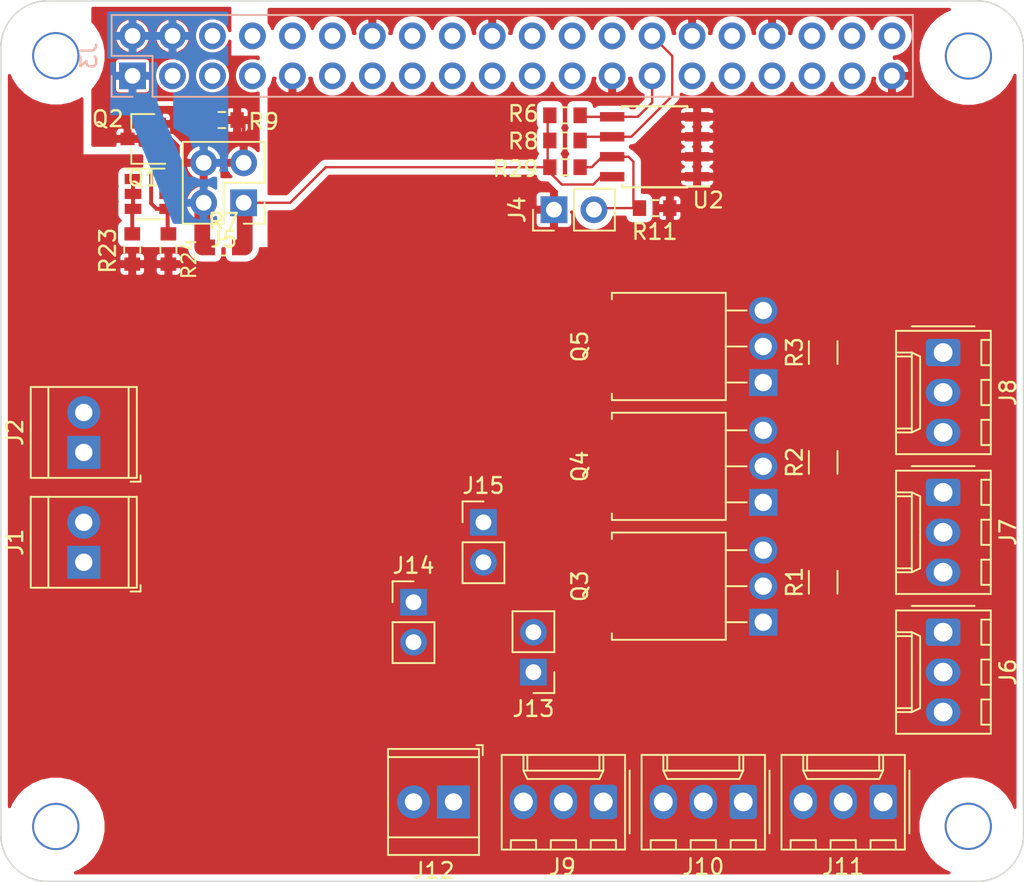
<source format=kicad_pcb>
(kicad_pcb (version 20171130) (host pcbnew 5.1.8-db9833491~88~ubuntu20.04.1)

  (general
    (thickness 1.6)
    (drawings 54)
    (tracks 63)
    (zones 0)
    (modules 36)
    (nets 62)
  )

  (page A4)
  (layers
    (0 F.Cu signal hide)
    (1 In1.Cu signal)
    (2 In2.Cu signal hide)
    (31 B.Cu signal)
    (32 B.Adhes user)
    (33 F.Adhes user)
    (34 B.Paste user hide)
    (35 F.Paste user hide)
    (36 B.SilkS user hide)
    (37 F.SilkS user)
    (38 B.Mask user hide)
    (39 F.Mask user hide)
    (40 Dwgs.User user hide)
    (41 Cmts.User user hide)
    (42 Eco1.User user hide)
    (43 Eco2.User user hide)
    (44 Edge.Cuts user)
    (45 Margin user hide)
    (46 B.CrtYd user hide)
    (47 F.CrtYd user)
    (48 B.Fab user hide)
    (49 F.Fab user hide)
  )

  (setup
    (last_trace_width 0.15)
    (user_trace_width 0.15)
    (user_trace_width 0.2)
    (user_trace_width 0.25)
    (user_trace_width 0.4)
    (user_trace_width 0.5)
    (user_trace_width 0.6)
    (user_trace_width 1)
    (user_trace_width 2)
    (trace_clearance 0.2)
    (zone_clearance 0.2)
    (zone_45_only yes)
    (trace_min 0.15)
    (via_size 0.4)
    (via_drill 0.2)
    (via_min_size 0.4)
    (via_min_drill 0.2)
    (uvia_size 0.3)
    (uvia_drill 0.1)
    (uvias_allowed no)
    (uvia_min_size 0.2)
    (uvia_min_drill 0.1)
    (edge_width 0.15)
    (segment_width 0.15)
    (pcb_text_width 0.3)
    (pcb_text_size 1.5 1.5)
    (mod_edge_width 0.15)
    (mod_text_size 0.6 0.6)
    (mod_text_width 0.09)
    (pad_size 1.524 1.524)
    (pad_drill 0.762)
    (pad_to_mask_clearance 0.1)
    (aux_axis_origin 0 0)
    (visible_elements 7FFFFE3F)
    (pcbplotparams
      (layerselection 0x010f8_80000007)
      (usegerberextensions false)
      (usegerberattributes false)
      (usegerberadvancedattributes false)
      (creategerberjobfile false)
      (excludeedgelayer false)
      (linewidth 0.100000)
      (plotframeref false)
      (viasonmask false)
      (mode 1)
      (useauxorigin false)
      (hpglpennumber 1)
      (hpglpenspeed 20)
      (hpglpendiameter 15.000000)
      (psnegative false)
      (psa4output false)
      (plotreference true)
      (plotvalue false)
      (plotinvisibletext false)
      (padsonsilk true)
      (subtractmaskfromsilk false)
      (outputformat 1)
      (mirror false)
      (drillshape 0)
      (scaleselection 1)
      (outputdirectory "prod"))
  )

  (net 0 "")
  (net 1 GND)
  (net 2 /ID_SD_EEPROM)
  (net 3 /ID_SC_EEPROM)
  (net 4 "Net-(Q1-Pad1)")
  (net 5 "Net-(Q2-Pad1)")
  (net 6 /P3V3_HAT)
  (net 7 /P5V_HAT)
  (net 8 /P3V3)
  (net 9 /P5V)
  (net 10 "Net-(J3-Pad3)")
  (net 11 "Net-(J3-Pad5)")
  (net 12 "Net-(J3-Pad7)")
  (net 13 "Net-(J3-Pad8)")
  (net 14 "Net-(J3-Pad10)")
  (net 15 "Net-(J3-Pad11)")
  (net 16 "Net-(J3-Pad12)")
  (net 17 "Net-(J3-Pad13)")
  (net 18 "Net-(J3-Pad15)")
  (net 19 "Net-(J3-Pad16)")
  (net 20 "Net-(J3-Pad17)")
  (net 21 "Net-(J3-Pad18)")
  (net 22 "Net-(J3-Pad19)")
  (net 23 "Net-(J3-Pad21)")
  (net 24 "Net-(J3-Pad22)")
  (net 25 "Net-(J3-Pad23)")
  (net 26 "Net-(J3-Pad24)")
  (net 27 "Net-(J3-Pad26)")
  (net 28 "Net-(J3-Pad29)")
  (net 29 "Net-(J3-Pad31)")
  (net 30 "Net-(J3-Pad32)")
  (net 31 "Net-(J3-Pad33)")
  (net 32 "Net-(J3-Pad35)")
  (net 33 "Net-(J3-Pad36)")
  (net 34 "Net-(J3-Pad37)")
  (net 35 "Net-(J3-Pad38)")
  (net 36 "Net-(J3-Pad40)")
  (net 37 "Net-(J4-Pad2)")
  (net 38 "Net-(Q3-Pad1)")
  (net 39 /230VAC_N)
  (net 40 /230VAC_L)
  (net 41 /12VDC)
  (net 42 /FAN_1_RPMa)
  (net 43 /FAN_1_OUT)
  (net 44 /FAN_2_RPMa)
  (net 45 /FAN_2_OUT)
  (net 46 /FAN_3_RPMa)
  (net 47 /FAN_3_OUT)
  (net 48 /3.3V)
  (net 49 /DHT22_1_SIGNAL)
  (net 50 /DHT22_2_SIGNAL)
  (net 51 /DHT22_3_SIGNAL)
  (net 52 /LIGHTS_N)
  (net 53 /LIGHTS_L)
  (net 54 /FAN_1_RPM)
  (net 55 /FAN_2_RPM)
  (net 56 /FAN_3_RPM)
  (net 57 "Net-(Q4-Pad1)")
  (net 58 "Net-(Q5-Pad1)")
  (net 59 /FAN_1_CONTROL)
  (net 60 /FAN_2_CONTROL)
  (net 61 /FAN_3_CONTROL)

  (net_class Default "This is the default net class."
    (clearance 0.2)
    (trace_width 0.15)
    (via_dia 0.4)
    (via_drill 0.2)
    (uvia_dia 0.3)
    (uvia_drill 0.1)
    (add_net /12VDC)
    (add_net /230VAC_L)
    (add_net /230VAC_N)
    (add_net /3.3V)
    (add_net /DHT22_1_SIGNAL)
    (add_net /DHT22_2_SIGNAL)
    (add_net /DHT22_3_SIGNAL)
    (add_net /FAN_1_CONTROL)
    (add_net /FAN_1_OUT)
    (add_net /FAN_1_RPM)
    (add_net /FAN_1_RPMa)
    (add_net /FAN_2_CONTROL)
    (add_net /FAN_2_OUT)
    (add_net /FAN_2_RPM)
    (add_net /FAN_2_RPMa)
    (add_net /FAN_3_CONTROL)
    (add_net /FAN_3_OUT)
    (add_net /FAN_3_RPM)
    (add_net /FAN_3_RPMa)
    (add_net /ID_SC_EEPROM)
    (add_net /ID_SD_EEPROM)
    (add_net /LIGHTS_L)
    (add_net /LIGHTS_N)
    (add_net /P3V3)
    (add_net /P3V3_HAT)
    (add_net /P5V)
    (add_net /P5V_HAT)
    (add_net GND)
    (add_net "Net-(J3-Pad10)")
    (add_net "Net-(J3-Pad11)")
    (add_net "Net-(J3-Pad12)")
    (add_net "Net-(J3-Pad13)")
    (add_net "Net-(J3-Pad15)")
    (add_net "Net-(J3-Pad16)")
    (add_net "Net-(J3-Pad17)")
    (add_net "Net-(J3-Pad18)")
    (add_net "Net-(J3-Pad19)")
    (add_net "Net-(J3-Pad21)")
    (add_net "Net-(J3-Pad22)")
    (add_net "Net-(J3-Pad23)")
    (add_net "Net-(J3-Pad24)")
    (add_net "Net-(J3-Pad26)")
    (add_net "Net-(J3-Pad29)")
    (add_net "Net-(J3-Pad3)")
    (add_net "Net-(J3-Pad31)")
    (add_net "Net-(J3-Pad32)")
    (add_net "Net-(J3-Pad33)")
    (add_net "Net-(J3-Pad35)")
    (add_net "Net-(J3-Pad36)")
    (add_net "Net-(J3-Pad37)")
    (add_net "Net-(J3-Pad38)")
    (add_net "Net-(J3-Pad40)")
    (add_net "Net-(J3-Pad5)")
    (add_net "Net-(J3-Pad7)")
    (add_net "Net-(J3-Pad8)")
    (add_net "Net-(J4-Pad2)")
    (add_net "Net-(Q1-Pad1)")
    (add_net "Net-(Q2-Pad1)")
    (add_net "Net-(Q3-Pad1)")
    (add_net "Net-(Q4-Pad1)")
    (add_net "Net-(Q5-Pad1)")
  )

  (module Resistor_SMD:R_1206_3216Metric_Pad1.30x1.75mm_HandSolder (layer F.Cu) (tedit 5F68FEEE) (tstamp 5FCB4BA5)
    (at 130.81 83.185 90)
    (descr "Resistor SMD 1206 (3216 Metric), square (rectangular) end terminal, IPC_7351 nominal with elongated pad for handsoldering. (Body size source: IPC-SM-782 page 72, https://www.pcb-3d.com/wordpress/wp-content/uploads/ipc-sm-782a_amendment_1_and_2.pdf), generated with kicad-footprint-generator")
    (tags "resistor handsolder")
    (path /5FF5F540)
    (attr smd)
    (fp_text reference R3 (at 0 -1.82 90) (layer F.SilkS)
      (effects (font (size 1 1) (thickness 0.15)))
    )
    (fp_text value 100R (at 0 1.82 90) (layer F.Fab)
      (effects (font (size 1 1) (thickness 0.15)))
    )
    (fp_line (start 2.45 1.12) (end -2.45 1.12) (layer F.CrtYd) (width 0.05))
    (fp_line (start 2.45 -1.12) (end 2.45 1.12) (layer F.CrtYd) (width 0.05))
    (fp_line (start -2.45 -1.12) (end 2.45 -1.12) (layer F.CrtYd) (width 0.05))
    (fp_line (start -2.45 1.12) (end -2.45 -1.12) (layer F.CrtYd) (width 0.05))
    (fp_line (start -0.727064 0.91) (end 0.727064 0.91) (layer F.SilkS) (width 0.12))
    (fp_line (start -0.727064 -0.91) (end 0.727064 -0.91) (layer F.SilkS) (width 0.12))
    (fp_line (start 1.6 0.8) (end -1.6 0.8) (layer F.Fab) (width 0.1))
    (fp_line (start 1.6 -0.8) (end 1.6 0.8) (layer F.Fab) (width 0.1))
    (fp_line (start -1.6 -0.8) (end 1.6 -0.8) (layer F.Fab) (width 0.1))
    (fp_line (start -1.6 0.8) (end -1.6 -0.8) (layer F.Fab) (width 0.1))
    (fp_text user %R (at 0 0 90) (layer F.Fab)
      (effects (font (size 0.8 0.8) (thickness 0.12)))
    )
    (pad 2 smd roundrect (at 1.55 0 90) (size 1.3 1.75) (layers F.Cu F.Paste F.Mask) (roundrect_rratio 0.192308)
      (net 61 /FAN_3_CONTROL))
    (pad 1 smd roundrect (at -1.55 0 90) (size 1.3 1.75) (layers F.Cu F.Paste F.Mask) (roundrect_rratio 0.192308)
      (net 58 "Net-(Q5-Pad1)"))
    (model ${KISYS3DMOD}/Resistor_SMD.3dshapes/R_1206_3216Metric.wrl
      (at (xyz 0 0 0))
      (scale (xyz 1 1 1))
      (rotate (xyz 0 0 0))
    )
  )

  (module Resistor_SMD:R_1206_3216Metric_Pad1.30x1.75mm_HandSolder (layer F.Cu) (tedit 5F68FEEE) (tstamp 5FCB4B94)
    (at 130.81 90.17 90)
    (descr "Resistor SMD 1206 (3216 Metric), square (rectangular) end terminal, IPC_7351 nominal with elongated pad for handsoldering. (Body size source: IPC-SM-782 page 72, https://www.pcb-3d.com/wordpress/wp-content/uploads/ipc-sm-782a_amendment_1_and_2.pdf), generated with kicad-footprint-generator")
    (tags "resistor handsolder")
    (path /5FF58FAD)
    (attr smd)
    (fp_text reference R2 (at 0 -1.82 90) (layer F.SilkS)
      (effects (font (size 1 1) (thickness 0.15)))
    )
    (fp_text value 100R (at 0 1.82 90) (layer F.Fab)
      (effects (font (size 1 1) (thickness 0.15)))
    )
    (fp_line (start 2.45 1.12) (end -2.45 1.12) (layer F.CrtYd) (width 0.05))
    (fp_line (start 2.45 -1.12) (end 2.45 1.12) (layer F.CrtYd) (width 0.05))
    (fp_line (start -2.45 -1.12) (end 2.45 -1.12) (layer F.CrtYd) (width 0.05))
    (fp_line (start -2.45 1.12) (end -2.45 -1.12) (layer F.CrtYd) (width 0.05))
    (fp_line (start -0.727064 0.91) (end 0.727064 0.91) (layer F.SilkS) (width 0.12))
    (fp_line (start -0.727064 -0.91) (end 0.727064 -0.91) (layer F.SilkS) (width 0.12))
    (fp_line (start 1.6 0.8) (end -1.6 0.8) (layer F.Fab) (width 0.1))
    (fp_line (start 1.6 -0.8) (end 1.6 0.8) (layer F.Fab) (width 0.1))
    (fp_line (start -1.6 -0.8) (end 1.6 -0.8) (layer F.Fab) (width 0.1))
    (fp_line (start -1.6 0.8) (end -1.6 -0.8) (layer F.Fab) (width 0.1))
    (fp_text user %R (at 0 0 90) (layer F.Fab)
      (effects (font (size 0.8 0.8) (thickness 0.12)))
    )
    (pad 2 smd roundrect (at 1.55 0 90) (size 1.3 1.75) (layers F.Cu F.Paste F.Mask) (roundrect_rratio 0.192308)
      (net 60 /FAN_2_CONTROL))
    (pad 1 smd roundrect (at -1.55 0 90) (size 1.3 1.75) (layers F.Cu F.Paste F.Mask) (roundrect_rratio 0.192308)
      (net 57 "Net-(Q4-Pad1)"))
    (model ${KISYS3DMOD}/Resistor_SMD.3dshapes/R_1206_3216Metric.wrl
      (at (xyz 0 0 0))
      (scale (xyz 1 1 1))
      (rotate (xyz 0 0 0))
    )
  )

  (module Resistor_SMD:R_1206_3216Metric_Pad1.30x1.75mm_HandSolder (layer F.Cu) (tedit 5F68FEEE) (tstamp 5FCB4B83)
    (at 130.81 97.79 90)
    (descr "Resistor SMD 1206 (3216 Metric), square (rectangular) end terminal, IPC_7351 nominal with elongated pad for handsoldering. (Body size source: IPC-SM-782 page 72, https://www.pcb-3d.com/wordpress/wp-content/uploads/ipc-sm-782a_amendment_1_and_2.pdf), generated with kicad-footprint-generator")
    (tags "resistor handsolder")
    (path /5FCE279C)
    (attr smd)
    (fp_text reference R1 (at 0 -1.82 90) (layer F.SilkS)
      (effects (font (size 1 1) (thickness 0.15)))
    )
    (fp_text value 100R (at 0 1.82 90) (layer F.Fab)
      (effects (font (size 1 1) (thickness 0.15)))
    )
    (fp_line (start 2.45 1.12) (end -2.45 1.12) (layer F.CrtYd) (width 0.05))
    (fp_line (start 2.45 -1.12) (end 2.45 1.12) (layer F.CrtYd) (width 0.05))
    (fp_line (start -2.45 -1.12) (end 2.45 -1.12) (layer F.CrtYd) (width 0.05))
    (fp_line (start -2.45 1.12) (end -2.45 -1.12) (layer F.CrtYd) (width 0.05))
    (fp_line (start -0.727064 0.91) (end 0.727064 0.91) (layer F.SilkS) (width 0.12))
    (fp_line (start -0.727064 -0.91) (end 0.727064 -0.91) (layer F.SilkS) (width 0.12))
    (fp_line (start 1.6 0.8) (end -1.6 0.8) (layer F.Fab) (width 0.1))
    (fp_line (start 1.6 -0.8) (end 1.6 0.8) (layer F.Fab) (width 0.1))
    (fp_line (start -1.6 -0.8) (end 1.6 -0.8) (layer F.Fab) (width 0.1))
    (fp_line (start -1.6 0.8) (end -1.6 -0.8) (layer F.Fab) (width 0.1))
    (fp_text user %R (at 0 0 90) (layer F.Fab)
      (effects (font (size 0.8 0.8) (thickness 0.12)))
    )
    (pad 2 smd roundrect (at 1.55 0 90) (size 1.3 1.75) (layers F.Cu F.Paste F.Mask) (roundrect_rratio 0.192308)
      (net 59 /FAN_1_CONTROL))
    (pad 1 smd roundrect (at -1.55 0 90) (size 1.3 1.75) (layers F.Cu F.Paste F.Mask) (roundrect_rratio 0.192308)
      (net 38 "Net-(Q3-Pad1)"))
    (model ${KISYS3DMOD}/Resistor_SMD.3dshapes/R_1206_3216Metric.wrl
      (at (xyz 0 0 0))
      (scale (xyz 1 1 1))
      (rotate (xyz 0 0 0))
    )
  )

  (module Package_TO_SOT_THT:TO-251-3-1EP_Horizontal_TabDown (layer F.Cu) (tedit 5ACC4916) (tstamp 5FCB4B72)
    (at 127 85.09 90)
    (descr "TO-251-3, Horizontal, RM 2.29mm, IPAK, see https://www.diodes.com/assets/Package-Files/TO251.pdf")
    (tags "TO-251-3 Horizontal RM 2.29mm IPAK")
    (path /5FF5F52E)
    (fp_text reference Q5 (at 2.29 -11.653333 90) (layer F.SilkS)
      (effects (font (size 1 1) (thickness 0.15)))
    )
    (fp_text value IRLU024NPBF (at 2.29 1.9 90) (layer F.Fab)
      (effects (font (size 1 1) (thickness 0.15)))
    )
    (fp_line (start 5.83 -10.79) (end -1.25 -10.79) (layer F.CrtYd) (width 0.05))
    (fp_line (start 5.83 1.16) (end 5.83 -10.79) (layer F.CrtYd) (width 0.05))
    (fp_line (start -1.25 1.16) (end 5.83 1.16) (layer F.CrtYd) (width 0.05))
    (fp_line (start -1.25 -10.79) (end -1.25 1.16) (layer F.CrtYd) (width 0.05))
    (fp_line (start 4.58 -2.38) (end 4.58 -1.05) (layer F.SilkS) (width 0.12))
    (fp_line (start 2.29 -2.38) (end 2.29 -1.05) (layer F.SilkS) (width 0.12))
    (fp_line (start 0 -2.38) (end 0 -1.05) (layer F.SilkS) (width 0.12))
    (fp_line (start 5.7 -9.62) (end 5.7 -2.38) (layer F.SilkS) (width 0.12))
    (fp_line (start -1.12 -9.62) (end -1.12 -2.38) (layer F.SilkS) (width 0.12))
    (fp_line (start 5.291 -9.62) (end 5.7 -9.62) (layer F.SilkS) (width 0.12))
    (fp_line (start -1.12 -9.62) (end -0.711 -9.62) (layer F.SilkS) (width 0.12))
    (fp_line (start -1.12 -2.38) (end 5.7 -2.38) (layer F.SilkS) (width 0.12))
    (fp_line (start 4.58 -2.5) (end 4.58 0) (layer F.Fab) (width 0.1))
    (fp_line (start 2.29 -2.5) (end 2.29 0) (layer F.Fab) (width 0.1))
    (fp_line (start 0 -2.5) (end 0 0) (layer F.Fab) (width 0.1))
    (fp_line (start 5.58 -2.5) (end -1 -2.5) (layer F.Fab) (width 0.1))
    (fp_line (start 5.58 -8.6) (end 5.58 -2.5) (layer F.Fab) (width 0.1))
    (fp_line (start -1 -8.6) (end 5.58 -8.6) (layer F.Fab) (width 0.1))
    (fp_line (start -1 -2.5) (end -1 -8.6) (layer F.Fab) (width 0.1))
    (fp_line (start 4.96 -8.6) (end -0.38 -8.6) (layer F.Fab) (width 0.1))
    (fp_line (start 4.96 -9.5) (end 4.96 -8.6) (layer F.Fab) (width 0.1))
    (fp_line (start -0.38 -9.5) (end 4.96 -9.5) (layer F.Fab) (width 0.1))
    (fp_line (start -0.38 -8.6) (end -0.38 -9.5) (layer F.Fab) (width 0.1))
    (fp_text user %R (at 2.29 -11.653333 90) (layer F.Fab)
      (effects (font (size 1 1) (thickness 0.15)))
    )
    (pad 3 thru_hole oval (at 4.58 0 90) (size 1.7175 1.8) (drill 1.1) (layers *.Cu *.Mask)
      (net 1 GND))
    (pad 2 thru_hole oval (at 2.29 0 90) (size 1.7175 1.8) (drill 1.1) (layers *.Cu *.Mask)
      (net 47 /FAN_3_OUT))
    (pad 1 thru_hole rect (at 0 0 90) (size 1.7175 1.8) (drill 1.1) (layers *.Cu *.Mask)
      (net 58 "Net-(Q5-Pad1)"))
    (pad 4 smd rect (at 2.29 -7.433333 90) (size 5.7 6.2) (layers F.Cu F.Paste F.Mask))
    (model ${KISYS3DMOD}/Package_TO_SOT_THT.3dshapes/TO-251-3-1EP_Horizontal_TabDown.wrl
      (at (xyz 0 0 0))
      (scale (xyz 1 1 1))
      (rotate (xyz 0 0 0))
    )
  )

  (module Package_TO_SOT_THT:TO-251-3-1EP_Horizontal_TabDown (layer F.Cu) (tedit 5ACC4916) (tstamp 5FCB4B52)
    (at 127 92.71 90)
    (descr "TO-251-3, Horizontal, RM 2.29mm, IPAK, see https://www.diodes.com/assets/Package-Files/TO251.pdf")
    (tags "TO-251-3 Horizontal RM 2.29mm IPAK")
    (path /5FF58F9B)
    (fp_text reference Q4 (at 2.29 -11.653333 90) (layer F.SilkS)
      (effects (font (size 1 1) (thickness 0.15)))
    )
    (fp_text value IRLU024NPBF (at 2.29 1.9 90) (layer F.Fab)
      (effects (font (size 1 1) (thickness 0.15)))
    )
    (fp_line (start 5.83 -10.79) (end -1.25 -10.79) (layer F.CrtYd) (width 0.05))
    (fp_line (start 5.83 1.16) (end 5.83 -10.79) (layer F.CrtYd) (width 0.05))
    (fp_line (start -1.25 1.16) (end 5.83 1.16) (layer F.CrtYd) (width 0.05))
    (fp_line (start -1.25 -10.79) (end -1.25 1.16) (layer F.CrtYd) (width 0.05))
    (fp_line (start 4.58 -2.38) (end 4.58 -1.05) (layer F.SilkS) (width 0.12))
    (fp_line (start 2.29 -2.38) (end 2.29 -1.05) (layer F.SilkS) (width 0.12))
    (fp_line (start 0 -2.38) (end 0 -1.05) (layer F.SilkS) (width 0.12))
    (fp_line (start 5.7 -9.62) (end 5.7 -2.38) (layer F.SilkS) (width 0.12))
    (fp_line (start -1.12 -9.62) (end -1.12 -2.38) (layer F.SilkS) (width 0.12))
    (fp_line (start 5.291 -9.62) (end 5.7 -9.62) (layer F.SilkS) (width 0.12))
    (fp_line (start -1.12 -9.62) (end -0.711 -9.62) (layer F.SilkS) (width 0.12))
    (fp_line (start -1.12 -2.38) (end 5.7 -2.38) (layer F.SilkS) (width 0.12))
    (fp_line (start 4.58 -2.5) (end 4.58 0) (layer F.Fab) (width 0.1))
    (fp_line (start 2.29 -2.5) (end 2.29 0) (layer F.Fab) (width 0.1))
    (fp_line (start 0 -2.5) (end 0 0) (layer F.Fab) (width 0.1))
    (fp_line (start 5.58 -2.5) (end -1 -2.5) (layer F.Fab) (width 0.1))
    (fp_line (start 5.58 -8.6) (end 5.58 -2.5) (layer F.Fab) (width 0.1))
    (fp_line (start -1 -8.6) (end 5.58 -8.6) (layer F.Fab) (width 0.1))
    (fp_line (start -1 -2.5) (end -1 -8.6) (layer F.Fab) (width 0.1))
    (fp_line (start 4.96 -8.6) (end -0.38 -8.6) (layer F.Fab) (width 0.1))
    (fp_line (start 4.96 -9.5) (end 4.96 -8.6) (layer F.Fab) (width 0.1))
    (fp_line (start -0.38 -9.5) (end 4.96 -9.5) (layer F.Fab) (width 0.1))
    (fp_line (start -0.38 -8.6) (end -0.38 -9.5) (layer F.Fab) (width 0.1))
    (fp_text user %R (at 2.29 -11.653333 90) (layer F.Fab)
      (effects (font (size 1 1) (thickness 0.15)))
    )
    (pad 3 thru_hole oval (at 4.58 0 90) (size 1.7175 1.8) (drill 1.1) (layers *.Cu *.Mask)
      (net 1 GND))
    (pad 2 thru_hole oval (at 2.29 0 90) (size 1.7175 1.8) (drill 1.1) (layers *.Cu *.Mask)
      (net 45 /FAN_2_OUT))
    (pad 1 thru_hole rect (at 0 0 90) (size 1.7175 1.8) (drill 1.1) (layers *.Cu *.Mask)
      (net 57 "Net-(Q4-Pad1)"))
    (pad 4 smd rect (at 2.29 -7.433333 90) (size 5.7 6.2) (layers F.Cu F.Paste F.Mask))
    (model ${KISYS3DMOD}/Package_TO_SOT_THT.3dshapes/TO-251-3-1EP_Horizontal_TabDown.wrl
      (at (xyz 0 0 0))
      (scale (xyz 1 1 1))
      (rotate (xyz 0 0 0))
    )
  )

  (module Connector_PinHeader_2.54mm:PinHeader_1x02_P2.54mm_Vertical (layer F.Cu) (tedit 59FED5CC) (tstamp 5FCB4AA2)
    (at 109.22 93.98)
    (descr "Through hole straight pin header, 1x02, 2.54mm pitch, single row")
    (tags "Through hole pin header THT 1x02 2.54mm single row")
    (path /5FF44AFB)
    (fp_text reference J15 (at 0 -2.33) (layer F.SilkS)
      (effects (font (size 1 1) (thickness 0.15)))
    )
    (fp_text value Conn_01x02 (at 0 4.87) (layer F.Fab)
      (effects (font (size 1 1) (thickness 0.15)))
    )
    (fp_line (start 1.8 -1.8) (end -1.8 -1.8) (layer F.CrtYd) (width 0.05))
    (fp_line (start 1.8 4.35) (end 1.8 -1.8) (layer F.CrtYd) (width 0.05))
    (fp_line (start -1.8 4.35) (end 1.8 4.35) (layer F.CrtYd) (width 0.05))
    (fp_line (start -1.8 -1.8) (end -1.8 4.35) (layer F.CrtYd) (width 0.05))
    (fp_line (start -1.33 -1.33) (end 0 -1.33) (layer F.SilkS) (width 0.12))
    (fp_line (start -1.33 0) (end -1.33 -1.33) (layer F.SilkS) (width 0.12))
    (fp_line (start -1.33 1.27) (end 1.33 1.27) (layer F.SilkS) (width 0.12))
    (fp_line (start 1.33 1.27) (end 1.33 3.87) (layer F.SilkS) (width 0.12))
    (fp_line (start -1.33 1.27) (end -1.33 3.87) (layer F.SilkS) (width 0.12))
    (fp_line (start -1.33 3.87) (end 1.33 3.87) (layer F.SilkS) (width 0.12))
    (fp_line (start -1.27 -0.635) (end -0.635 -1.27) (layer F.Fab) (width 0.1))
    (fp_line (start -1.27 3.81) (end -1.27 -0.635) (layer F.Fab) (width 0.1))
    (fp_line (start 1.27 3.81) (end -1.27 3.81) (layer F.Fab) (width 0.1))
    (fp_line (start 1.27 -1.27) (end 1.27 3.81) (layer F.Fab) (width 0.1))
    (fp_line (start -0.635 -1.27) (end 1.27 -1.27) (layer F.Fab) (width 0.1))
    (fp_text user %R (at 0 1.27 90) (layer F.Fab)
      (effects (font (size 1 1) (thickness 0.15)))
    )
    (pad 2 thru_hole oval (at 0 2.54) (size 1.7 1.7) (drill 1) (layers *.Cu *.Mask)
      (net 56 /FAN_3_RPM))
    (pad 1 thru_hole rect (at 0 0) (size 1.7 1.7) (drill 1) (layers *.Cu *.Mask)
      (net 46 /FAN_3_RPMa))
    (model ${KISYS3DMOD}/Connector_PinHeader_2.54mm.3dshapes/PinHeader_1x02_P2.54mm_Vertical.wrl
      (at (xyz 0 0 0))
      (scale (xyz 1 1 1))
      (rotate (xyz 0 0 0))
    )
  )

  (module Connector_PinHeader_2.54mm:PinHeader_1x02_P2.54mm_Vertical (layer F.Cu) (tedit 59FED5CC) (tstamp 5FCB4A8C)
    (at 104.775 99.06)
    (descr "Through hole straight pin header, 1x02, 2.54mm pitch, single row")
    (tags "Through hole pin header THT 1x02 2.54mm single row")
    (path /5FF3F3E5)
    (fp_text reference J14 (at 0 -2.33) (layer F.SilkS)
      (effects (font (size 1 1) (thickness 0.15)))
    )
    (fp_text value Conn_01x02 (at 0 4.87) (layer F.Fab)
      (effects (font (size 1 1) (thickness 0.15)))
    )
    (fp_line (start 1.8 -1.8) (end -1.8 -1.8) (layer F.CrtYd) (width 0.05))
    (fp_line (start 1.8 4.35) (end 1.8 -1.8) (layer F.CrtYd) (width 0.05))
    (fp_line (start -1.8 4.35) (end 1.8 4.35) (layer F.CrtYd) (width 0.05))
    (fp_line (start -1.8 -1.8) (end -1.8 4.35) (layer F.CrtYd) (width 0.05))
    (fp_line (start -1.33 -1.33) (end 0 -1.33) (layer F.SilkS) (width 0.12))
    (fp_line (start -1.33 0) (end -1.33 -1.33) (layer F.SilkS) (width 0.12))
    (fp_line (start -1.33 1.27) (end 1.33 1.27) (layer F.SilkS) (width 0.12))
    (fp_line (start 1.33 1.27) (end 1.33 3.87) (layer F.SilkS) (width 0.12))
    (fp_line (start -1.33 1.27) (end -1.33 3.87) (layer F.SilkS) (width 0.12))
    (fp_line (start -1.33 3.87) (end 1.33 3.87) (layer F.SilkS) (width 0.12))
    (fp_line (start -1.27 -0.635) (end -0.635 -1.27) (layer F.Fab) (width 0.1))
    (fp_line (start -1.27 3.81) (end -1.27 -0.635) (layer F.Fab) (width 0.1))
    (fp_line (start 1.27 3.81) (end -1.27 3.81) (layer F.Fab) (width 0.1))
    (fp_line (start 1.27 -1.27) (end 1.27 3.81) (layer F.Fab) (width 0.1))
    (fp_line (start -0.635 -1.27) (end 1.27 -1.27) (layer F.Fab) (width 0.1))
    (fp_text user %R (at 0 1.27 90) (layer F.Fab)
      (effects (font (size 1 1) (thickness 0.15)))
    )
    (pad 2 thru_hole oval (at 0 2.54) (size 1.7 1.7) (drill 1) (layers *.Cu *.Mask)
      (net 55 /FAN_2_RPM))
    (pad 1 thru_hole rect (at 0 0) (size 1.7 1.7) (drill 1) (layers *.Cu *.Mask)
      (net 44 /FAN_2_RPMa))
    (model ${KISYS3DMOD}/Connector_PinHeader_2.54mm.3dshapes/PinHeader_1x02_P2.54mm_Vertical.wrl
      (at (xyz 0 0 0))
      (scale (xyz 1 1 1))
      (rotate (xyz 0 0 0))
    )
  )

  (module Connector_PinHeader_2.54mm:PinHeader_1x02_P2.54mm_Vertical (layer F.Cu) (tedit 59FED5CC) (tstamp 5FCB4A76)
    (at 112.395 103.505 180)
    (descr "Through hole straight pin header, 1x02, 2.54mm pitch, single row")
    (tags "Through hole pin header THT 1x02 2.54mm single row")
    (path /5FD232CF)
    (fp_text reference J13 (at 0 -2.33) (layer F.SilkS)
      (effects (font (size 1 1) (thickness 0.15)))
    )
    (fp_text value Conn_01x02 (at 0 4.87) (layer F.Fab)
      (effects (font (size 1 1) (thickness 0.15)))
    )
    (fp_line (start 1.8 -1.8) (end -1.8 -1.8) (layer F.CrtYd) (width 0.05))
    (fp_line (start 1.8 4.35) (end 1.8 -1.8) (layer F.CrtYd) (width 0.05))
    (fp_line (start -1.8 4.35) (end 1.8 4.35) (layer F.CrtYd) (width 0.05))
    (fp_line (start -1.8 -1.8) (end -1.8 4.35) (layer F.CrtYd) (width 0.05))
    (fp_line (start -1.33 -1.33) (end 0 -1.33) (layer F.SilkS) (width 0.12))
    (fp_line (start -1.33 0) (end -1.33 -1.33) (layer F.SilkS) (width 0.12))
    (fp_line (start -1.33 1.27) (end 1.33 1.27) (layer F.SilkS) (width 0.12))
    (fp_line (start 1.33 1.27) (end 1.33 3.87) (layer F.SilkS) (width 0.12))
    (fp_line (start -1.33 1.27) (end -1.33 3.87) (layer F.SilkS) (width 0.12))
    (fp_line (start -1.33 3.87) (end 1.33 3.87) (layer F.SilkS) (width 0.12))
    (fp_line (start -1.27 -0.635) (end -0.635 -1.27) (layer F.Fab) (width 0.1))
    (fp_line (start -1.27 3.81) (end -1.27 -0.635) (layer F.Fab) (width 0.1))
    (fp_line (start 1.27 3.81) (end -1.27 3.81) (layer F.Fab) (width 0.1))
    (fp_line (start 1.27 -1.27) (end 1.27 3.81) (layer F.Fab) (width 0.1))
    (fp_line (start -0.635 -1.27) (end 1.27 -1.27) (layer F.Fab) (width 0.1))
    (fp_text user %R (at 0 1.27 90) (layer F.Fab)
      (effects (font (size 1 1) (thickness 0.15)))
    )
    (pad 2 thru_hole oval (at 0 2.54 180) (size 1.7 1.7) (drill 1) (layers *.Cu *.Mask)
      (net 54 /FAN_1_RPM))
    (pad 1 thru_hole rect (at 0 0 180) (size 1.7 1.7) (drill 1) (layers *.Cu *.Mask)
      (net 42 /FAN_1_RPMa))
    (model ${KISYS3DMOD}/Connector_PinHeader_2.54mm.3dshapes/PinHeader_1x02_P2.54mm_Vertical.wrl
      (at (xyz 0 0 0))
      (scale (xyz 1 1 1))
      (rotate (xyz 0 0 0))
    )
  )

  (module TerminalBlock_TE-Connectivity:TerminalBlock_TE_282834-2_1x02_P2.54mm_Horizontal (layer F.Cu) (tedit 5B1EC513) (tstamp 5FC311D9)
    (at 107.315 111.76 180)
    (descr "Terminal Block TE 282834-2, 2 pins, pitch 2.54mm, size 5.54x6.5mm^2, drill diamater 1.1mm, pad diameter 2.1mm, see http://www.te.com/commerce/DocumentDelivery/DDEController?Action=showdoc&DocId=Customer+Drawing%7F282834%7FC1%7Fpdf%7FEnglish%7FENG_CD_282834_C1.pdf, script-generated using https://github.com/pointhi/kicad-footprint-generator/scripts/TerminalBlock_TE-Connectivity")
    (tags "THT Terminal Block TE 282834-2 pitch 2.54mm size 5.54x6.5mm^2 drill 1.1mm pad 2.1mm")
    (path /5FC71D2F)
    (fp_text reference J12 (at 1.27 -4.37) (layer F.SilkS)
      (effects (font (size 1 1) (thickness 0.15)))
    )
    (fp_text value LIGHTS (at 1.27 4.37) (layer F.Fab)
      (effects (font (size 1 1) (thickness 0.15)))
    )
    (fp_circle (center 0 0) (end 1.1 0) (layer F.Fab) (width 0.1))
    (fp_circle (center 2.54 0) (end 3.64 0) (layer F.Fab) (width 0.1))
    (fp_line (start -1.5 -3.25) (end 4.04 -3.25) (layer F.Fab) (width 0.1))
    (fp_line (start 4.04 -3.25) (end 4.04 3.25) (layer F.Fab) (width 0.1))
    (fp_line (start 4.04 3.25) (end -1.1 3.25) (layer F.Fab) (width 0.1))
    (fp_line (start -1.1 3.25) (end -1.5 2.85) (layer F.Fab) (width 0.1))
    (fp_line (start -1.5 2.85) (end -1.5 -3.25) (layer F.Fab) (width 0.1))
    (fp_line (start -1.5 2.85) (end 4.04 2.85) (layer F.Fab) (width 0.1))
    (fp_line (start -1.62 2.85) (end 4.16 2.85) (layer F.SilkS) (width 0.12))
    (fp_line (start -1.5 -2.25) (end 4.04 -2.25) (layer F.Fab) (width 0.1))
    (fp_line (start -1.62 -2.25) (end 4.16 -2.25) (layer F.SilkS) (width 0.12))
    (fp_line (start -1.62 -3.37) (end 4.16 -3.37) (layer F.SilkS) (width 0.12))
    (fp_line (start -1.62 3.37) (end 4.16 3.37) (layer F.SilkS) (width 0.12))
    (fp_line (start -1.62 -3.37) (end -1.62 3.37) (layer F.SilkS) (width 0.12))
    (fp_line (start 4.16 -3.37) (end 4.16 3.37) (layer F.SilkS) (width 0.12))
    (fp_line (start 0.835 -0.7) (end -0.701 0.835) (layer F.Fab) (width 0.1))
    (fp_line (start 0.701 -0.835) (end -0.835 0.7) (layer F.Fab) (width 0.1))
    (fp_line (start 3.375 -0.7) (end 1.84 0.835) (layer F.Fab) (width 0.1))
    (fp_line (start 3.241 -0.835) (end 1.706 0.7) (layer F.Fab) (width 0.1))
    (fp_line (start -1.86 2.97) (end -1.86 3.61) (layer F.SilkS) (width 0.12))
    (fp_line (start -1.86 3.61) (end -1.46 3.61) (layer F.SilkS) (width 0.12))
    (fp_line (start -2 -3.75) (end -2 3.75) (layer F.CrtYd) (width 0.05))
    (fp_line (start -2 3.75) (end 4.54 3.75) (layer F.CrtYd) (width 0.05))
    (fp_line (start 4.54 3.75) (end 4.54 -3.75) (layer F.CrtYd) (width 0.05))
    (fp_line (start 4.54 -3.75) (end -2 -3.75) (layer F.CrtYd) (width 0.05))
    (fp_text user %R (at 1.27 2) (layer F.Fab)
      (effects (font (size 1 1) (thickness 0.15)))
    )
    (pad 2 thru_hole circle (at 2.54 0 180) (size 2.1 2.1) (drill 1.1) (layers *.Cu *.Mask)
      (net 52 /LIGHTS_N))
    (pad 1 thru_hole rect (at 0 0 180) (size 2.1 2.1) (drill 1.1) (layers *.Cu *.Mask)
      (net 53 /LIGHTS_L))
    (model ${KISYS3DMOD}/TerminalBlock_TE-Connectivity.3dshapes/TerminalBlock_TE_282834-2_1x02_P2.54mm_Horizontal.wrl
      (at (xyz 0 0 0))
      (scale (xyz 1 1 1))
      (rotate (xyz 0 0 0))
    )
  )

  (module Package_TO_SOT_THT:TO-251-3-1EP_Horizontal_TabDown (layer F.Cu) (tedit 5ACC4916) (tstamp 5FC2CCC4)
    (at 127 100.33 90)
    (descr "TO-251-3, Horizontal, RM 2.29mm, IPAK, see https://www.diodes.com/assets/Package-Files/TO251.pdf")
    (tags "TO-251-3 Horizontal RM 2.29mm IPAK")
    (path /5FC310E1)
    (fp_text reference Q3 (at 2.29 -11.653333 90) (layer F.SilkS)
      (effects (font (size 1 1) (thickness 0.15)))
    )
    (fp_text value IRLU024NPBF (at 2.29 1.9 90) (layer F.Fab)
      (effects (font (size 1 1) (thickness 0.15)))
    )
    (fp_line (start -0.38 -8.6) (end -0.38 -9.5) (layer F.Fab) (width 0.1))
    (fp_line (start -0.38 -9.5) (end 4.96 -9.5) (layer F.Fab) (width 0.1))
    (fp_line (start 4.96 -9.5) (end 4.96 -8.6) (layer F.Fab) (width 0.1))
    (fp_line (start 4.96 -8.6) (end -0.38 -8.6) (layer F.Fab) (width 0.1))
    (fp_line (start -1 -2.5) (end -1 -8.6) (layer F.Fab) (width 0.1))
    (fp_line (start -1 -8.6) (end 5.58 -8.6) (layer F.Fab) (width 0.1))
    (fp_line (start 5.58 -8.6) (end 5.58 -2.5) (layer F.Fab) (width 0.1))
    (fp_line (start 5.58 -2.5) (end -1 -2.5) (layer F.Fab) (width 0.1))
    (fp_line (start 0 -2.5) (end 0 0) (layer F.Fab) (width 0.1))
    (fp_line (start 2.29 -2.5) (end 2.29 0) (layer F.Fab) (width 0.1))
    (fp_line (start 4.58 -2.5) (end 4.58 0) (layer F.Fab) (width 0.1))
    (fp_line (start -1.12 -2.38) (end 5.7 -2.38) (layer F.SilkS) (width 0.12))
    (fp_line (start -1.12 -9.62) (end -0.711 -9.62) (layer F.SilkS) (width 0.12))
    (fp_line (start 5.291 -9.62) (end 5.7 -9.62) (layer F.SilkS) (width 0.12))
    (fp_line (start -1.12 -9.62) (end -1.12 -2.38) (layer F.SilkS) (width 0.12))
    (fp_line (start 5.7 -9.62) (end 5.7 -2.38) (layer F.SilkS) (width 0.12))
    (fp_line (start 0 -2.38) (end 0 -1.05) (layer F.SilkS) (width 0.12))
    (fp_line (start 2.29 -2.38) (end 2.29 -1.05) (layer F.SilkS) (width 0.12))
    (fp_line (start 4.58 -2.38) (end 4.58 -1.05) (layer F.SilkS) (width 0.12))
    (fp_line (start -1.25 -10.79) (end -1.25 1.16) (layer F.CrtYd) (width 0.05))
    (fp_line (start -1.25 1.16) (end 5.83 1.16) (layer F.CrtYd) (width 0.05))
    (fp_line (start 5.83 1.16) (end 5.83 -10.79) (layer F.CrtYd) (width 0.05))
    (fp_line (start 5.83 -10.79) (end -1.25 -10.79) (layer F.CrtYd) (width 0.05))
    (fp_text user %R (at 2.29 -11.653333 90) (layer F.Fab)
      (effects (font (size 1 1) (thickness 0.15)))
    )
    (pad 3 thru_hole oval (at 4.58 0 90) (size 1.7175 1.8) (drill 1.1) (layers *.Cu *.Mask)
      (net 1 GND))
    (pad 2 thru_hole oval (at 2.29 0 90) (size 1.7175 1.8) (drill 1.1) (layers *.Cu *.Mask)
      (net 43 /FAN_1_OUT))
    (pad 1 thru_hole rect (at 0 0 90) (size 1.7175 1.8) (drill 1.1) (layers *.Cu *.Mask)
      (net 38 "Net-(Q3-Pad1)"))
    (pad 4 smd rect (at 2.29 -7.433333 90) (size 5.7 6.2) (layers F.Cu F.Paste F.Mask))
    (model ${KISYS3DMOD}/Package_TO_SOT_THT.3dshapes/TO-251-3-1EP_Horizontal_TabDown.wrl
      (at (xyz 0 0 0))
      (scale (xyz 1 1 1))
      (rotate (xyz 0 0 0))
    )
  )

  (module TerminalBlock_TE-Connectivity:TerminalBlock_TE_282834-2_1x02_P2.54mm_Horizontal (layer F.Cu) (tedit 5B1EC513) (tstamp 5FC2E75F)
    (at 83.82 89.535 90)
    (descr "Terminal Block TE 282834-2, 2 pins, pitch 2.54mm, size 5.54x6.5mm^2, drill diamater 1.1mm, pad diameter 2.1mm, see http://www.te.com/commerce/DocumentDelivery/DDEController?Action=showdoc&DocId=Customer+Drawing%7F282834%7FC1%7Fpdf%7FEnglish%7FENG_CD_282834_C1.pdf, script-generated using https://github.com/pointhi/kicad-footprint-generator/scripts/TerminalBlock_TE-Connectivity")
    (tags "THT Terminal Block TE 282834-2 pitch 2.54mm size 5.54x6.5mm^2 drill 1.1mm pad 2.1mm")
    (path /5FAE5DDD)
    (fp_text reference J2 (at 1.27 -4.37 90) (layer F.SilkS)
      (effects (font (size 1 1) (thickness 0.15)))
    )
    (fp_text value "12VDC IN" (at 1.27 4.37 90) (layer F.Fab)
      (effects (font (size 1 1) (thickness 0.15)))
    )
    (fp_line (start 4.54 -3.75) (end -2 -3.75) (layer F.CrtYd) (width 0.05))
    (fp_line (start 4.54 3.75) (end 4.54 -3.75) (layer F.CrtYd) (width 0.05))
    (fp_line (start -2 3.75) (end 4.54 3.75) (layer F.CrtYd) (width 0.05))
    (fp_line (start -2 -3.75) (end -2 3.75) (layer F.CrtYd) (width 0.05))
    (fp_line (start -1.86 3.61) (end -1.46 3.61) (layer F.SilkS) (width 0.12))
    (fp_line (start -1.86 2.97) (end -1.86 3.61) (layer F.SilkS) (width 0.12))
    (fp_line (start 3.241 -0.835) (end 1.706 0.7) (layer F.Fab) (width 0.1))
    (fp_line (start 3.375 -0.7) (end 1.84 0.835) (layer F.Fab) (width 0.1))
    (fp_line (start 0.701 -0.835) (end -0.835 0.7) (layer F.Fab) (width 0.1))
    (fp_line (start 0.835 -0.7) (end -0.701 0.835) (layer F.Fab) (width 0.1))
    (fp_line (start 4.16 -3.37) (end 4.16 3.37) (layer F.SilkS) (width 0.12))
    (fp_line (start -1.62 -3.37) (end -1.62 3.37) (layer F.SilkS) (width 0.12))
    (fp_line (start -1.62 3.37) (end 4.16 3.37) (layer F.SilkS) (width 0.12))
    (fp_line (start -1.62 -3.37) (end 4.16 -3.37) (layer F.SilkS) (width 0.12))
    (fp_line (start -1.62 -2.25) (end 4.16 -2.25) (layer F.SilkS) (width 0.12))
    (fp_line (start -1.5 -2.25) (end 4.04 -2.25) (layer F.Fab) (width 0.1))
    (fp_line (start -1.62 2.85) (end 4.16 2.85) (layer F.SilkS) (width 0.12))
    (fp_line (start -1.5 2.85) (end 4.04 2.85) (layer F.Fab) (width 0.1))
    (fp_line (start -1.5 2.85) (end -1.5 -3.25) (layer F.Fab) (width 0.1))
    (fp_line (start -1.1 3.25) (end -1.5 2.85) (layer F.Fab) (width 0.1))
    (fp_line (start 4.04 3.25) (end -1.1 3.25) (layer F.Fab) (width 0.1))
    (fp_line (start 4.04 -3.25) (end 4.04 3.25) (layer F.Fab) (width 0.1))
    (fp_line (start -1.5 -3.25) (end 4.04 -3.25) (layer F.Fab) (width 0.1))
    (fp_circle (center 2.54 0) (end 3.64 0) (layer F.Fab) (width 0.1))
    (fp_circle (center 0 0) (end 1.1 0) (layer F.Fab) (width 0.1))
    (fp_text user %R (at 1.27 2 90) (layer F.Fab)
      (effects (font (size 1 1) (thickness 0.15)))
    )
    (pad 2 thru_hole circle (at 2.54 0 90) (size 2.1 2.1) (drill 1.1) (layers *.Cu *.Mask)
      (net 1 GND))
    (pad 1 thru_hole rect (at 0 0 90) (size 2.1 2.1) (drill 1.1) (layers *.Cu *.Mask)
      (net 41 /12VDC))
    (model ${KISYS3DMOD}/TerminalBlock_TE-Connectivity.3dshapes/TerminalBlock_TE_282834-2_1x02_P2.54mm_Horizontal.wrl
      (at (xyz 0 0 0))
      (scale (xyz 1 1 1))
      (rotate (xyz 0 0 0))
    )
  )

  (module Connector_Molex:Molex_KK-254_AE-6410-03A_1x03_P2.54mm_Vertical (layer F.Cu) (tedit 5EA53D3B) (tstamp 5FAC6ED2)
    (at 134.62 111.76 180)
    (descr "Molex KK-254 Interconnect System, old/engineering part number: AE-6410-03A example for new part number: 22-27-2031, 3 Pins (http://www.molex.com/pdm_docs/sd/022272021_sd.pdf), generated with kicad-footprint-generator")
    (tags "connector Molex KK-254 vertical")
    (path /5FAE0D70)
    (fp_text reference J11 (at 2.54 -4.12) (layer F.SilkS)
      (effects (font (size 1 1) (thickness 0.15)))
    )
    (fp_text value "DHT22 3" (at 2.54 4.08) (layer F.Fab)
      (effects (font (size 1 1) (thickness 0.15)))
    )
    (fp_line (start 6.85 -3.42) (end -1.77 -3.42) (layer F.CrtYd) (width 0.05))
    (fp_line (start 6.85 3.38) (end 6.85 -3.42) (layer F.CrtYd) (width 0.05))
    (fp_line (start -1.77 3.38) (end 6.85 3.38) (layer F.CrtYd) (width 0.05))
    (fp_line (start -1.77 -3.42) (end -1.77 3.38) (layer F.CrtYd) (width 0.05))
    (fp_line (start 5.88 -2.43) (end 5.88 -3.03) (layer F.SilkS) (width 0.12))
    (fp_line (start 4.28 -2.43) (end 5.88 -2.43) (layer F.SilkS) (width 0.12))
    (fp_line (start 4.28 -3.03) (end 4.28 -2.43) (layer F.SilkS) (width 0.12))
    (fp_line (start 3.34 -2.43) (end 3.34 -3.03) (layer F.SilkS) (width 0.12))
    (fp_line (start 1.74 -2.43) (end 3.34 -2.43) (layer F.SilkS) (width 0.12))
    (fp_line (start 1.74 -3.03) (end 1.74 -2.43) (layer F.SilkS) (width 0.12))
    (fp_line (start 0.8 -2.43) (end 0.8 -3.03) (layer F.SilkS) (width 0.12))
    (fp_line (start -0.8 -2.43) (end 0.8 -2.43) (layer F.SilkS) (width 0.12))
    (fp_line (start -0.8 -3.03) (end -0.8 -2.43) (layer F.SilkS) (width 0.12))
    (fp_line (start 4.83 2.99) (end 4.83 1.99) (layer F.SilkS) (width 0.12))
    (fp_line (start 0.25 2.99) (end 0.25 1.99) (layer F.SilkS) (width 0.12))
    (fp_line (start 4.83 1.46) (end 5.08 1.99) (layer F.SilkS) (width 0.12))
    (fp_line (start 0.25 1.46) (end 4.83 1.46) (layer F.SilkS) (width 0.12))
    (fp_line (start 0 1.99) (end 0.25 1.46) (layer F.SilkS) (width 0.12))
    (fp_line (start 5.08 1.99) (end 5.08 2.99) (layer F.SilkS) (width 0.12))
    (fp_line (start 0 1.99) (end 5.08 1.99) (layer F.SilkS) (width 0.12))
    (fp_line (start 0 2.99) (end 0 1.99) (layer F.SilkS) (width 0.12))
    (fp_line (start -0.562893 0) (end -1.27 0.5) (layer F.Fab) (width 0.1))
    (fp_line (start -1.27 -0.5) (end -0.562893 0) (layer F.Fab) (width 0.1))
    (fp_line (start -1.67 -2) (end -1.67 2) (layer F.SilkS) (width 0.12))
    (fp_line (start 6.46 -3.03) (end -1.38 -3.03) (layer F.SilkS) (width 0.12))
    (fp_line (start 6.46 2.99) (end 6.46 -3.03) (layer F.SilkS) (width 0.12))
    (fp_line (start -1.38 2.99) (end 6.46 2.99) (layer F.SilkS) (width 0.12))
    (fp_line (start -1.38 -3.03) (end -1.38 2.99) (layer F.SilkS) (width 0.12))
    (fp_line (start 6.35 -2.92) (end -1.27 -2.92) (layer F.Fab) (width 0.1))
    (fp_line (start 6.35 2.88) (end 6.35 -2.92) (layer F.Fab) (width 0.1))
    (fp_line (start -1.27 2.88) (end 6.35 2.88) (layer F.Fab) (width 0.1))
    (fp_line (start -1.27 -2.92) (end -1.27 2.88) (layer F.Fab) (width 0.1))
    (fp_text user %R (at 2.54 -2.22) (layer F.Fab)
      (effects (font (size 1 1) (thickness 0.15)))
    )
    (pad 3 thru_hole oval (at 5.08 0 180) (size 1.74 2.19) (drill 1.19) (layers *.Cu *.Mask)
      (net 48 /3.3V))
    (pad 2 thru_hole oval (at 2.54 0 180) (size 1.74 2.19) (drill 1.19) (layers *.Cu *.Mask)
      (net 51 /DHT22_3_SIGNAL))
    (pad 1 thru_hole roundrect (at 0 0 180) (size 1.74 2.19) (drill 1.19) (layers *.Cu *.Mask) (roundrect_rratio 0.143678)
      (net 1 GND))
    (model ${KISYS3DMOD}/Connector_Molex.3dshapes/Molex_KK-254_AE-6410-03A_1x03_P2.54mm_Vertical.wrl
      (at (xyz 0 0 0))
      (scale (xyz 1 1 1))
      (rotate (xyz 0 0 0))
    )
  )

  (module Connector_Molex:Molex_KK-254_AE-6410-03A_1x03_P2.54mm_Vertical (layer F.Cu) (tedit 5EA53D3B) (tstamp 5FC2FA13)
    (at 125.73 111.76 180)
    (descr "Molex KK-254 Interconnect System, old/engineering part number: AE-6410-03A example for new part number: 22-27-2031, 3 Pins (http://www.molex.com/pdm_docs/sd/022272021_sd.pdf), generated with kicad-footprint-generator")
    (tags "connector Molex KK-254 vertical")
    (path /5FADE68E)
    (fp_text reference J10 (at 2.54 -4.12) (layer F.SilkS)
      (effects (font (size 1 1) (thickness 0.15)))
    )
    (fp_text value "DHT22 2" (at 2.54 4.08) (layer F.Fab)
      (effects (font (size 1 1) (thickness 0.15)))
    )
    (fp_line (start 6.85 -3.42) (end -1.77 -3.42) (layer F.CrtYd) (width 0.05))
    (fp_line (start 6.85 3.38) (end 6.85 -3.42) (layer F.CrtYd) (width 0.05))
    (fp_line (start -1.77 3.38) (end 6.85 3.38) (layer F.CrtYd) (width 0.05))
    (fp_line (start -1.77 -3.42) (end -1.77 3.38) (layer F.CrtYd) (width 0.05))
    (fp_line (start 5.88 -2.43) (end 5.88 -3.03) (layer F.SilkS) (width 0.12))
    (fp_line (start 4.28 -2.43) (end 5.88 -2.43) (layer F.SilkS) (width 0.12))
    (fp_line (start 4.28 -3.03) (end 4.28 -2.43) (layer F.SilkS) (width 0.12))
    (fp_line (start 3.34 -2.43) (end 3.34 -3.03) (layer F.SilkS) (width 0.12))
    (fp_line (start 1.74 -2.43) (end 3.34 -2.43) (layer F.SilkS) (width 0.12))
    (fp_line (start 1.74 -3.03) (end 1.74 -2.43) (layer F.SilkS) (width 0.12))
    (fp_line (start 0.8 -2.43) (end 0.8 -3.03) (layer F.SilkS) (width 0.12))
    (fp_line (start -0.8 -2.43) (end 0.8 -2.43) (layer F.SilkS) (width 0.12))
    (fp_line (start -0.8 -3.03) (end -0.8 -2.43) (layer F.SilkS) (width 0.12))
    (fp_line (start 4.83 2.99) (end 4.83 1.99) (layer F.SilkS) (width 0.12))
    (fp_line (start 0.25 2.99) (end 0.25 1.99) (layer F.SilkS) (width 0.12))
    (fp_line (start 4.83 1.46) (end 5.08 1.99) (layer F.SilkS) (width 0.12))
    (fp_line (start 0.25 1.46) (end 4.83 1.46) (layer F.SilkS) (width 0.12))
    (fp_line (start 0 1.99) (end 0.25 1.46) (layer F.SilkS) (width 0.12))
    (fp_line (start 5.08 1.99) (end 5.08 2.99) (layer F.SilkS) (width 0.12))
    (fp_line (start 0 1.99) (end 5.08 1.99) (layer F.SilkS) (width 0.12))
    (fp_line (start 0 2.99) (end 0 1.99) (layer F.SilkS) (width 0.12))
    (fp_line (start -0.562893 0) (end -1.27 0.5) (layer F.Fab) (width 0.1))
    (fp_line (start -1.27 -0.5) (end -0.562893 0) (layer F.Fab) (width 0.1))
    (fp_line (start -1.67 -2) (end -1.67 2) (layer F.SilkS) (width 0.12))
    (fp_line (start 6.46 -3.03) (end -1.38 -3.03) (layer F.SilkS) (width 0.12))
    (fp_line (start 6.46 2.99) (end 6.46 -3.03) (layer F.SilkS) (width 0.12))
    (fp_line (start -1.38 2.99) (end 6.46 2.99) (layer F.SilkS) (width 0.12))
    (fp_line (start -1.38 -3.03) (end -1.38 2.99) (layer F.SilkS) (width 0.12))
    (fp_line (start 6.35 -2.92) (end -1.27 -2.92) (layer F.Fab) (width 0.1))
    (fp_line (start 6.35 2.88) (end 6.35 -2.92) (layer F.Fab) (width 0.1))
    (fp_line (start -1.27 2.88) (end 6.35 2.88) (layer F.Fab) (width 0.1))
    (fp_line (start -1.27 -2.92) (end -1.27 2.88) (layer F.Fab) (width 0.1))
    (fp_text user %R (at 2.54 -2.22) (layer F.Fab)
      (effects (font (size 1 1) (thickness 0.15)))
    )
    (pad 3 thru_hole oval (at 5.08 0 180) (size 1.74 2.19) (drill 1.19) (layers *.Cu *.Mask)
      (net 48 /3.3V))
    (pad 2 thru_hole oval (at 2.54 0 180) (size 1.74 2.19) (drill 1.19) (layers *.Cu *.Mask)
      (net 50 /DHT22_2_SIGNAL))
    (pad 1 thru_hole roundrect (at 0 0 180) (size 1.74 2.19) (drill 1.19) (layers *.Cu *.Mask) (roundrect_rratio 0.143678)
      (net 1 GND))
    (model ${KISYS3DMOD}/Connector_Molex.3dshapes/Molex_KK-254_AE-6410-03A_1x03_P2.54mm_Vertical.wrl
      (at (xyz 0 0 0))
      (scale (xyz 1 1 1))
      (rotate (xyz 0 0 0))
    )
  )

  (module Connector_Molex:Molex_KK-254_AE-6410-03A_1x03_P2.54mm_Vertical (layer F.Cu) (tedit 5EA53D3B) (tstamp 5FCB4E1A)
    (at 116.84 111.76 180)
    (descr "Molex KK-254 Interconnect System, old/engineering part number: AE-6410-03A example for new part number: 22-27-2031, 3 Pins (http://www.molex.com/pdm_docs/sd/022272021_sd.pdf), generated with kicad-footprint-generator")
    (tags "connector Molex KK-254 vertical")
    (path /5FADC049)
    (fp_text reference J9 (at 2.6035 -4.1275) (layer F.SilkS)
      (effects (font (size 1 1) (thickness 0.15)))
    )
    (fp_text value "DHT22 1" (at 2.54 4.08) (layer F.Fab)
      (effects (font (size 1 1) (thickness 0.15)))
    )
    (fp_line (start 6.85 -3.42) (end -1.77 -3.42) (layer F.CrtYd) (width 0.05))
    (fp_line (start 6.85 3.38) (end 6.85 -3.42) (layer F.CrtYd) (width 0.05))
    (fp_line (start -1.77 3.38) (end 6.85 3.38) (layer F.CrtYd) (width 0.05))
    (fp_line (start -1.77 -3.42) (end -1.77 3.38) (layer F.CrtYd) (width 0.05))
    (fp_line (start 5.88 -2.43) (end 5.88 -3.03) (layer F.SilkS) (width 0.12))
    (fp_line (start 4.28 -2.43) (end 5.88 -2.43) (layer F.SilkS) (width 0.12))
    (fp_line (start 4.28 -3.03) (end 4.28 -2.43) (layer F.SilkS) (width 0.12))
    (fp_line (start 3.34 -2.43) (end 3.34 -3.03) (layer F.SilkS) (width 0.12))
    (fp_line (start 1.74 -2.43) (end 3.34 -2.43) (layer F.SilkS) (width 0.12))
    (fp_line (start 1.74 -3.03) (end 1.74 -2.43) (layer F.SilkS) (width 0.12))
    (fp_line (start 0.8 -2.43) (end 0.8 -3.03) (layer F.SilkS) (width 0.12))
    (fp_line (start -0.8 -2.43) (end 0.8 -2.43) (layer F.SilkS) (width 0.12))
    (fp_line (start -0.8 -3.03) (end -0.8 -2.43) (layer F.SilkS) (width 0.12))
    (fp_line (start 4.83 2.99) (end 4.83 1.99) (layer F.SilkS) (width 0.12))
    (fp_line (start 0.25 2.99) (end 0.25 1.99) (layer F.SilkS) (width 0.12))
    (fp_line (start 4.83 1.46) (end 5.08 1.99) (layer F.SilkS) (width 0.12))
    (fp_line (start 0.25 1.46) (end 4.83 1.46) (layer F.SilkS) (width 0.12))
    (fp_line (start 0 1.99) (end 0.25 1.46) (layer F.SilkS) (width 0.12))
    (fp_line (start 5.08 1.99) (end 5.08 2.99) (layer F.SilkS) (width 0.12))
    (fp_line (start 0 1.99) (end 5.08 1.99) (layer F.SilkS) (width 0.12))
    (fp_line (start 0 2.99) (end 0 1.99) (layer F.SilkS) (width 0.12))
    (fp_line (start -0.562893 0) (end -1.27 0.5) (layer F.Fab) (width 0.1))
    (fp_line (start -1.27 -0.5) (end -0.562893 0) (layer F.Fab) (width 0.1))
    (fp_line (start -1.67 -2) (end -1.67 2) (layer F.SilkS) (width 0.12))
    (fp_line (start 6.46 -3.03) (end -1.38 -3.03) (layer F.SilkS) (width 0.12))
    (fp_line (start 6.46 2.99) (end 6.46 -3.03) (layer F.SilkS) (width 0.12))
    (fp_line (start -1.38 2.99) (end 6.46 2.99) (layer F.SilkS) (width 0.12))
    (fp_line (start -1.38 -3.03) (end -1.38 2.99) (layer F.SilkS) (width 0.12))
    (fp_line (start 6.35 -2.92) (end -1.27 -2.92) (layer F.Fab) (width 0.1))
    (fp_line (start 6.35 2.88) (end 6.35 -2.92) (layer F.Fab) (width 0.1))
    (fp_line (start -1.27 2.88) (end 6.35 2.88) (layer F.Fab) (width 0.1))
    (fp_line (start -1.27 -2.92) (end -1.27 2.88) (layer F.Fab) (width 0.1))
    (fp_text user %R (at 2.54 -2.22) (layer F.Fab)
      (effects (font (size 1 1) (thickness 0.15)))
    )
    (pad 3 thru_hole oval (at 5.08 0 180) (size 1.74 2.19) (drill 1.19) (layers *.Cu *.Mask)
      (net 48 /3.3V))
    (pad 2 thru_hole oval (at 2.54 0 180) (size 1.74 2.19) (drill 1.19) (layers *.Cu *.Mask)
      (net 49 /DHT22_1_SIGNAL))
    (pad 1 thru_hole roundrect (at 0 0 180) (size 1.74 2.19) (drill 1.19) (layers *.Cu *.Mask) (roundrect_rratio 0.143678)
      (net 1 GND))
    (model ${KISYS3DMOD}/Connector_Molex.3dshapes/Molex_KK-254_AE-6410-03A_1x03_P2.54mm_Vertical.wrl
      (at (xyz 0 0 0))
      (scale (xyz 1 1 1))
      (rotate (xyz 0 0 0))
    )
  )

  (module TerminalBlock_TE-Connectivity:TerminalBlock_TE_282834-2_1x02_P2.54mm_Horizontal (layer F.Cu) (tedit 5B1EC513) (tstamp 5FC31333)
    (at 83.82 96.52 90)
    (descr "Terminal Block TE 282834-2, 2 pins, pitch 2.54mm, size 5.54x6.5mm^2, drill diamater 1.1mm, pad diameter 2.1mm, see http://www.te.com/commerce/DocumentDelivery/DDEController?Action=showdoc&DocId=Customer+Drawing%7F282834%7FC1%7Fpdf%7FEnglish%7FENG_CD_282834_C1.pdf, script-generated using https://github.com/pointhi/kicad-footprint-generator/scripts/TerminalBlock_TE-Connectivity")
    (tags "THT Terminal Block TE 282834-2 pitch 2.54mm size 5.54x6.5mm^2 drill 1.1mm pad 2.1mm")
    (path /5FAE3C1E)
    (fp_text reference J1 (at 1.27 -4.37 90) (layer F.SilkS)
      (effects (font (size 1 1) (thickness 0.15)))
    )
    (fp_text value "230VAC IN" (at 1.27 4.37 90) (layer F.Fab)
      (effects (font (size 1 1) (thickness 0.15)))
    )
    (fp_line (start 4.54 -3.75) (end -2 -3.75) (layer F.CrtYd) (width 0.05))
    (fp_line (start 4.54 3.75) (end 4.54 -3.75) (layer F.CrtYd) (width 0.05))
    (fp_line (start -2 3.75) (end 4.54 3.75) (layer F.CrtYd) (width 0.05))
    (fp_line (start -2 -3.75) (end -2 3.75) (layer F.CrtYd) (width 0.05))
    (fp_line (start -1.86 3.61) (end -1.46 3.61) (layer F.SilkS) (width 0.12))
    (fp_line (start -1.86 2.97) (end -1.86 3.61) (layer F.SilkS) (width 0.12))
    (fp_line (start 3.241 -0.835) (end 1.706 0.7) (layer F.Fab) (width 0.1))
    (fp_line (start 3.375 -0.7) (end 1.84 0.835) (layer F.Fab) (width 0.1))
    (fp_line (start 0.701 -0.835) (end -0.835 0.7) (layer F.Fab) (width 0.1))
    (fp_line (start 0.835 -0.7) (end -0.701 0.835) (layer F.Fab) (width 0.1))
    (fp_line (start 4.16 -3.37) (end 4.16 3.37) (layer F.SilkS) (width 0.12))
    (fp_line (start -1.62 -3.37) (end -1.62 3.37) (layer F.SilkS) (width 0.12))
    (fp_line (start -1.62 3.37) (end 4.16 3.37) (layer F.SilkS) (width 0.12))
    (fp_line (start -1.62 -3.37) (end 4.16 -3.37) (layer F.SilkS) (width 0.12))
    (fp_line (start -1.62 -2.25) (end 4.16 -2.25) (layer F.SilkS) (width 0.12))
    (fp_line (start -1.5 -2.25) (end 4.04 -2.25) (layer F.Fab) (width 0.1))
    (fp_line (start -1.62 2.85) (end 4.16 2.85) (layer F.SilkS) (width 0.12))
    (fp_line (start -1.5 2.85) (end 4.04 2.85) (layer F.Fab) (width 0.1))
    (fp_line (start -1.5 2.85) (end -1.5 -3.25) (layer F.Fab) (width 0.1))
    (fp_line (start -1.1 3.25) (end -1.5 2.85) (layer F.Fab) (width 0.1))
    (fp_line (start 4.04 3.25) (end -1.1 3.25) (layer F.Fab) (width 0.1))
    (fp_line (start 4.04 -3.25) (end 4.04 3.25) (layer F.Fab) (width 0.1))
    (fp_line (start -1.5 -3.25) (end 4.04 -3.25) (layer F.Fab) (width 0.1))
    (fp_circle (center 2.54 0) (end 3.64 0) (layer F.Fab) (width 0.1))
    (fp_circle (center 0 0) (end 1.1 0) (layer F.Fab) (width 0.1))
    (fp_text user %R (at 1.27 2 90) (layer F.Fab)
      (effects (font (size 1 1) (thickness 0.15)))
    )
    (pad 2 thru_hole circle (at 2.54 0 90) (size 2.1 2.1) (drill 1.1) (layers *.Cu *.Mask)
      (net 39 /230VAC_N))
    (pad 1 thru_hole rect (at 0 0 90) (size 2.1 2.1) (drill 1.1) (layers *.Cu *.Mask)
      (net 40 /230VAC_L))
    (model ${KISYS3DMOD}/TerminalBlock_TE-Connectivity.3dshapes/TerminalBlock_TE_282834-2_1x02_P2.54mm_Horizontal.wrl
      (at (xyz 0 0 0))
      (scale (xyz 1 1 1))
      (rotate (xyz 0 0 0))
    )
  )

  (module Connector_Molex:Molex_KK-254_AE-6410-03A_1x03_P2.54mm_Vertical (layer F.Cu) (tedit 5EA53D3B) (tstamp 5FAC6D93)
    (at 138.43 83.185 270)
    (descr "Molex KK-254 Interconnect System, old/engineering part number: AE-6410-03A example for new part number: 22-27-2031, 3 Pins (http://www.molex.com/pdm_docs/sd/022272021_sd.pdf), generated with kicad-footprint-generator")
    (tags "connector Molex KK-254 vertical")
    (path /5FAD624B)
    (fp_text reference J8 (at 2.54 -4.12 90) (layer F.SilkS)
      (effects (font (size 1 1) (thickness 0.15)))
    )
    (fp_text value "FAN 3" (at 2.54 4.08 90) (layer F.Fab)
      (effects (font (size 1 1) (thickness 0.15)))
    )
    (fp_line (start 6.85 -3.42) (end -1.77 -3.42) (layer F.CrtYd) (width 0.05))
    (fp_line (start 6.85 3.38) (end 6.85 -3.42) (layer F.CrtYd) (width 0.05))
    (fp_line (start -1.77 3.38) (end 6.85 3.38) (layer F.CrtYd) (width 0.05))
    (fp_line (start -1.77 -3.42) (end -1.77 3.38) (layer F.CrtYd) (width 0.05))
    (fp_line (start 5.88 -2.43) (end 5.88 -3.03) (layer F.SilkS) (width 0.12))
    (fp_line (start 4.28 -2.43) (end 5.88 -2.43) (layer F.SilkS) (width 0.12))
    (fp_line (start 4.28 -3.03) (end 4.28 -2.43) (layer F.SilkS) (width 0.12))
    (fp_line (start 3.34 -2.43) (end 3.34 -3.03) (layer F.SilkS) (width 0.12))
    (fp_line (start 1.74 -2.43) (end 3.34 -2.43) (layer F.SilkS) (width 0.12))
    (fp_line (start 1.74 -3.03) (end 1.74 -2.43) (layer F.SilkS) (width 0.12))
    (fp_line (start 0.8 -2.43) (end 0.8 -3.03) (layer F.SilkS) (width 0.12))
    (fp_line (start -0.8 -2.43) (end 0.8 -2.43) (layer F.SilkS) (width 0.12))
    (fp_line (start -0.8 -3.03) (end -0.8 -2.43) (layer F.SilkS) (width 0.12))
    (fp_line (start 4.83 2.99) (end 4.83 1.99) (layer F.SilkS) (width 0.12))
    (fp_line (start 0.25 2.99) (end 0.25 1.99) (layer F.SilkS) (width 0.12))
    (fp_line (start 4.83 1.46) (end 5.08 1.99) (layer F.SilkS) (width 0.12))
    (fp_line (start 0.25 1.46) (end 4.83 1.46) (layer F.SilkS) (width 0.12))
    (fp_line (start 0 1.99) (end 0.25 1.46) (layer F.SilkS) (width 0.12))
    (fp_line (start 5.08 1.99) (end 5.08 2.99) (layer F.SilkS) (width 0.12))
    (fp_line (start 0 1.99) (end 5.08 1.99) (layer F.SilkS) (width 0.12))
    (fp_line (start 0 2.99) (end 0 1.99) (layer F.SilkS) (width 0.12))
    (fp_line (start -0.562893 0) (end -1.27 0.5) (layer F.Fab) (width 0.1))
    (fp_line (start -1.27 -0.5) (end -0.562893 0) (layer F.Fab) (width 0.1))
    (fp_line (start -1.67 -2) (end -1.67 2) (layer F.SilkS) (width 0.12))
    (fp_line (start 6.46 -3.03) (end -1.38 -3.03) (layer F.SilkS) (width 0.12))
    (fp_line (start 6.46 2.99) (end 6.46 -3.03) (layer F.SilkS) (width 0.12))
    (fp_line (start -1.38 2.99) (end 6.46 2.99) (layer F.SilkS) (width 0.12))
    (fp_line (start -1.38 -3.03) (end -1.38 2.99) (layer F.SilkS) (width 0.12))
    (fp_line (start 6.35 -2.92) (end -1.27 -2.92) (layer F.Fab) (width 0.1))
    (fp_line (start 6.35 2.88) (end 6.35 -2.92) (layer F.Fab) (width 0.1))
    (fp_line (start -1.27 2.88) (end 6.35 2.88) (layer F.Fab) (width 0.1))
    (fp_line (start -1.27 -2.92) (end -1.27 2.88) (layer F.Fab) (width 0.1))
    (fp_text user %R (at 2.54 -2.22 90) (layer F.Fab)
      (effects (font (size 1 1) (thickness 0.15)))
    )
    (pad 3 thru_hole oval (at 5.08 0 270) (size 1.74 2.19) (drill 1.19) (layers *.Cu *.Mask)
      (net 46 /FAN_3_RPMa))
    (pad 2 thru_hole oval (at 2.54 0 270) (size 1.74 2.19) (drill 1.19) (layers *.Cu *.Mask)
      (net 41 /12VDC))
    (pad 1 thru_hole roundrect (at 0 0 270) (size 1.74 2.19) (drill 1.19) (layers *.Cu *.Mask) (roundrect_rratio 0.143678)
      (net 47 /FAN_3_OUT))
    (model ${KISYS3DMOD}/Connector_Molex.3dshapes/Molex_KK-254_AE-6410-03A_1x03_P2.54mm_Vertical.wrl
      (at (xyz 0 0 0))
      (scale (xyz 1 1 1))
      (rotate (xyz 0 0 0))
    )
  )

  (module Connector_Molex:Molex_KK-254_AE-6410-03A_1x03_P2.54mm_Vertical (layer F.Cu) (tedit 5EA53D3B) (tstamp 5FAC8272)
    (at 138.43 92.075 270)
    (descr "Molex KK-254 Interconnect System, old/engineering part number: AE-6410-03A example for new part number: 22-27-2031, 3 Pins (http://www.molex.com/pdm_docs/sd/022272021_sd.pdf), generated with kicad-footprint-generator")
    (tags "connector Molex KK-254 vertical")
    (path /5FAD3C35)
    (fp_text reference J7 (at 2.54 -4.12 90) (layer F.SilkS)
      (effects (font (size 1 1) (thickness 0.15)))
    )
    (fp_text value "FAN 2" (at 2.54 4.08 90) (layer F.Fab)
      (effects (font (size 1 1) (thickness 0.15)))
    )
    (fp_line (start 6.85 -3.42) (end -1.77 -3.42) (layer F.CrtYd) (width 0.05))
    (fp_line (start 6.85 3.38) (end 6.85 -3.42) (layer F.CrtYd) (width 0.05))
    (fp_line (start -1.77 3.38) (end 6.85 3.38) (layer F.CrtYd) (width 0.05))
    (fp_line (start -1.77 -3.42) (end -1.77 3.38) (layer F.CrtYd) (width 0.05))
    (fp_line (start 5.88 -2.43) (end 5.88 -3.03) (layer F.SilkS) (width 0.12))
    (fp_line (start 4.28 -2.43) (end 5.88 -2.43) (layer F.SilkS) (width 0.12))
    (fp_line (start 4.28 -3.03) (end 4.28 -2.43) (layer F.SilkS) (width 0.12))
    (fp_line (start 3.34 -2.43) (end 3.34 -3.03) (layer F.SilkS) (width 0.12))
    (fp_line (start 1.74 -2.43) (end 3.34 -2.43) (layer F.SilkS) (width 0.12))
    (fp_line (start 1.74 -3.03) (end 1.74 -2.43) (layer F.SilkS) (width 0.12))
    (fp_line (start 0.8 -2.43) (end 0.8 -3.03) (layer F.SilkS) (width 0.12))
    (fp_line (start -0.8 -2.43) (end 0.8 -2.43) (layer F.SilkS) (width 0.12))
    (fp_line (start -0.8 -3.03) (end -0.8 -2.43) (layer F.SilkS) (width 0.12))
    (fp_line (start 4.83 2.99) (end 4.83 1.99) (layer F.SilkS) (width 0.12))
    (fp_line (start 0.25 2.99) (end 0.25 1.99) (layer F.SilkS) (width 0.12))
    (fp_line (start 4.83 1.46) (end 5.08 1.99) (layer F.SilkS) (width 0.12))
    (fp_line (start 0.25 1.46) (end 4.83 1.46) (layer F.SilkS) (width 0.12))
    (fp_line (start 0 1.99) (end 0.25 1.46) (layer F.SilkS) (width 0.12))
    (fp_line (start 5.08 1.99) (end 5.08 2.99) (layer F.SilkS) (width 0.12))
    (fp_line (start 0 1.99) (end 5.08 1.99) (layer F.SilkS) (width 0.12))
    (fp_line (start 0 2.99) (end 0 1.99) (layer F.SilkS) (width 0.12))
    (fp_line (start -0.562893 0) (end -1.27 0.5) (layer F.Fab) (width 0.1))
    (fp_line (start -1.27 -0.5) (end -0.562893 0) (layer F.Fab) (width 0.1))
    (fp_line (start -1.67 -2) (end -1.67 2) (layer F.SilkS) (width 0.12))
    (fp_line (start 6.46 -3.03) (end -1.38 -3.03) (layer F.SilkS) (width 0.12))
    (fp_line (start 6.46 2.99) (end 6.46 -3.03) (layer F.SilkS) (width 0.12))
    (fp_line (start -1.38 2.99) (end 6.46 2.99) (layer F.SilkS) (width 0.12))
    (fp_line (start -1.38 -3.03) (end -1.38 2.99) (layer F.SilkS) (width 0.12))
    (fp_line (start 6.35 -2.92) (end -1.27 -2.92) (layer F.Fab) (width 0.1))
    (fp_line (start 6.35 2.88) (end 6.35 -2.92) (layer F.Fab) (width 0.1))
    (fp_line (start -1.27 2.88) (end 6.35 2.88) (layer F.Fab) (width 0.1))
    (fp_line (start -1.27 -2.92) (end -1.27 2.88) (layer F.Fab) (width 0.1))
    (fp_text user %R (at 2.54 -2.22 90) (layer F.Fab)
      (effects (font (size 1 1) (thickness 0.15)))
    )
    (pad 3 thru_hole oval (at 5.08 0 270) (size 1.74 2.19) (drill 1.19) (layers *.Cu *.Mask)
      (net 44 /FAN_2_RPMa))
    (pad 2 thru_hole oval (at 2.54 0 270) (size 1.74 2.19) (drill 1.19) (layers *.Cu *.Mask)
      (net 41 /12VDC))
    (pad 1 thru_hole roundrect (at 0 0 270) (size 1.74 2.19) (drill 1.19) (layers *.Cu *.Mask) (roundrect_rratio 0.143678)
      (net 45 /FAN_2_OUT))
    (model ${KISYS3DMOD}/Connector_Molex.3dshapes/Molex_KK-254_AE-6410-03A_1x03_P2.54mm_Vertical.wrl
      (at (xyz 0 0 0))
      (scale (xyz 1 1 1))
      (rotate (xyz 0 0 0))
    )
  )

  (module Connector_Molex:Molex_KK-254_AE-6410-03A_1x03_P2.54mm_Vertical (layer F.Cu) (tedit 5EA53D3B) (tstamp 5FAC454C)
    (at 138.43 100.965 270)
    (descr "Molex KK-254 Interconnect System, old/engineering part number: AE-6410-03A example for new part number: 22-27-2031, 3 Pins (http://www.molex.com/pdm_docs/sd/022272021_sd.pdf), generated with kicad-footprint-generator")
    (tags "connector Molex KK-254 vertical")
    (path /5FAC64E9)
    (fp_text reference J6 (at 2.54 -4.12 90) (layer F.SilkS)
      (effects (font (size 1 1) (thickness 0.15)))
    )
    (fp_text value "FAN 1" (at 2.54 4.08 90) (layer F.Fab)
      (effects (font (size 1 1) (thickness 0.15)))
    )
    (fp_line (start 6.85 -3.42) (end -1.77 -3.42) (layer F.CrtYd) (width 0.05))
    (fp_line (start 6.85 3.38) (end 6.85 -3.42) (layer F.CrtYd) (width 0.05))
    (fp_line (start -1.77 3.38) (end 6.85 3.38) (layer F.CrtYd) (width 0.05))
    (fp_line (start -1.77 -3.42) (end -1.77 3.38) (layer F.CrtYd) (width 0.05))
    (fp_line (start 5.88 -2.43) (end 5.88 -3.03) (layer F.SilkS) (width 0.12))
    (fp_line (start 4.28 -2.43) (end 5.88 -2.43) (layer F.SilkS) (width 0.12))
    (fp_line (start 4.28 -3.03) (end 4.28 -2.43) (layer F.SilkS) (width 0.12))
    (fp_line (start 3.34 -2.43) (end 3.34 -3.03) (layer F.SilkS) (width 0.12))
    (fp_line (start 1.74 -2.43) (end 3.34 -2.43) (layer F.SilkS) (width 0.12))
    (fp_line (start 1.74 -3.03) (end 1.74 -2.43) (layer F.SilkS) (width 0.12))
    (fp_line (start 0.8 -2.43) (end 0.8 -3.03) (layer F.SilkS) (width 0.12))
    (fp_line (start -0.8 -2.43) (end 0.8 -2.43) (layer F.SilkS) (width 0.12))
    (fp_line (start -0.8 -3.03) (end -0.8 -2.43) (layer F.SilkS) (width 0.12))
    (fp_line (start 4.83 2.99) (end 4.83 1.99) (layer F.SilkS) (width 0.12))
    (fp_line (start 0.25 2.99) (end 0.25 1.99) (layer F.SilkS) (width 0.12))
    (fp_line (start 4.83 1.46) (end 5.08 1.99) (layer F.SilkS) (width 0.12))
    (fp_line (start 0.25 1.46) (end 4.83 1.46) (layer F.SilkS) (width 0.12))
    (fp_line (start 0 1.99) (end 0.25 1.46) (layer F.SilkS) (width 0.12))
    (fp_line (start 5.08 1.99) (end 5.08 2.99) (layer F.SilkS) (width 0.12))
    (fp_line (start 0 1.99) (end 5.08 1.99) (layer F.SilkS) (width 0.12))
    (fp_line (start 0 2.99) (end 0 1.99) (layer F.SilkS) (width 0.12))
    (fp_line (start -0.562893 0) (end -1.27 0.5) (layer F.Fab) (width 0.1))
    (fp_line (start -1.27 -0.5) (end -0.562893 0) (layer F.Fab) (width 0.1))
    (fp_line (start -1.67 -2) (end -1.67 2) (layer F.SilkS) (width 0.12))
    (fp_line (start 6.46 -3.03) (end -1.38 -3.03) (layer F.SilkS) (width 0.12))
    (fp_line (start 6.46 2.99) (end 6.46 -3.03) (layer F.SilkS) (width 0.12))
    (fp_line (start -1.38 2.99) (end 6.46 2.99) (layer F.SilkS) (width 0.12))
    (fp_line (start -1.38 -3.03) (end -1.38 2.99) (layer F.SilkS) (width 0.12))
    (fp_line (start 6.35 -2.92) (end -1.27 -2.92) (layer F.Fab) (width 0.1))
    (fp_line (start 6.35 2.88) (end 6.35 -2.92) (layer F.Fab) (width 0.1))
    (fp_line (start -1.27 2.88) (end 6.35 2.88) (layer F.Fab) (width 0.1))
    (fp_line (start -1.27 -2.92) (end -1.27 2.88) (layer F.Fab) (width 0.1))
    (fp_text user %R (at 2.54 -2.22 90) (layer F.Fab)
      (effects (font (size 1 1) (thickness 0.15)))
    )
    (pad 3 thru_hole oval (at 5.08 0 270) (size 1.74 2.19) (drill 1.19) (layers *.Cu *.Mask)
      (net 42 /FAN_1_RPMa))
    (pad 2 thru_hole oval (at 2.54 0 270) (size 1.74 2.19) (drill 1.19) (layers *.Cu *.Mask)
      (net 41 /12VDC))
    (pad 1 thru_hole roundrect (at 0 0 270) (size 1.74 2.19) (drill 1.19) (layers *.Cu *.Mask) (roundrect_rratio 0.143678)
      (net 43 /FAN_1_OUT))
    (model ${KISYS3DMOD}/Connector_Molex.3dshapes/Molex_KK-254_AE-6410-03A_1x03_P2.54mm_Vertical.wrl
      (at (xyz 0 0 0))
      (scale (xyz 1 1 1))
      (rotate (xyz 0 0 0))
    )
  )

  (module Connector_PinSocket_2.54mm:PinSocket_2x20_P2.54mm_Vertical locked (layer B.Cu) (tedit 5A19A433) (tstamp 5A78A50E)
    (at 86.92 65.59 270)
    (descr "Through hole straight socket strip, 2x20, 2.54mm pitch, double cols (from Kicad 4.0.7), script generated")
    (tags "Through hole socket strip THT 2x20 2.54mm double row")
    (path /58DFC771)
    (fp_text reference J3 (at -1.27 2.77 270) (layer B.SilkS)
      (effects (font (size 1 1) (thickness 0.15)) (justify mirror))
    )
    (fp_text value 40HAT (at -1.27 -51.03 270) (layer B.Fab)
      (effects (font (size 0.6 0.6) (thickness 0.09)) (justify mirror))
    )
    (fp_line (start -3.81 1.27) (end 0.27 1.27) (layer B.Fab) (width 0.1))
    (fp_line (start 0.27 1.27) (end 1.27 0.27) (layer B.Fab) (width 0.1))
    (fp_line (start 1.27 0.27) (end 1.27 -49.53) (layer B.Fab) (width 0.1))
    (fp_line (start 1.27 -49.53) (end -3.81 -49.53) (layer B.Fab) (width 0.1))
    (fp_line (start -3.81 -49.53) (end -3.81 1.27) (layer B.Fab) (width 0.1))
    (fp_line (start -3.87 1.33) (end -1.27 1.33) (layer B.SilkS) (width 0.12))
    (fp_line (start -3.87 1.33) (end -3.87 -49.59) (layer B.SilkS) (width 0.12))
    (fp_line (start -3.87 -49.59) (end 1.33 -49.59) (layer B.SilkS) (width 0.12))
    (fp_line (start 1.33 -1.27) (end 1.33 -49.59) (layer B.SilkS) (width 0.12))
    (fp_line (start -1.27 -1.27) (end 1.33 -1.27) (layer B.SilkS) (width 0.12))
    (fp_line (start -1.27 1.33) (end -1.27 -1.27) (layer B.SilkS) (width 0.12))
    (fp_line (start 1.33 1.33) (end 1.33 0) (layer B.SilkS) (width 0.12))
    (fp_line (start 0 1.33) (end 1.33 1.33) (layer B.SilkS) (width 0.12))
    (fp_line (start -4.34 1.8) (end 1.76 1.8) (layer B.CrtYd) (width 0.05))
    (fp_line (start 1.76 1.8) (end 1.76 -50) (layer B.CrtYd) (width 0.05))
    (fp_line (start 1.76 -50) (end -4.34 -50) (layer B.CrtYd) (width 0.05))
    (fp_line (start -4.34 -50) (end -4.34 1.8) (layer B.CrtYd) (width 0.05))
    (fp_text user %R (at -1.27 -24.13 180) (layer B.Fab)
      (effects (font (size 1 1) (thickness 0.15)) (justify mirror))
    )
    (pad 1 thru_hole rect (at 0 0 270) (size 1.7 1.7) (drill 1) (layers *.Cu *.Mask)
      (net 6 /P3V3_HAT))
    (pad 2 thru_hole oval (at -2.54 0 270) (size 1.7 1.7) (drill 1) (layers *.Cu *.Mask)
      (net 7 /P5V_HAT))
    (pad 3 thru_hole oval (at 0 -2.54 270) (size 1.7 1.7) (drill 1) (layers *.Cu *.Mask)
      (net 10 "Net-(J3-Pad3)"))
    (pad 4 thru_hole oval (at -2.54 -2.54 270) (size 1.7 1.7) (drill 1) (layers *.Cu *.Mask)
      (net 7 /P5V_HAT))
    (pad 5 thru_hole oval (at 0 -5.08 270) (size 1.7 1.7) (drill 1) (layers *.Cu *.Mask)
      (net 11 "Net-(J3-Pad5)"))
    (pad 6 thru_hole oval (at -2.54 -5.08 270) (size 1.7 1.7) (drill 1) (layers *.Cu *.Mask)
      (net 1 GND))
    (pad 7 thru_hole oval (at 0 -7.62 270) (size 1.7 1.7) (drill 1) (layers *.Cu *.Mask)
      (net 12 "Net-(J3-Pad7)"))
    (pad 8 thru_hole oval (at -2.54 -7.62 270) (size 1.7 1.7) (drill 1) (layers *.Cu *.Mask)
      (net 13 "Net-(J3-Pad8)"))
    (pad 9 thru_hole oval (at 0 -10.16 270) (size 1.7 1.7) (drill 1) (layers *.Cu *.Mask)
      (net 1 GND))
    (pad 10 thru_hole oval (at -2.54 -10.16 270) (size 1.7 1.7) (drill 1) (layers *.Cu *.Mask)
      (net 14 "Net-(J3-Pad10)"))
    (pad 11 thru_hole oval (at 0 -12.7 270) (size 1.7 1.7) (drill 1) (layers *.Cu *.Mask)
      (net 15 "Net-(J3-Pad11)"))
    (pad 12 thru_hole oval (at -2.54 -12.7 270) (size 1.7 1.7) (drill 1) (layers *.Cu *.Mask)
      (net 16 "Net-(J3-Pad12)"))
    (pad 13 thru_hole oval (at 0 -15.24 270) (size 1.7 1.7) (drill 1) (layers *.Cu *.Mask)
      (net 17 "Net-(J3-Pad13)"))
    (pad 14 thru_hole oval (at -2.54 -15.24 270) (size 1.7 1.7) (drill 1) (layers *.Cu *.Mask)
      (net 1 GND))
    (pad 15 thru_hole oval (at 0 -17.78 270) (size 1.7 1.7) (drill 1) (layers *.Cu *.Mask)
      (net 18 "Net-(J3-Pad15)"))
    (pad 16 thru_hole oval (at -2.54 -17.78 270) (size 1.7 1.7) (drill 1) (layers *.Cu *.Mask)
      (net 19 "Net-(J3-Pad16)"))
    (pad 17 thru_hole oval (at 0 -20.32 270) (size 1.7 1.7) (drill 1) (layers *.Cu *.Mask)
      (net 20 "Net-(J3-Pad17)"))
    (pad 18 thru_hole oval (at -2.54 -20.32 270) (size 1.7 1.7) (drill 1) (layers *.Cu *.Mask)
      (net 21 "Net-(J3-Pad18)"))
    (pad 19 thru_hole oval (at 0 -22.86 270) (size 1.7 1.7) (drill 1) (layers *.Cu *.Mask)
      (net 22 "Net-(J3-Pad19)"))
    (pad 20 thru_hole oval (at -2.54 -22.86 270) (size 1.7 1.7) (drill 1) (layers *.Cu *.Mask)
      (net 1 GND))
    (pad 21 thru_hole oval (at 0 -25.4 270) (size 1.7 1.7) (drill 1) (layers *.Cu *.Mask)
      (net 23 "Net-(J3-Pad21)"))
    (pad 22 thru_hole oval (at -2.54 -25.4 270) (size 1.7 1.7) (drill 1) (layers *.Cu *.Mask)
      (net 24 "Net-(J3-Pad22)"))
    (pad 23 thru_hole oval (at 0 -27.94 270) (size 1.7 1.7) (drill 1) (layers *.Cu *.Mask)
      (net 25 "Net-(J3-Pad23)"))
    (pad 24 thru_hole oval (at -2.54 -27.94 270) (size 1.7 1.7) (drill 1) (layers *.Cu *.Mask)
      (net 26 "Net-(J3-Pad24)"))
    (pad 25 thru_hole oval (at 0 -30.48 270) (size 1.7 1.7) (drill 1) (layers *.Cu *.Mask)
      (net 1 GND))
    (pad 26 thru_hole oval (at -2.54 -30.48 270) (size 1.7 1.7) (drill 1) (layers *.Cu *.Mask)
      (net 27 "Net-(J3-Pad26)"))
    (pad 27 thru_hole oval (at 0 -33.02 270) (size 1.7 1.7) (drill 1) (layers *.Cu *.Mask)
      (net 2 /ID_SD_EEPROM))
    (pad 28 thru_hole oval (at -2.54 -33.02 270) (size 1.7 1.7) (drill 1) (layers *.Cu *.Mask)
      (net 3 /ID_SC_EEPROM))
    (pad 29 thru_hole oval (at 0 -35.56 270) (size 1.7 1.7) (drill 1) (layers *.Cu *.Mask)
      (net 28 "Net-(J3-Pad29)"))
    (pad 30 thru_hole oval (at -2.54 -35.56 270) (size 1.7 1.7) (drill 1) (layers *.Cu *.Mask)
      (net 1 GND))
    (pad 31 thru_hole oval (at 0 -38.1 270) (size 1.7 1.7) (drill 1) (layers *.Cu *.Mask)
      (net 29 "Net-(J3-Pad31)"))
    (pad 32 thru_hole oval (at -2.54 -38.1 270) (size 1.7 1.7) (drill 1) (layers *.Cu *.Mask)
      (net 30 "Net-(J3-Pad32)"))
    (pad 33 thru_hole oval (at 0 -40.64 270) (size 1.7 1.7) (drill 1) (layers *.Cu *.Mask)
      (net 31 "Net-(J3-Pad33)"))
    (pad 34 thru_hole oval (at -2.54 -40.64 270) (size 1.7 1.7) (drill 1) (layers *.Cu *.Mask)
      (net 1 GND))
    (pad 35 thru_hole oval (at 0 -43.18 270) (size 1.7 1.7) (drill 1) (layers *.Cu *.Mask)
      (net 32 "Net-(J3-Pad35)"))
    (pad 36 thru_hole oval (at -2.54 -43.18 270) (size 1.7 1.7) (drill 1) (layers *.Cu *.Mask)
      (net 33 "Net-(J3-Pad36)"))
    (pad 37 thru_hole oval (at 0 -45.72 270) (size 1.7 1.7) (drill 1) (layers *.Cu *.Mask)
      (net 34 "Net-(J3-Pad37)"))
    (pad 38 thru_hole oval (at -2.54 -45.72 270) (size 1.7 1.7) (drill 1) (layers *.Cu *.Mask)
      (net 35 "Net-(J3-Pad38)"))
    (pad 39 thru_hole oval (at 0 -48.26 270) (size 1.7 1.7) (drill 1) (layers *.Cu *.Mask)
      (net 1 GND))
    (pad 40 thru_hole oval (at -2.54 -48.26 270) (size 1.7 1.7) (drill 1) (layers *.Cu *.Mask)
      (net 36 "Net-(J3-Pad40)"))
    (model ${KISYS3DMOD}/Connector_PinSocket_2.54mm.3dshapes/PinSocket_2x20_P2.54mm_Vertical.wrl
      (at (xyz 0 0 0))
      (scale (xyz 1 1 1))
      (rotate (xyz 0 0 0))
    )
  )

  (module Package_SOIC:SOIC-8_3.9x4.9mm_P1.27mm (layer F.Cu) (tedit 5A02F2D3) (tstamp 5A78A4F2)
    (at 120.1 70.1 180)
    (descr "8-Lead Plastic Small Outline (SN) - Narrow, 3.90 mm Body [SOIC] (see Microchip Packaging Specification 00000049BS.pdf)")
    (tags "SOIC 1.27")
    (path /58E1713F)
    (attr smd)
    (fp_text reference U2 (at -3.4 -3.4 180) (layer F.SilkS)
      (effects (font (size 1 1) (thickness 0.15)))
    )
    (fp_text value CAT24C32 (at -2.65 0.1 270) (layer F.Fab)
      (effects (font (size 0.6 0.6) (thickness 0.09)))
    )
    (fp_line (start -0.95 -2.45) (end 1.95 -2.45) (layer F.Fab) (width 0.1))
    (fp_line (start 1.95 -2.45) (end 1.95 2.45) (layer F.Fab) (width 0.1))
    (fp_line (start 1.95 2.45) (end -1.95 2.45) (layer F.Fab) (width 0.1))
    (fp_line (start -1.95 2.45) (end -1.95 -1.45) (layer F.Fab) (width 0.1))
    (fp_line (start -1.95 -1.45) (end -0.95 -2.45) (layer F.Fab) (width 0.1))
    (fp_line (start -3.73 -2.7) (end -3.73 2.7) (layer F.CrtYd) (width 0.05))
    (fp_line (start 3.73 -2.7) (end 3.73 2.7) (layer F.CrtYd) (width 0.05))
    (fp_line (start -3.73 -2.7) (end 3.73 -2.7) (layer F.CrtYd) (width 0.05))
    (fp_line (start -3.73 2.7) (end 3.73 2.7) (layer F.CrtYd) (width 0.05))
    (fp_line (start -2.075 -2.575) (end -2.075 -2.525) (layer F.SilkS) (width 0.15))
    (fp_line (start 2.075 -2.575) (end 2.075 -2.43) (layer F.SilkS) (width 0.15))
    (fp_line (start 2.075 2.575) (end 2.075 2.43) (layer F.SilkS) (width 0.15))
    (fp_line (start -2.075 2.575) (end -2.075 2.43) (layer F.SilkS) (width 0.15))
    (fp_line (start -2.075 -2.575) (end 2.075 -2.575) (layer F.SilkS) (width 0.15))
    (fp_line (start -2.075 2.575) (end 2.075 2.575) (layer F.SilkS) (width 0.15))
    (fp_line (start -2.075 -2.525) (end -3.475 -2.525) (layer F.SilkS) (width 0.15))
    (fp_text user %R (at 0 0 180) (layer F.Fab)
      (effects (font (size 1 1) (thickness 0.15)))
    )
    (pad 1 smd rect (at -2.7 -1.905 180) (size 1.55 0.6) (layers F.Cu F.Paste F.Mask)
      (net 1 GND))
    (pad 2 smd rect (at -2.7 -0.635 180) (size 1.55 0.6) (layers F.Cu F.Paste F.Mask)
      (net 1 GND))
    (pad 3 smd rect (at -2.7 0.635 180) (size 1.55 0.6) (layers F.Cu F.Paste F.Mask)
      (net 1 GND))
    (pad 4 smd rect (at -2.7 1.905 180) (size 1.55 0.6) (layers F.Cu F.Paste F.Mask)
      (net 1 GND))
    (pad 5 smd rect (at 2.7 1.905 180) (size 1.55 0.6) (layers F.Cu F.Paste F.Mask)
      (net 2 /ID_SD_EEPROM))
    (pad 6 smd rect (at 2.7 0.635 180) (size 1.55 0.6) (layers F.Cu F.Paste F.Mask)
      (net 3 /ID_SC_EEPROM))
    (pad 7 smd rect (at 2.7 -0.635 180) (size 1.55 0.6) (layers F.Cu F.Paste F.Mask)
      (net 37 "Net-(J4-Pad2)"))
    (pad 8 smd rect (at 2.7 -1.905 180) (size 1.55 0.6) (layers F.Cu F.Paste F.Mask)
      (net 8 /P3V3))
    (model ${KISYS3DMOD}/Package_SO.3dshapes/SOIC-8_3.9x4.9mm_P1.27mm.wrl
      (at (xyz 0 0 0))
      (scale (xyz 1 1 1))
      (rotate (xyz 0 0 0))
    )
  )

  (module Resistor_SMD:R_0603_1608Metric_Pad0.84x1.00mm_HandSolder (layer F.Cu) (tedit 59FE48B8) (tstamp 5A78A4B9)
    (at 114.4 69.7)
    (descr "Resistor SMD 0603 (1608 Metric), square (rectangular) end terminal, IPC_7351 nominal with elongated pad for handsoldering. (Body size source: http://www.tortai-tech.com/upload/download/2011102023233369053.pdf), generated with kicad-footprint-generator")
    (tags "resistor handsolder")
    (path /58E17720)
    (attr smd)
    (fp_text reference R8 (at -2.65 0.05) (layer F.SilkS)
      (effects (font (size 1 1) (thickness 0.15)))
    )
    (fp_text value 3.9K (at 1.85 0.05) (layer F.Fab)
      (effects (font (size 0.6 0.6) (thickness 0.09)))
    )
    (fp_line (start 1.64 0.75) (end -1.64 0.75) (layer F.CrtYd) (width 0.05))
    (fp_line (start 1.64 -0.75) (end 1.64 0.75) (layer F.CrtYd) (width 0.05))
    (fp_line (start -1.64 -0.75) (end 1.64 -0.75) (layer F.CrtYd) (width 0.05))
    (fp_line (start -1.64 0.75) (end -1.64 -0.75) (layer F.CrtYd) (width 0.05))
    (fp_line (start -0.22 0.51) (end 0.22 0.51) (layer F.SilkS) (width 0.12))
    (fp_line (start -0.22 -0.51) (end 0.22 -0.51) (layer F.SilkS) (width 0.12))
    (fp_line (start 0.8 0.4) (end -0.8 0.4) (layer F.Fab) (width 0.1))
    (fp_line (start 0.8 -0.4) (end 0.8 0.4) (layer F.Fab) (width 0.1))
    (fp_line (start -0.8 -0.4) (end 0.8 -0.4) (layer F.Fab) (width 0.1))
    (fp_line (start -0.8 0.4) (end -0.8 -0.4) (layer F.Fab) (width 0.1))
    (fp_text user %R (at 0 0) (layer F.Fab)
      (effects (font (size 0.5 0.5) (thickness 0.08)))
    )
    (pad 2 smd rect (at 0.9625 0) (size 0.845 1) (layers F.Cu F.Paste F.Mask)
      (net 3 /ID_SC_EEPROM))
    (pad 1 smd rect (at -0.9625 0) (size 0.845 1) (layers F.Cu F.Paste F.Mask)
      (net 8 /P3V3))
    (model ${KISYS3DMOD}/Resistor_SMD.3dshapes/R_0603_1608Metric.wrl
      (at (xyz 0 0 0))
      (scale (xyz 1 1 1))
      (rotate (xyz 0 0 0))
    )
  )

  (module Connector_PinHeader_2.54mm:PinHeader_2x02_P2.54mm_Vertical (layer F.Cu) (tedit 59FED5CC) (tstamp 5A78A54B)
    (at 93.98 73.66 180)
    (descr "Through hole straight pin header, 2x02, 2.54mm pitch, double rows")
    (tags "Through hole pin header THT 2x02 2.54mm double row")
    (path /58E13683)
    (fp_text reference J5 (at 1.27 -2.33 180) (layer F.SilkS)
      (effects (font (size 1 1) (thickness 0.15)))
    )
    (fp_text value CONN_02X02 (at -2.032 1.27 270) (layer F.Fab)
      (effects (font (size 0.6 0.6) (thickness 0.09)))
    )
    (fp_line (start 4.35 -1.8) (end -1.8 -1.8) (layer F.CrtYd) (width 0.05))
    (fp_line (start 4.35 4.35) (end 4.35 -1.8) (layer F.CrtYd) (width 0.05))
    (fp_line (start -1.8 4.35) (end 4.35 4.35) (layer F.CrtYd) (width 0.05))
    (fp_line (start -1.8 -1.8) (end -1.8 4.35) (layer F.CrtYd) (width 0.05))
    (fp_line (start -1.33 -1.33) (end 0 -1.33) (layer F.SilkS) (width 0.12))
    (fp_line (start -1.33 0) (end -1.33 -1.33) (layer F.SilkS) (width 0.12))
    (fp_line (start 1.27 -1.33) (end 3.87 -1.33) (layer F.SilkS) (width 0.12))
    (fp_line (start 1.27 1.27) (end 1.27 -1.33) (layer F.SilkS) (width 0.12))
    (fp_line (start -1.33 1.27) (end 1.27 1.27) (layer F.SilkS) (width 0.12))
    (fp_line (start 3.87 -1.33) (end 3.87 3.87) (layer F.SilkS) (width 0.12))
    (fp_line (start -1.33 1.27) (end -1.33 3.87) (layer F.SilkS) (width 0.12))
    (fp_line (start -1.33 3.87) (end 3.87 3.87) (layer F.SilkS) (width 0.12))
    (fp_line (start -1.27 0) (end 0 -1.27) (layer F.Fab) (width 0.1))
    (fp_line (start -1.27 3.81) (end -1.27 0) (layer F.Fab) (width 0.1))
    (fp_line (start 3.81 3.81) (end -1.27 3.81) (layer F.Fab) (width 0.1))
    (fp_line (start 3.81 -1.27) (end 3.81 3.81) (layer F.Fab) (width 0.1))
    (fp_line (start 0 -1.27) (end 3.81 -1.27) (layer F.Fab) (width 0.1))
    (fp_text user %R (at 1.27 1.27 270) (layer F.Fab)
      (effects (font (size 1 1) (thickness 0.15)))
    )
    (pad 4 thru_hole oval (at 2.54 2.54 180) (size 1.7 1.7) (drill 1) (layers *.Cu *.Mask)
      (net 7 /P5V_HAT))
    (pad 3 thru_hole oval (at 0 2.54 180) (size 1.7 1.7) (drill 1) (layers *.Cu *.Mask)
      (net 9 /P5V))
    (pad 2 thru_hole oval (at 2.54 0 180) (size 1.7 1.7) (drill 1) (layers *.Cu *.Mask)
      (net 6 /P3V3_HAT))
    (pad 1 thru_hole rect (at 0 0 180) (size 1.7 1.7) (drill 1) (layers *.Cu *.Mask)
      (net 8 /P3V3))
    (model ${KISYS3DMOD}/Connector_PinHeader_2.54mm.3dshapes/PinHeader_2x02_P2.54mm_Vertical.wrl
      (at (xyz 0 0 0))
      (scale (xyz 1 1 1))
      (rotate (xyz 0 0 0))
    )
  )

  (module Connector_PinHeader_2.54mm:PinHeader_1x02_P2.54mm_Vertical (layer F.Cu) (tedit 59FED5CC) (tstamp 5A78A564)
    (at 113.7 74.1 90)
    (descr "Through hole straight pin header, 1x02, 2.54mm pitch, single row")
    (tags "Through hole pin header THT 1x02 2.54mm single row")
    (path /58E18D32)
    (fp_text reference J4 (at 0 -2.33 90) (layer F.SilkS)
      (effects (font (size 1 1) (thickness 0.15)))
    )
    (fp_text value CONN_01X02 (at -1.9 1.3 180) (layer F.Fab)
      (effects (font (size 0.6 0.6) (thickness 0.09)))
    )
    (fp_line (start -0.635 -1.27) (end 1.27 -1.27) (layer F.Fab) (width 0.1))
    (fp_line (start 1.27 -1.27) (end 1.27 3.81) (layer F.Fab) (width 0.1))
    (fp_line (start 1.27 3.81) (end -1.27 3.81) (layer F.Fab) (width 0.1))
    (fp_line (start -1.27 3.81) (end -1.27 -0.635) (layer F.Fab) (width 0.1))
    (fp_line (start -1.27 -0.635) (end -0.635 -1.27) (layer F.Fab) (width 0.1))
    (fp_line (start -1.33 3.87) (end 1.33 3.87) (layer F.SilkS) (width 0.12))
    (fp_line (start -1.33 1.27) (end -1.33 3.87) (layer F.SilkS) (width 0.12))
    (fp_line (start 1.33 1.27) (end 1.33 3.87) (layer F.SilkS) (width 0.12))
    (fp_line (start -1.33 1.27) (end 1.33 1.27) (layer F.SilkS) (width 0.12))
    (fp_line (start -1.33 0) (end -1.33 -1.33) (layer F.SilkS) (width 0.12))
    (fp_line (start -1.33 -1.33) (end 0 -1.33) (layer F.SilkS) (width 0.12))
    (fp_line (start -1.8 -1.8) (end -1.8 4.35) (layer F.CrtYd) (width 0.05))
    (fp_line (start -1.8 4.35) (end 1.8 4.35) (layer F.CrtYd) (width 0.05))
    (fp_line (start 1.8 4.35) (end 1.8 -1.8) (layer F.CrtYd) (width 0.05))
    (fp_line (start 1.8 -1.8) (end -1.8 -1.8) (layer F.CrtYd) (width 0.05))
    (fp_text user %R (at 0 1.27 180) (layer F.Fab)
      (effects (font (size 1 1) (thickness 0.15)))
    )
    (pad 1 thru_hole rect (at 0 0 90) (size 1.7 1.7) (drill 1) (layers *.Cu *.Mask)
      (net 1 GND))
    (pad 2 thru_hole oval (at 0 2.54 90) (size 1.7 1.7) (drill 1) (layers *.Cu *.Mask)
      (net 37 "Net-(J4-Pad2)"))
    (model ${KISYS3DMOD}/Connector_PinHeader_2.54mm.3dshapes/PinHeader_1x02_P2.54mm_Vertical.wrl
      (at (xyz 0 0 0))
      (scale (xyz 1 1 1))
      (rotate (xyz 0 0 0))
    )
  )

  (module Package_TO_SOT_SMD:SOT-23 (layer F.Cu) (tedit 5A6D06A4) (tstamp 5A78A4DE)
    (at 87.6 69.6 180)
    (descr "SOT-23, Standard")
    (tags SOT-23)
    (path /58E14EB1)
    (attr smd)
    (fp_text reference Q1 (at 0 -2.5 180) (layer F.SilkS)
      (effects (font (size 1 1) (thickness 0.15)))
    )
    (fp_text value DMG2305UX (at 1.494 2.036) (layer F.Fab)
      (effects (font (size 0.6 0.6) (thickness 0.09)))
    )
    (fp_line (start -0.7 -0.95) (end -0.7 1.5) (layer F.Fab) (width 0.1))
    (fp_line (start -0.15 -1.52) (end 0.7 -1.52) (layer F.Fab) (width 0.1))
    (fp_line (start -0.7 -0.95) (end -0.15 -1.52) (layer F.Fab) (width 0.1))
    (fp_line (start 0.7 -1.52) (end 0.7 1.52) (layer F.Fab) (width 0.1))
    (fp_line (start -0.7 1.52) (end 0.7 1.52) (layer F.Fab) (width 0.1))
    (fp_line (start 0.76 1.58) (end 0.76 0.65) (layer F.SilkS) (width 0.12))
    (fp_line (start 0.76 -1.58) (end 0.76 -0.65) (layer F.SilkS) (width 0.12))
    (fp_line (start -1.7 -1.75) (end 1.7 -1.75) (layer F.CrtYd) (width 0.05))
    (fp_line (start 1.7 -1.75) (end 1.7 1.75) (layer F.CrtYd) (width 0.05))
    (fp_line (start 1.7 1.75) (end -1.7 1.75) (layer F.CrtYd) (width 0.05))
    (fp_line (start -1.7 1.75) (end -1.7 -1.75) (layer F.CrtYd) (width 0.05))
    (fp_line (start 0.76 -1.58) (end -1.4 -1.58) (layer F.SilkS) (width 0.12))
    (fp_line (start 0.76 1.58) (end -0.7 1.58) (layer F.SilkS) (width 0.12))
    (fp_text user %R (at 0 0 270) (layer F.Fab)
      (effects (font (size 0.5 0.5) (thickness 0.075)))
    )
    (pad 1 smd rect (at -1 -0.95 180) (size 0.9 0.8) (layers F.Cu F.Paste F.Mask)
      (net 4 "Net-(Q1-Pad1)"))
    (pad 2 smd rect (at -1 0.95 180) (size 0.9 0.8) (layers F.Cu F.Paste F.Mask)
      (net 7 /P5V_HAT))
    (pad 3 smd rect (at 1 0 180) (size 0.9 0.8) (layers F.Cu F.Paste F.Mask)
      (net 9 /P5V))
    (model ${KISYS3DMOD}/Package_TO_SOT_SMD.3dshapes/SOT-23.wrl
      (at (xyz 0 0 0))
      (scale (xyz 1 1 1))
      (rotate (xyz 0 0 0))
    )
  )

  (module Package_TO_SOT_SMD:SOT-23-6 (layer F.Cu) (tedit 5A02FF57) (tstamp 5A78A4C9)
    (at 88.05 73.1)
    (descr "6-pin SOT-23 package")
    (tags SOT-23-6)
    (path /58E1538B)
    (attr smd)
    (fp_text reference Q2 (at -2.706 -4.774) (layer F.SilkS)
      (effects (font (size 1 1) (thickness 0.15)))
    )
    (fp_text value DMMT5401 (at -2.452 -0.202 90) (layer F.Fab)
      (effects (font (size 0.6 0.6) (thickness 0.09)))
    )
    (fp_line (start -0.9 1.61) (end 0.9 1.61) (layer F.SilkS) (width 0.12))
    (fp_line (start 0.9 -1.61) (end -1.55 -1.61) (layer F.SilkS) (width 0.12))
    (fp_line (start 1.9 -1.8) (end -1.9 -1.8) (layer F.CrtYd) (width 0.05))
    (fp_line (start 1.9 1.8) (end 1.9 -1.8) (layer F.CrtYd) (width 0.05))
    (fp_line (start -1.9 1.8) (end 1.9 1.8) (layer F.CrtYd) (width 0.05))
    (fp_line (start -1.9 -1.8) (end -1.9 1.8) (layer F.CrtYd) (width 0.05))
    (fp_line (start -0.9 -0.9) (end -0.25 -1.55) (layer F.Fab) (width 0.1))
    (fp_line (start 0.9 -1.55) (end -0.25 -1.55) (layer F.Fab) (width 0.1))
    (fp_line (start -0.9 -0.9) (end -0.9 1.55) (layer F.Fab) (width 0.1))
    (fp_line (start 0.9 1.55) (end -0.9 1.55) (layer F.Fab) (width 0.1))
    (fp_line (start 0.9 -1.55) (end 0.9 1.55) (layer F.Fab) (width 0.1))
    (fp_text user %R (at 0 0 90) (layer F.Fab)
      (effects (font (size 0.5 0.5) (thickness 0.075)))
    )
    (pad 1 smd rect (at -1.1 -0.95) (size 1.06 0.65) (layers F.Cu F.Paste F.Mask)
      (net 5 "Net-(Q2-Pad1)"))
    (pad 2 smd rect (at -1.1 0) (size 1.06 0.65) (layers F.Cu F.Paste F.Mask)
      (net 5 "Net-(Q2-Pad1)"))
    (pad 3 smd rect (at -1.1 0.95) (size 1.06 0.65) (layers F.Cu F.Paste F.Mask)
      (net 5 "Net-(Q2-Pad1)"))
    (pad 4 smd rect (at 1.1 0.95) (size 1.06 0.65) (layers F.Cu F.Paste F.Mask)
      (net 4 "Net-(Q1-Pad1)"))
    (pad 6 smd rect (at 1.1 -0.95) (size 1.06 0.65) (layers F.Cu F.Paste F.Mask)
      (net 9 /P5V))
    (pad 5 smd rect (at 1.1 0) (size 1.06 0.65) (layers F.Cu F.Paste F.Mask)
      (net 7 /P5V_HAT))
    (model ${KISYS3DMOD}/Package_TO_SOT_SMD.3dshapes/SOT-23-6.wrl
      (at (xyz 0 0 0))
      (scale (xyz 1 1 1))
      (rotate (xyz 0 0 0))
    )
  )

  (module Resistor_SMD:R_0603_1608Metric_Pad0.84x1.00mm_HandSolder (layer F.Cu) (tedit 59FE48B8) (tstamp 5A78A4A9)
    (at 114.4 71.4)
    (descr "Resistor SMD 0603 (1608 Metric), square (rectangular) end terminal, IPC_7351 nominal with elongated pad for handsoldering. (Body size source: http://www.tortai-tech.com/upload/download/2011102023233369053.pdf), generated with kicad-footprint-generator")
    (tags "resistor handsolder")
    (path /58E19E51)
    (attr smd)
    (fp_text reference R29 (at -3.15 0.1) (layer F.SilkS)
      (effects (font (size 1 1) (thickness 0.15)))
    )
    (fp_text value 10K (at 1.85 -0.15) (layer F.Fab)
      (effects (font (size 0.6 0.6) (thickness 0.09)))
    )
    (fp_line (start -0.8 0.4) (end -0.8 -0.4) (layer F.Fab) (width 0.1))
    (fp_line (start -0.8 -0.4) (end 0.8 -0.4) (layer F.Fab) (width 0.1))
    (fp_line (start 0.8 -0.4) (end 0.8 0.4) (layer F.Fab) (width 0.1))
    (fp_line (start 0.8 0.4) (end -0.8 0.4) (layer F.Fab) (width 0.1))
    (fp_line (start -0.22 -0.51) (end 0.22 -0.51) (layer F.SilkS) (width 0.12))
    (fp_line (start -0.22 0.51) (end 0.22 0.51) (layer F.SilkS) (width 0.12))
    (fp_line (start -1.64 0.75) (end -1.64 -0.75) (layer F.CrtYd) (width 0.05))
    (fp_line (start -1.64 -0.75) (end 1.64 -0.75) (layer F.CrtYd) (width 0.05))
    (fp_line (start 1.64 -0.75) (end 1.64 0.75) (layer F.CrtYd) (width 0.05))
    (fp_line (start 1.64 0.75) (end -1.64 0.75) (layer F.CrtYd) (width 0.05))
    (fp_text user %R (at 0 0) (layer F.Fab)
      (effects (font (size 0.5 0.5) (thickness 0.08)))
    )
    (pad 1 smd rect (at -0.9625 0) (size 0.845 1) (layers F.Cu F.Paste F.Mask)
      (net 8 /P3V3))
    (pad 2 smd rect (at 0.9625 0) (size 0.845 1) (layers F.Cu F.Paste F.Mask)
      (net 37 "Net-(J4-Pad2)"))
    (model ${KISYS3DMOD}/Resistor_SMD.3dshapes/R_0603_1608Metric.wrl
      (at (xyz 0 0 0))
      (scale (xyz 1 1 1))
      (rotate (xyz 0 0 0))
    )
  )

  (module Resistor_SMD:R_0603_1608Metric_Pad0.84x1.00mm_HandSolder (layer F.Cu) (tedit 5A6D0771) (tstamp 5A78A499)
    (at 89.2 76.6 270)
    (descr "Resistor SMD 0603 (1608 Metric), square (rectangular) end terminal, IPC_7351 nominal with elongated pad for handsoldering. (Body size source: http://www.tortai-tech.com/upload/download/2011102023233369053.pdf), generated with kicad-footprint-generator")
    (tags "resistor handsolder")
    (path /58E158A1)
    (attr smd)
    (fp_text reference R24 (at 0.616 -1.3 270) (layer F.SilkS)
      (effects (font (size 0.9 0.9) (thickness 0.13)))
    )
    (fp_text value 47K (at 0 1.65 270) (layer F.Fab)
      (effects (font (size 0.6 0.6) (thickness 0.09)))
    )
    (fp_line (start 1.64 0.75) (end -1.64 0.75) (layer F.CrtYd) (width 0.05))
    (fp_line (start 1.64 -0.75) (end 1.64 0.75) (layer F.CrtYd) (width 0.05))
    (fp_line (start -1.64 -0.75) (end 1.64 -0.75) (layer F.CrtYd) (width 0.05))
    (fp_line (start -1.64 0.75) (end -1.64 -0.75) (layer F.CrtYd) (width 0.05))
    (fp_line (start -0.22 0.51) (end 0.22 0.51) (layer F.SilkS) (width 0.12))
    (fp_line (start -0.22 -0.51) (end 0.22 -0.51) (layer F.SilkS) (width 0.12))
    (fp_line (start 0.8 0.4) (end -0.8 0.4) (layer F.Fab) (width 0.1))
    (fp_line (start 0.8 -0.4) (end 0.8 0.4) (layer F.Fab) (width 0.1))
    (fp_line (start -0.8 -0.4) (end 0.8 -0.4) (layer F.Fab) (width 0.1))
    (fp_line (start -0.8 0.4) (end -0.8 -0.4) (layer F.Fab) (width 0.1))
    (fp_text user %R (at 0 0 270) (layer F.Fab)
      (effects (font (size 0.5 0.5) (thickness 0.08)))
    )
    (pad 2 smd rect (at 0.9625 0 270) (size 0.845 1) (layers F.Cu F.Paste F.Mask)
      (net 1 GND))
    (pad 1 smd rect (at -0.9625 0 270) (size 0.845 1) (layers F.Cu F.Paste F.Mask)
      (net 4 "Net-(Q1-Pad1)"))
    (model ${KISYS3DMOD}/Resistor_SMD.3dshapes/R_0603_1608Metric.wrl
      (at (xyz 0 0 0))
      (scale (xyz 1 1 1))
      (rotate (xyz 0 0 0))
    )
  )

  (module Resistor_SMD:R_0603_1608Metric_Pad0.84x1.00mm_HandSolder (layer F.Cu) (tedit 59FE48B8) (tstamp 5A78A489)
    (at 86.9 76.6 270)
    (descr "Resistor SMD 0603 (1608 Metric), square (rectangular) end terminal, IPC_7351 nominal with elongated pad for handsoldering. (Body size source: http://www.tortai-tech.com/upload/download/2011102023233369053.pdf), generated with kicad-footprint-generator")
    (tags "resistor handsolder")
    (path /58E15896)
    (attr smd)
    (fp_text reference R23 (at 0.108 1.556 90) (layer F.SilkS)
      (effects (font (size 1 1) (thickness 0.15)))
    )
    (fp_text value 10K (at 0 0.794 270) (layer F.Fab)
      (effects (font (size 0.6 0.6) (thickness 0.09)))
    )
    (fp_line (start -0.8 0.4) (end -0.8 -0.4) (layer F.Fab) (width 0.1))
    (fp_line (start -0.8 -0.4) (end 0.8 -0.4) (layer F.Fab) (width 0.1))
    (fp_line (start 0.8 -0.4) (end 0.8 0.4) (layer F.Fab) (width 0.1))
    (fp_line (start 0.8 0.4) (end -0.8 0.4) (layer F.Fab) (width 0.1))
    (fp_line (start -0.22 -0.51) (end 0.22 -0.51) (layer F.SilkS) (width 0.12))
    (fp_line (start -0.22 0.51) (end 0.22 0.51) (layer F.SilkS) (width 0.12))
    (fp_line (start -1.64 0.75) (end -1.64 -0.75) (layer F.CrtYd) (width 0.05))
    (fp_line (start -1.64 -0.75) (end 1.64 -0.75) (layer F.CrtYd) (width 0.05))
    (fp_line (start 1.64 -0.75) (end 1.64 0.75) (layer F.CrtYd) (width 0.05))
    (fp_line (start 1.64 0.75) (end -1.64 0.75) (layer F.CrtYd) (width 0.05))
    (fp_text user %R (at 0 0 270) (layer F.Fab)
      (effects (font (size 0.5 0.5) (thickness 0.08)))
    )
    (pad 1 smd rect (at -0.9625 0 270) (size 0.845 1) (layers F.Cu F.Paste F.Mask)
      (net 5 "Net-(Q2-Pad1)"))
    (pad 2 smd rect (at 0.9625 0 270) (size 0.845 1) (layers F.Cu F.Paste F.Mask)
      (net 1 GND))
    (model ${KISYS3DMOD}/Resistor_SMD.3dshapes/R_0603_1608Metric.wrl
      (at (xyz 0 0 0))
      (scale (xyz 1 1 1))
      (rotate (xyz 0 0 0))
    )
  )

  (module Resistor_SMD:R_0603_1608Metric_Pad0.84x1.00mm_HandSolder (layer F.Cu) (tedit 59FE48B8) (tstamp 5A78A479)
    (at 120.1 74)
    (descr "Resistor SMD 0603 (1608 Metric), square (rectangular) end terminal, IPC_7351 nominal with elongated pad for handsoldering. (Body size source: http://www.tortai-tech.com/upload/download/2011102023233369053.pdf), generated with kicad-footprint-generator")
    (tags "resistor handsolder")
    (path /58E22900)
    (attr smd)
    (fp_text reference R11 (at 0 1.5) (layer F.SilkS)
      (effects (font (size 1 1) (thickness 0.15)))
    )
    (fp_text value DNP (at 0 1.65) (layer F.Fab)
      (effects (font (size 0.6 0.6) (thickness 0.09)))
    )
    (fp_line (start 1.64 0.75) (end -1.64 0.75) (layer F.CrtYd) (width 0.05))
    (fp_line (start 1.64 -0.75) (end 1.64 0.75) (layer F.CrtYd) (width 0.05))
    (fp_line (start -1.64 -0.75) (end 1.64 -0.75) (layer F.CrtYd) (width 0.05))
    (fp_line (start -1.64 0.75) (end -1.64 -0.75) (layer F.CrtYd) (width 0.05))
    (fp_line (start -0.22 0.51) (end 0.22 0.51) (layer F.SilkS) (width 0.12))
    (fp_line (start -0.22 -0.51) (end 0.22 -0.51) (layer F.SilkS) (width 0.12))
    (fp_line (start 0.8 0.4) (end -0.8 0.4) (layer F.Fab) (width 0.1))
    (fp_line (start 0.8 -0.4) (end 0.8 0.4) (layer F.Fab) (width 0.1))
    (fp_line (start -0.8 -0.4) (end 0.8 -0.4) (layer F.Fab) (width 0.1))
    (fp_line (start -0.8 0.4) (end -0.8 -0.4) (layer F.Fab) (width 0.1))
    (fp_text user %R (at 0 0) (layer F.Fab)
      (effects (font (size 0.5 0.5) (thickness 0.08)))
    )
    (pad 2 smd rect (at 0.9625 0) (size 0.845 1) (layers F.Cu F.Paste F.Mask)
      (net 1 GND))
    (pad 1 smd rect (at -0.9625 0) (size 0.845 1) (layers F.Cu F.Paste F.Mask)
      (net 37 "Net-(J4-Pad2)"))
    (model ${KISYS3DMOD}/Resistor_SMD.3dshapes/R_0603_1608Metric.wrl
      (at (xyz 0 0 0))
      (scale (xyz 1 1 1))
      (rotate (xyz 0 0 0))
    )
  )

  (module Resistor_SMD:R_0603_1608Metric_Pad0.84x1.00mm_HandSolder (layer F.Cu) (tedit 59FE48B8) (tstamp 5CF5A48D)
    (at 114.4 68.1)
    (descr "Resistor SMD 0603 (1608 Metric), square (rectangular) end terminal, IPC_7351 nominal with elongated pad for handsoldering. (Body size source: http://www.tortai-tech.com/upload/download/2011102023233369053.pdf), generated with kicad-footprint-generator")
    (tags "resistor handsolder")
    (path /58E17715)
    (attr smd)
    (fp_text reference R6 (at -2.65 -0.1) (layer F.SilkS)
      (effects (font (size 1 1) (thickness 0.15)))
    )
    (fp_text value 3.9K (at 1.85 -0.1) (layer F.Fab)
      (effects (font (size 0.6 0.6) (thickness 0.09)))
    )
    (fp_line (start -0.8 0.4) (end -0.8 -0.4) (layer F.Fab) (width 0.1))
    (fp_line (start -0.8 -0.4) (end 0.8 -0.4) (layer F.Fab) (width 0.1))
    (fp_line (start 0.8 -0.4) (end 0.8 0.4) (layer F.Fab) (width 0.1))
    (fp_line (start 0.8 0.4) (end -0.8 0.4) (layer F.Fab) (width 0.1))
    (fp_line (start -0.22 -0.51) (end 0.22 -0.51) (layer F.SilkS) (width 0.12))
    (fp_line (start -0.22 0.51) (end 0.22 0.51) (layer F.SilkS) (width 0.12))
    (fp_line (start -1.64 0.75) (end -1.64 -0.75) (layer F.CrtYd) (width 0.05))
    (fp_line (start -1.64 -0.75) (end 1.64 -0.75) (layer F.CrtYd) (width 0.05))
    (fp_line (start 1.64 -0.75) (end 1.64 0.75) (layer F.CrtYd) (width 0.05))
    (fp_line (start 1.64 0.75) (end -1.64 0.75) (layer F.CrtYd) (width 0.05))
    (fp_text user %R (at 0 0) (layer F.Fab)
      (effects (font (size 0.5 0.5) (thickness 0.08)))
    )
    (pad 1 smd rect (at -0.9625 0) (size 0.845 1) (layers F.Cu F.Paste F.Mask)
      (net 8 /P3V3))
    (pad 2 smd rect (at 0.9625 0) (size 0.845 1) (layers F.Cu F.Paste F.Mask)
      (net 2 /ID_SD_EEPROM))
    (model ${KISYS3DMOD}/Resistor_SMD.3dshapes/R_0603_1608Metric.wrl
      (at (xyz 0 0 0))
      (scale (xyz 1 1 1))
      (rotate (xyz 0 0 0))
    )
  )

  (module Resistor_SMD:R_0603_1608Metric_Pad0.84x1.00mm_HandSolder (layer F.Cu) (tedit 59FE48B8) (tstamp 5A78A459)
    (at 92.7 76.5)
    (descr "Resistor SMD 0603 (1608 Metric), square (rectangular) end terminal, IPC_7351 nominal with elongated pad for handsoldering. (Body size source: http://www.tortai-tech.com/upload/download/2011102023233369053.pdf), generated with kicad-footprint-generator")
    (tags "resistor handsolder")
    (path /58E22085)
    (attr smd)
    (fp_text reference R7 (at 0 -1.65) (layer F.SilkS)
      (effects (font (size 1 1) (thickness 0.15)))
    )
    (fp_text value DNP (at 0 1.65) (layer F.Fab)
      (effects (font (size 0.6 0.6) (thickness 0.09)))
    )
    (fp_line (start 1.64 0.75) (end -1.64 0.75) (layer F.CrtYd) (width 0.05))
    (fp_line (start 1.64 -0.75) (end 1.64 0.75) (layer F.CrtYd) (width 0.05))
    (fp_line (start -1.64 -0.75) (end 1.64 -0.75) (layer F.CrtYd) (width 0.05))
    (fp_line (start -1.64 0.75) (end -1.64 -0.75) (layer F.CrtYd) (width 0.05))
    (fp_line (start -0.22 0.51) (end 0.22 0.51) (layer F.SilkS) (width 0.12))
    (fp_line (start -0.22 -0.51) (end 0.22 -0.51) (layer F.SilkS) (width 0.12))
    (fp_line (start 0.8 0.4) (end -0.8 0.4) (layer F.Fab) (width 0.1))
    (fp_line (start 0.8 -0.4) (end 0.8 0.4) (layer F.Fab) (width 0.1))
    (fp_line (start -0.8 -0.4) (end 0.8 -0.4) (layer F.Fab) (width 0.1))
    (fp_line (start -0.8 0.4) (end -0.8 -0.4) (layer F.Fab) (width 0.1))
    (fp_text user %R (at 0 0) (layer F.Fab)
      (effects (font (size 0.5 0.5) (thickness 0.08)))
    )
    (pad 2 smd rect (at 0.9625 0) (size 0.845 1) (layers F.Cu F.Paste F.Mask)
      (net 8 /P3V3))
    (pad 1 smd rect (at -0.9625 0) (size 0.845 1) (layers F.Cu F.Paste F.Mask)
      (net 6 /P3V3_HAT))
    (model ${KISYS3DMOD}/Resistor_SMD.3dshapes/R_0603_1608Metric.wrl
      (at (xyz 0 0 0))
      (scale (xyz 1 1 1))
      (rotate (xyz 0 0 0))
    )
  )

  (module Resistor_SMD:R_0603_1608Metric_Pad0.84x1.00mm_HandSolder (layer F.Cu) (tedit 59FE48B8) (tstamp 5A78A449)
    (at 92.6 68.4)
    (descr "Resistor SMD 0603 (1608 Metric), square (rectangular) end terminal, IPC_7351 nominal with elongated pad for handsoldering. (Body size source: http://www.tortai-tech.com/upload/download/2011102023233369053.pdf), generated with kicad-footprint-generator")
    (tags "resistor handsolder")
    (path /58E2218F)
    (attr smd)
    (fp_text reference R9 (at 2.65 0.1) (layer F.SilkS)
      (effects (font (size 1 1) (thickness 0.15)))
    )
    (fp_text value DNP (at 1.634 -0.836) (layer F.Fab)
      (effects (font (size 0.6 0.6) (thickness 0.09)))
    )
    (fp_line (start -0.8 0.4) (end -0.8 -0.4) (layer F.Fab) (width 0.1))
    (fp_line (start -0.8 -0.4) (end 0.8 -0.4) (layer F.Fab) (width 0.1))
    (fp_line (start 0.8 -0.4) (end 0.8 0.4) (layer F.Fab) (width 0.1))
    (fp_line (start 0.8 0.4) (end -0.8 0.4) (layer F.Fab) (width 0.1))
    (fp_line (start -0.22 -0.51) (end 0.22 -0.51) (layer F.SilkS) (width 0.12))
    (fp_line (start -0.22 0.51) (end 0.22 0.51) (layer F.SilkS) (width 0.12))
    (fp_line (start -1.64 0.75) (end -1.64 -0.75) (layer F.CrtYd) (width 0.05))
    (fp_line (start -1.64 -0.75) (end 1.64 -0.75) (layer F.CrtYd) (width 0.05))
    (fp_line (start 1.64 -0.75) (end 1.64 0.75) (layer F.CrtYd) (width 0.05))
    (fp_line (start 1.64 0.75) (end -1.64 0.75) (layer F.CrtYd) (width 0.05))
    (fp_text user %R (at 0 0) (layer F.Fab)
      (effects (font (size 0.5 0.5) (thickness 0.08)))
    )
    (pad 1 smd rect (at -0.9625 0) (size 0.845 1) (layers F.Cu F.Paste F.Mask)
      (net 7 /P5V_HAT))
    (pad 2 smd rect (at 0.9625 0) (size 0.845 1) (layers F.Cu F.Paste F.Mask)
      (net 9 /P5V))
    (model ${KISYS3DMOD}/Resistor_SMD.3dshapes/R_0603_1608Metric.wrl
      (at (xyz 0 0 0))
      (scale (xyz 1 1 1))
      (rotate (xyz 0 0 0))
    )
  )

  (module project_footprints:NPTH_3mm_ID locked (layer F.Cu) (tedit 5A6D0885) (tstamp 58E3B082)
    (at 82.04 64.31)
    (path /5834BC4A)
    (fp_text reference H1 (at 0.06 0.09) (layer F.SilkS)
      (effects (font (size 1 1) (thickness 0.15)))
    )
    (fp_text value 3mm_Mounting_Hole (at 0 -2.7) (layer F.Fab) hide
      (effects (font (size 0.6 0.6) (thickness 0.09)))
    )
    (pad "" np_thru_hole circle (at 0 0) (size 3 3) (drill 2.75) (layers *.Cu *.Mask)
      (clearance 1.6))
  )

  (module project_footprints:NPTH_3mm_ID locked (layer F.Cu) (tedit 5A6D088A) (tstamp 58E3B086)
    (at 140.04 64.33)
    (path /5834BCDF)
    (fp_text reference H2 (at 0.06 0.09) (layer F.SilkS)
      (effects (font (size 1 1) (thickness 0.15)))
    )
    (fp_text value 3mm_Mounting_Hole (at 0 -2.7) (layer F.Fab) hide
      (effects (font (size 0.6 0.6) (thickness 0.09)))
    )
    (pad "" np_thru_hole circle (at 0 0) (size 3 3) (drill 2.75) (layers *.Cu *.Mask)
      (clearance 1.6))
  )

  (module project_footprints:NPTH_3mm_ID locked (layer F.Cu) (tedit 5A6D0898) (tstamp 58E3B08A)
    (at 82.04 113.32)
    (path /5834BD62)
    (fp_text reference H3 (at 0.06 0.09) (layer F.SilkS)
      (effects (font (size 1 1) (thickness 0.15)))
    )
    (fp_text value 3mm_Mounting_Hole (at 0 -2.7) (layer F.Fab) hide
      (effects (font (size 0.6 0.6) (thickness 0.09)))
    )
    (pad "" np_thru_hole circle (at 0 0) (size 3 3) (drill 2.75) (layers *.Cu *.Mask)
      (clearance 1.6))
  )

  (module project_footprints:NPTH_3mm_ID locked (layer F.Cu) (tedit 5A6D0891) (tstamp 58E3B08E)
    (at 140.03 113.31)
    (path /5834BDED)
    (fp_text reference H4 (at 0.06 0.09) (layer F.SilkS)
      (effects (font (size 1 1) (thickness 0.15)))
    )
    (fp_text value 3mm_Mounting_Hole (at 0 -2.7) (layer F.Fab) hide
      (effects (font (size 0.6 0.6) (thickness 0.09)))
    )
    (pad "" np_thru_hole circle (at 0 0) (size 3 3) (drill 2.75) (layers *.Cu *.Mask)
      (clearance 1.6))
  )

  (gr_text "If you want to use an SMT 40-pin header, please move the top edge up \nby 0.5mm and locate the header in the same location as the current TH part." (at 117.3 47.5) (layer Cmts.User)
    (effects (font (size 1.5 1.5) (thickness 0.3)))
  )
  (gr_text "This is a HAT compatible PCB starting design based on the official\nRaspberry Pi specs at:\nhttps://github.com/raspberrypi/hats/blob/master/designguide.md\n\nCurrently the camera slot and display cutout are not here. \nSee the schematic for the details on the EEPROM and power setup.\n\nThis board does have the correct components for powering the Pi via\nthe HAT. If you need the Pi to provide 5V or 3.3V, please remove or\nconnect the appropriate components." (at 189.4 83.7) (layer Cmts.User)
    (effects (font (size 1.5 1.5) (thickness 0.3)))
  )
  (gr_line (start 78.546356 63.817611) (end 78.546356 113.817611) (layer Edge.Cuts) (width 0.1))
  (gr_arc (start 81.546356 63.817611) (end 81.546356 60.817611) (angle -90) (layer Edge.Cuts) (width 0.1))
  (gr_line (start 140.546356 60.817611) (end 81.546356 60.817611) (layer Edge.Cuts) (width 0.1))
  (gr_arc (start 140.546356 63.817611) (end 143.546356 63.817611) (angle -90) (layer Edge.Cuts) (width 0.1))
  (gr_line (start 143.546356 113.817611) (end 143.546356 63.817611) (layer Edge.Cuts) (width 0.1))
  (gr_circle (center 86.916356 63.047611) (end 87.416356 63.047611) (layer Dwgs.User) (width 0.1))
  (gr_circle (center 135.176356 63.047611) (end 135.676356 63.047611) (layer Dwgs.User) (width 0.1))
  (gr_circle (center 132.636356 63.047611) (end 133.136356 63.047611) (layer Dwgs.User) (width 0.1))
  (gr_circle (center 130.096356 63.047611) (end 130.596356 63.047611) (layer Dwgs.User) (width 0.1))
  (gr_circle (center 127.556356 63.047611) (end 128.056356 63.047611) (layer Dwgs.User) (width 0.1))
  (gr_circle (center 125.016356 63.047611) (end 125.516356 63.047611) (layer Dwgs.User) (width 0.1))
  (gr_circle (center 122.476356 63.047611) (end 122.976356 63.047611) (layer Dwgs.User) (width 0.1))
  (gr_circle (center 119.936356 63.047611) (end 120.436356 63.047611) (layer Dwgs.User) (width 0.1))
  (gr_circle (center 117.396356 63.047611) (end 117.896356 63.047611) (layer Dwgs.User) (width 0.1))
  (gr_circle (center 114.856356 63.047611) (end 115.356356 63.047611) (layer Dwgs.User) (width 0.1))
  (gr_circle (center 112.316356 63.047611) (end 112.816356 63.047611) (layer Dwgs.User) (width 0.1))
  (gr_circle (center 109.776356 63.047611) (end 110.276356 63.047611) (layer Dwgs.User) (width 0.1))
  (gr_circle (center 107.236356 63.047611) (end 107.736356 63.047611) (layer Dwgs.User) (width 0.1))
  (gr_circle (center 104.696356 63.047611) (end 105.196356 63.047611) (layer Dwgs.User) (width 0.1))
  (gr_circle (center 102.156356 63.047611) (end 102.656356 63.047611) (layer Dwgs.User) (width 0.1))
  (gr_circle (center 99.616356 63.047611) (end 100.116356 63.047611) (layer Dwgs.User) (width 0.1))
  (gr_circle (center 97.076356 63.047611) (end 97.576356 63.047611) (layer Dwgs.User) (width 0.1))
  (gr_circle (center 94.536356 63.047611) (end 95.036356 63.047611) (layer Dwgs.User) (width 0.1))
  (gr_circle (center 91.996356 63.047611) (end 92.496356 63.047611) (layer Dwgs.User) (width 0.1))
  (gr_circle (center 89.456356 63.047611) (end 89.956356 63.047611) (layer Dwgs.User) (width 0.1))
  (gr_circle (center 135.176356 65.587611) (end 135.676356 65.587611) (layer Dwgs.User) (width 0.1))
  (gr_circle (center 132.636356 65.587611) (end 133.136356 65.587611) (layer Dwgs.User) (width 0.1))
  (gr_circle (center 130.096356 65.587611) (end 130.596356 65.587611) (layer Dwgs.User) (width 0.1))
  (gr_circle (center 127.556356 65.587611) (end 128.056356 65.587611) (layer Dwgs.User) (width 0.1))
  (gr_circle (center 125.016356 65.587611) (end 125.516356 65.587611) (layer Dwgs.User) (width 0.1))
  (gr_circle (center 122.476356 65.587611) (end 122.976356 65.587611) (layer Dwgs.User) (width 0.1))
  (gr_circle (center 119.936356 65.587611) (end 120.436356 65.587611) (layer Dwgs.User) (width 0.1))
  (gr_circle (center 117.396356 65.587611) (end 117.896356 65.587611) (layer Dwgs.User) (width 0.1))
  (gr_circle (center 114.856356 65.587611) (end 115.356356 65.587611) (layer Dwgs.User) (width 0.1))
  (gr_circle (center 112.316356 65.587611) (end 112.816356 65.587611) (layer Dwgs.User) (width 0.1))
  (gr_circle (center 109.776356 65.587611) (end 110.276356 65.587611) (layer Dwgs.User) (width 0.1))
  (gr_circle (center 107.236356 65.587611) (end 107.736356 65.587611) (layer Dwgs.User) (width 0.1))
  (gr_circle (center 104.696356 65.587611) (end 105.196356 65.587611) (layer Dwgs.User) (width 0.1))
  (gr_circle (center 102.156356 65.587611) (end 102.656356 65.587611) (layer Dwgs.User) (width 0.1))
  (gr_circle (center 99.616356 65.587611) (end 100.116356 65.587611) (layer Dwgs.User) (width 0.1))
  (gr_circle (center 97.076356 65.587611) (end 97.576356 65.587611) (layer Dwgs.User) (width 0.1))
  (gr_circle (center 94.536356 65.587611) (end 95.036356 65.587611) (layer Dwgs.User) (width 0.1))
  (gr_circle (center 91.996356 65.587611) (end 92.496356 65.587611) (layer Dwgs.User) (width 0.1))
  (gr_circle (center 89.456356 65.587611) (end 89.956356 65.587611) (layer Dwgs.User) (width 0.1))
  (gr_circle (center 86.916356 65.587611) (end 87.416356 65.587611) (layer Dwgs.User) (width 0.1))
  (gr_circle (center 140.046356 113.317611) (end 141.421356 113.317611) (layer Dwgs.User) (width 0.1))
  (gr_circle (center 140.046356 64.317611) (end 141.421356 64.317611) (layer Dwgs.User) (width 0.1))
  (gr_circle (center 82.046356 64.317611) (end 83.421356 64.317611) (layer Dwgs.User) (width 0.1))
  (gr_circle (center 82.046356 113.317611) (end 83.421356 113.317611) (layer Dwgs.User) (width 0.1))
  (gr_arc (start 81.546356 113.817611) (end 78.546356 113.817611) (angle -90) (layer Edge.Cuts) (width 0.1))
  (gr_line (start 81.546356 116.817611) (end 140.546356 116.817611) (layer Edge.Cuts) (width 0.1))
  (gr_arc (start 140.546356 113.817611) (end 140.546356 116.817611) (angle -89.9) (layer Edge.Cuts) (width 0.1))

  (segment (start 119.94 66.06) (end 119.94 65.59) (width 0.25) (layer B.Cu) (net 2) (tstamp 58E26B08) (status 30))
  (segment (start 115.695 68.295) (end 115.5 68.1) (width 0.15) (layer F.Cu) (net 2) (tstamp 58E2613C) (status 30))
  (segment (start 115.4575 68.195) (end 115.3625 68.1) (width 0.15) (layer F.Cu) (net 2))
  (segment (start 117.4 68.195) (end 115.4575 68.195) (width 0.15) (layer F.Cu) (net 2))
  (segment (start 119.94 65.59) (end 119.94 67.2834) (width 0.15) (layer F.Cu) (net 2))
  (segment (start 119.0284 68.195) (end 117.4 68.195) (width 0.15) (layer F.Cu) (net 2))
  (segment (start 119.94 67.2834) (end 119.0284 68.195) (width 0.15) (layer F.Cu) (net 2))
  (segment (start 115.635 69.565) (end 115.5 69.7) (width 0.15) (layer F.Cu) (net 3) (tstamp 5CF5A344) (status 30))
  (segment (start 119.94 63.05) (end 119.85 63.05) (width 0.15) (layer F.Cu) (net 3))
  (segment (start 115.5975 69.465) (end 115.3625 69.7) (width 0.15) (layer F.Cu) (net 3))
  (segment (start 117.4 69.465) (end 115.5975 69.465) (width 0.15) (layer F.Cu) (net 3))
  (segment (start 119.94 63.05) (end 121.21896 64.32896) (width 0.15) (layer F.Cu) (net 3))
  (segment (start 121.21896 64.32896) (end 121.21896 66.86042) (width 0.15) (layer F.Cu) (net 3))
  (segment (start 118.61438 69.465) (end 117.4 69.465) (width 0.15) (layer F.Cu) (net 3))
  (segment (start 121.21896 66.86042) (end 118.61438 69.465) (width 0.15) (layer F.Cu) (net 3))
  (segment (start 88.1 71.7) (end 88.1 73.7) (width 0.25) (layer F.Cu) (net 4))
  (segment (start 88.60076 71.19924) (end 88.1 71.7) (width 0.25) (layer F.Cu) (net 4))
  (segment (start 88.1 73.7) (end 88.45 74.05) (width 0.25) (layer F.Cu) (net 4))
  (segment (start 88.60076 70.55) (end 88.60076 71.19924) (width 0.25) (layer F.Cu) (net 4))
  (segment (start 88.45 74.05) (end 89.15 74.05) (width 0.25) (layer F.Cu) (net 4))
  (segment (start 89.15 74.05) (end 89.15 75.45) (width 0.25) (layer F.Cu) (net 4) (status 30))
  (segment (start 89.15 75.45) (end 89.2 75.5) (width 0.25) (layer F.Cu) (net 4) (tstamp 58E233D9) (status 30))
  (segment (start 86.95 72.15) (end 86.95 73.1) (width 0.25) (layer F.Cu) (net 5) (status 30))
  (segment (start 86.95 73.1) (end 86.95 74.05) (width 0.25) (layer F.Cu) (net 5) (tstamp 58E2337F) (status 30))
  (segment (start 86.95 74.05) (end 86.9 74.1) (width 0.25) (layer F.Cu) (net 5) (tstamp 58E23381) (status 30))
  (segment (start 86.9 74.1) (end 86.9 75.5) (width 0.25) (layer F.Cu) (net 5) (tstamp 58E23382) (status 30))
  (segment (start 91.35 76.5) (end 91.35 73.75) (width 1) (layer F.Cu) (net 6) (status 30))
  (segment (start 91.35 73.75) (end 91.44 73.66) (width 0.25) (layer F.Cu) (net 6) (tstamp 58E23435) (status 30))
  (segment (start 89.15 73.1) (end 89.9 73.1) (width 0.15) (layer F.Cu) (net 7))
  (segment (start 91.44 72.16) (end 91.44 71.12) (width 0.15) (layer F.Cu) (net 7) (tstamp 58E3A45F))
  (segment (start 91.2 72.4) (end 91.44 72.16) (width 0.15) (layer F.Cu) (net 7) (tstamp 58E3A45E))
  (segment (start 90.6 72.4) (end 91.2 72.4) (width 0.15) (layer F.Cu) (net 7) (tstamp 58E3A45C))
  (segment (start 89.9 73.1) (end 90.6 72.4) (width 0.15) (layer F.Cu) (net 7) (tstamp 58E3A45B))
  (segment (start 88.7 68.65) (end 88.7 68.6) (width 0.6) (layer F.Cu) (net 7) (status 30))
  (segment (start 113.3 71.4) (end 99.2 71.4) (width 0.15) (layer F.Cu) (net 8))
  (segment (start 96.94 73.66) (end 93.98 73.66) (width 0.15) (layer F.Cu) (net 8) (tstamp 58E3A373))
  (segment (start 99.2 71.4) (end 96.94 73.66) (width 0.15) (layer F.Cu) (net 8) (tstamp 58E3A36B))
  (segment (start 117.4 72.005) (end 116.695 72.005) (width 0.15) (layer F.Cu) (net 8))
  (segment (start 116.695 72.005) (end 116.2 72.5) (width 0.15) (layer F.Cu) (net 8) (tstamp 58E3A2E7))
  (segment (start 116.2 72.5) (end 114.2 72.5) (width 0.15) (layer F.Cu) (net 8) (tstamp 58E3A2E9))
  (segment (start 114.2 72.5) (end 113.3 71.6) (width 0.15) (layer F.Cu) (net 8) (tstamp 58E3A2EC))
  (segment (start 113.3 71.6) (end 113.3 71.4) (width 0.15) (layer F.Cu) (net 8) (tstamp 58E3A2ED))
  (segment (start 113.3 68.1) (end 113.3 69.7) (width 0.15) (layer F.Cu) (net 8) (status 30))
  (segment (start 113.3 69.7) (end 113.3 71.4) (width 0.15) (layer F.Cu) (net 8) (tstamp 58E26121) (status 30))
  (segment (start 94.05 76.5) (end 94.05 73.73) (width 1) (layer F.Cu) (net 8) (status 30))
  (segment (start 94.05 73.73) (end 93.98 73.66) (width 0.15) (layer F.Cu) (net 8) (tstamp 58E26115) (status 30))
  (segment (start 89.8 71.7) (end 89.8 70.05) (width 0.25) (layer F.Cu) (net 9))
  (segment (start 89.35 72.15) (end 89.8 71.7) (width 0.25) (layer F.Cu) (net 9))
  (segment (start 89.35 69.6) (end 87.75 69.6) (width 0.25) (layer F.Cu) (net 9))
  (segment (start 89.8 70.05) (end 89.35 69.6) (width 0.25) (layer F.Cu) (net 9))
  (segment (start 89.15 72.15) (end 89.35 72.15) (width 0.25) (layer F.Cu) (net 9))
  (segment (start 87.75 69.6) (end 86.5 69.6) (width 0.25) (layer F.Cu) (net 9))
  (segment (start 93.98 71.12) (end 93.98 68.43) (width 0.25) (layer F.Cu) (net 9) (status 30))
  (segment (start 93.98 68.43) (end 93.95 68.4) (width 0.25) (layer F.Cu) (net 9) (tstamp 58E23683) (status 30))
  (segment (start 118.75 74) (end 118.75 71.05) (width 0.15) (layer F.Cu) (net 37))
  (segment (start 118.435 70.735) (end 117.4 70.735) (width 0.15) (layer F.Cu) (net 37) (tstamp 58E3A2F8))
  (segment (start 118.75 71.05) (end 118.435 70.735) (width 0.15) (layer F.Cu) (net 37) (tstamp 58E3A2F5))
  (segment (start 117.4 70.735) (end 116.765 70.735) (width 0.15) (layer F.Cu) (net 37))
  (segment (start 116.765 70.735) (end 116.1 71.4) (width 0.15) (layer F.Cu) (net 37) (tstamp 58E3A2E2))
  (segment (start 116.1 71.4) (end 115.5 71.4) (width 0.15) (layer F.Cu) (net 37) (tstamp 58E3A2E3))
  (segment (start 118.75 74) (end 116.64 74) (width 0.15) (layer F.Cu) (net 37) (status 30))
  (segment (start 116.64 74) (end 116.24 74.4) (width 0.15) (layer F.Cu) (net 37) (tstamp 58E26136) (status 30))
  (segment (start 115.5 71.4) (end 115.8 71.4) (width 0.15) (layer F.Cu) (net 37) (status 30))

  (zone (net 1) (net_name GND) (layer F.Cu) (tstamp 58E2254F) (hatch edge 0.508)
    (connect_pads (clearance 0.4))
    (min_thickness 0.2)
    (fill yes (arc_segments 16) (thermal_gap 0.25) (thermal_bridge_width 0.508))
    (polygon
      (pts
        (xy 144.1 133.38) (xy 77.6 133.38) (xy 77.6 59.08) (xy 144.1 59.08)
      )
    )
    (polygon
      (pts
        (xy 83.8 60.38) (xy 83.8 70.58) (xy 87.6 70.58) (xy 87.6 76.48) (xy 95.5 76.48)
        (xy 95.5 70.58) (xy 95.5 67.28) (xy 95.5 60.38)
      )
    )
    (filled_polygon
      (pts
        (xy 138.524232 61.494197) (xy 138.000119 61.844398) (xy 137.554398 62.290119) (xy 137.204197 62.814232) (xy 136.962975 63.396595)
        (xy 136.84 64.014828) (xy 136.84 64.645172) (xy 136.962975 65.263405) (xy 137.204197 65.845768) (xy 137.554398 66.369881)
        (xy 138.000119 66.815602) (xy 138.524232 67.165803) (xy 139.106595 67.407025) (xy 139.724828 67.53) (xy 140.355172 67.53)
        (xy 140.973405 67.407025) (xy 141.555768 67.165803) (xy 142.079881 66.815602) (xy 142.525602 66.369881) (xy 142.875803 65.845768)
        (xy 142.996357 65.554724) (xy 142.996356 112.109416) (xy 142.865803 111.794232) (xy 142.515602 111.270119) (xy 142.069881 110.824398)
        (xy 141.545768 110.474197) (xy 140.963405 110.232975) (xy 140.345172 110.11) (xy 139.714828 110.11) (xy 139.096595 110.232975)
        (xy 138.514232 110.474197) (xy 137.990119 110.824398) (xy 137.544398 111.270119) (xy 137.194197 111.794232) (xy 136.952975 112.376595)
        (xy 136.83 112.994828) (xy 136.83 113.625172) (xy 136.952975 114.243405) (xy 137.194197 114.825768) (xy 137.544398 115.349881)
        (xy 137.990119 115.795602) (xy 138.514232 116.145803) (xy 138.808303 116.267611) (xy 83.285839 116.267611) (xy 83.555768 116.155803)
        (xy 84.079881 115.805602) (xy 84.525602 115.359881) (xy 84.875803 114.835768) (xy 85.117025 114.253405) (xy 85.24 113.635172)
        (xy 85.24 113.004828) (xy 85.117025 112.386595) (xy 84.875803 111.804232) (xy 84.525602 111.280119) (xy 84.079881 110.834398)
        (xy 83.555768 110.484197) (xy 82.973405 110.242975) (xy 82.355172 110.12) (xy 81.724828 110.12) (xy 81.106595 110.242975)
        (xy 80.524232 110.484197) (xy 80.000119 110.834398) (xy 79.554398 111.280119) (xy 79.204197 111.804232) (xy 79.096356 112.064584)
        (xy 79.096356 77.985) (xy 86.048306 77.985) (xy 86.055064 78.053612) (xy 86.075077 78.119587) (xy 86.107577 78.180391)
        (xy 86.151315 78.233685) (xy 86.204609 78.277423) (xy 86.265413 78.309923) (xy 86.331388 78.329936) (xy 86.4 78.336694)
        (xy 86.6585 78.335) (xy 86.746 78.2475) (xy 86.746 77.7165) (xy 87.054 77.7165) (xy 87.054 78.2475)
        (xy 87.1415 78.335) (xy 87.4 78.336694) (xy 87.468612 78.329936) (xy 87.534587 78.309923) (xy 87.595391 78.277423)
        (xy 87.648685 78.233685) (xy 87.692423 78.180391) (xy 87.724923 78.119587) (xy 87.744936 78.053612) (xy 87.751694 77.985)
        (xy 88.348306 77.985) (xy 88.355064 78.053612) (xy 88.375077 78.119587) (xy 88.407577 78.180391) (xy 88.451315 78.233685)
        (xy 88.504609 78.277423) (xy 88.565413 78.309923) (xy 88.631388 78.329936) (xy 88.7 78.336694) (xy 88.9585 78.335)
        (xy 89.046 78.2475) (xy 89.046 77.7165) (xy 89.354 77.7165) (xy 89.354 78.2475) (xy 89.4415 78.335)
        (xy 89.7 78.336694) (xy 89.768612 78.329936) (xy 89.834587 78.309923) (xy 89.895391 78.277423) (xy 89.948685 78.233685)
        (xy 89.992423 78.180391) (xy 90.024923 78.119587) (xy 90.044936 78.053612) (xy 90.051694 77.985) (xy 90.05 77.804)
        (xy 89.9625 77.7165) (xy 89.354 77.7165) (xy 89.046 77.7165) (xy 88.4375 77.7165) (xy 88.35 77.804)
        (xy 88.348306 77.985) (xy 87.751694 77.985) (xy 87.75 77.804) (xy 87.6625 77.7165) (xy 87.054 77.7165)
        (xy 86.746 77.7165) (xy 86.1375 77.7165) (xy 86.05 77.804) (xy 86.048306 77.985) (xy 79.096356 77.985)
        (xy 79.096356 77.14) (xy 86.048306 77.14) (xy 86.05 77.321) (xy 86.1375 77.4085) (xy 86.746 77.4085)
        (xy 86.746 76.8775) (xy 87.054 76.8775) (xy 87.054 77.4085) (xy 87.6625 77.4085) (xy 87.75 77.321)
        (xy 87.751694 77.14) (xy 88.348306 77.14) (xy 88.35 77.321) (xy 88.4375 77.4085) (xy 89.046 77.4085)
        (xy 89.046 76.8775) (xy 89.354 76.8775) (xy 89.354 77.4085) (xy 89.9625 77.4085) (xy 90.05 77.321)
        (xy 90.051694 77.14) (xy 90.044936 77.071388) (xy 90.024923 77.005413) (xy 89.992423 76.944609) (xy 89.948685 76.891315)
        (xy 89.895391 76.847577) (xy 89.834587 76.815077) (xy 89.768612 76.795064) (xy 89.7 76.788306) (xy 89.4415 76.79)
        (xy 89.354 76.8775) (xy 89.046 76.8775) (xy 88.9585 76.79) (xy 88.7 76.788306) (xy 88.631388 76.795064)
        (xy 88.565413 76.815077) (xy 88.504609 76.847577) (xy 88.451315 76.891315) (xy 88.407577 76.944609) (xy 88.375077 77.005413)
        (xy 88.355064 77.071388) (xy 88.348306 77.14) (xy 87.751694 77.14) (xy 87.744936 77.071388) (xy 87.724923 77.005413)
        (xy 87.692423 76.944609) (xy 87.648685 76.891315) (xy 87.595391 76.847577) (xy 87.534587 76.815077) (xy 87.468612 76.795064)
        (xy 87.4 76.788306) (xy 87.1415 76.79) (xy 87.054 76.8775) (xy 86.746 76.8775) (xy 86.6585 76.79)
        (xy 86.4 76.788306) (xy 86.331388 76.795064) (xy 86.265413 76.815077) (xy 86.204609 76.847577) (xy 86.151315 76.891315)
        (xy 86.107577 76.944609) (xy 86.075077 77.005413) (xy 86.055064 77.071388) (xy 86.048306 77.14) (xy 79.096356 77.14)
        (xy 79.096356 65.565416) (xy 79.204197 65.825768) (xy 79.554398 66.349881) (xy 80.000119 66.795602) (xy 80.524232 67.145803)
        (xy 81.106595 67.387025) (xy 81.724828 67.51) (xy 82.355172 67.51) (xy 82.973405 67.387025) (xy 83.555768 67.145803)
        (xy 83.7 67.04943) (xy 83.7 70.58) (xy 83.701921 70.599509) (xy 83.707612 70.618268) (xy 83.716853 70.635557)
        (xy 83.729289 70.650711) (xy 83.744443 70.663147) (xy 83.761732 70.672388) (xy 83.780491 70.678079) (xy 83.8 70.68)
        (xy 87.5 70.68) (xy 87.5 71.324551) (xy 87.48 71.322581) (xy 86.42 71.322581) (xy 86.321983 71.332235)
        (xy 86.227733 71.360825) (xy 86.140871 71.407254) (xy 86.064736 71.469736) (xy 86.002254 71.545871) (xy 85.955825 71.632733)
        (xy 85.927235 71.726983) (xy 85.917581 71.825) (xy 85.917581 72.475) (xy 85.927235 72.573017) (xy 85.943004 72.625)
        (xy 85.927235 72.676983) (xy 85.917581 72.775) (xy 85.917581 73.425) (xy 85.927235 73.523017) (xy 85.943004 73.575)
        (xy 85.927235 73.626983) (xy 85.917581 73.725) (xy 85.917581 74.375) (xy 85.927235 74.473017) (xy 85.955825 74.567267)
        (xy 86.002254 74.654129) (xy 86.064736 74.730264) (xy 86.136309 74.789002) (xy 86.120871 74.797254) (xy 86.044736 74.859736)
        (xy 85.982254 74.935871) (xy 85.935825 75.022733) (xy 85.907235 75.116983) (xy 85.897581 75.215) (xy 85.897581 76.06)
        (xy 85.907235 76.158017) (xy 85.935825 76.252267) (xy 85.982254 76.339129) (xy 86.044736 76.415264) (xy 86.120871 76.477746)
        (xy 86.207733 76.524175) (xy 86.301983 76.552765) (xy 86.4 76.562419) (xy 87.4 76.562419) (xy 87.498017 76.552765)
        (xy 87.524406 76.54476) (xy 87.529289 76.550711) (xy 87.544443 76.563147) (xy 87.561732 76.572388) (xy 87.580491 76.578079)
        (xy 87.6 76.58) (xy 90.353042 76.58) (xy 90.36447 76.696033) (xy 90.421651 76.884534) (xy 90.514508 77.058258)
        (xy 90.639472 77.210528) (xy 90.791742 77.335492) (xy 90.965465 77.428349) (xy 91.153966 77.48553) (xy 91.211963 77.491242)
        (xy 91.216983 77.492765) (xy 91.315 77.502419) (xy 91.32544 77.502419) (xy 91.35 77.504838) (xy 91.37456 77.502419)
        (xy 92.16 77.502419) (xy 92.258017 77.492765) (xy 92.352267 77.464175) (xy 92.439129 77.417746) (xy 92.515264 77.355264)
        (xy 92.577746 77.279129) (xy 92.624175 77.192267) (xy 92.652765 77.098017) (xy 92.662419 77) (xy 92.662419 76.58)
        (xy 92.737581 76.58) (xy 92.737581 77) (xy 92.747235 77.098017) (xy 92.775825 77.192267) (xy 92.822254 77.279129)
        (xy 92.884736 77.355264) (xy 92.960871 77.417746) (xy 93.047733 77.464175) (xy 93.141983 77.492765) (xy 93.24 77.502419)
        (xy 94.02544 77.502419) (xy 94.05 77.504838) (xy 94.07456 77.502419) (xy 94.085 77.502419) (xy 94.183017 77.492765)
        (xy 94.188037 77.491242) (xy 94.246033 77.48553) (xy 94.434534 77.428349) (xy 94.608258 77.335492) (xy 94.760528 77.210528)
        (xy 94.885492 77.058258) (xy 94.978349 76.884535) (xy 95.03553 76.696034) (xy 95.046959 76.58) (xy 95.5 76.58)
        (xy 95.519509 76.578079) (xy 95.538268 76.572388) (xy 95.555557 76.563147) (xy 95.570711 76.550711) (xy 95.583147 76.535557)
        (xy 95.592388 76.518268) (xy 95.598079 76.499509) (xy 95.6 76.48) (xy 95.6 74.95) (xy 112.498306 74.95)
        (xy 112.505064 75.018612) (xy 112.525077 75.084587) (xy 112.557577 75.145391) (xy 112.601315 75.198685) (xy 112.654609 75.242423)
        (xy 112.715413 75.274923) (xy 112.781388 75.294936) (xy 112.85 75.301694) (xy 113.4585 75.3) (xy 113.546 75.2125)
        (xy 113.546 74.254) (xy 112.5875 74.254) (xy 112.5 74.3415) (xy 112.498306 74.95) (xy 95.6 74.95)
        (xy 95.6 74.235) (xy 96.911757 74.235) (xy 96.94 74.237782) (xy 96.968243 74.235) (xy 96.968246 74.235)
        (xy 97.05272 74.22668) (xy 97.161108 74.193801) (xy 97.260998 74.140408) (xy 97.348554 74.068554) (xy 97.366565 74.046607)
        (xy 98.163172 73.25) (xy 112.498306 73.25) (xy 112.5 73.8585) (xy 112.5875 73.946) (xy 113.546 73.946)
        (xy 113.546 72.9875) (xy 113.4585 72.9) (xy 112.85 72.898306) (xy 112.781388 72.905064) (xy 112.715413 72.925077)
        (xy 112.654609 72.957577) (xy 112.601315 73.001315) (xy 112.557577 73.054609) (xy 112.525077 73.115413) (xy 112.505064 73.181388)
        (xy 112.498306 73.25) (xy 98.163172 73.25) (xy 99.438173 71.975) (xy 112.519968 71.975) (xy 112.522235 71.998017)
        (xy 112.550825 72.092267) (xy 112.597254 72.179129) (xy 112.659736 72.255264) (xy 112.735871 72.317746) (xy 112.822733 72.364175)
        (xy 112.916983 72.392765) (xy 113.015 72.402419) (xy 113.289247 72.402419) (xy 113.773439 72.886612) (xy 113.791446 72.908554)
        (xy 113.833153 72.942782) (xy 113.869165 72.972335) (xy 113.854 72.9875) (xy 113.854 73.946) (xy 113.874 73.946)
        (xy 113.874 74.254) (xy 113.854 74.254) (xy 113.854 75.2125) (xy 113.9415 75.3) (xy 114.55 75.301694)
        (xy 114.618612 75.294936) (xy 114.684587 75.274923) (xy 114.745391 75.242423) (xy 114.798685 75.198685) (xy 114.842423 75.145391)
        (xy 114.874923 75.084587) (xy 114.894936 75.018612) (xy 114.901694 74.95) (xy 114.9 74.3415) (xy 114.812502 74.254002)
        (xy 114.898636 74.254002) (xy 114.909533 74.364646) (xy 114.986728 74.619122) (xy 115.112085 74.853649) (xy 115.280787 75.059213)
        (xy 115.486351 75.227915) (xy 115.720878 75.353272) (xy 115.975354 75.430467) (xy 116.173679 75.45) (xy 116.306321 75.45)
        (xy 116.504646 75.430467) (xy 116.759122 75.353272) (xy 116.993649 75.227915) (xy 117.199213 75.059213) (xy 117.367915 74.853649)
        (xy 117.493272 74.619122) (xy 117.506656 74.575) (xy 118.219968 74.575) (xy 118.222235 74.598017) (xy 118.250825 74.692267)
        (xy 118.297254 74.779129) (xy 118.359736 74.855264) (xy 118.435871 74.917746) (xy 118.522733 74.964175) (xy 118.616983 74.992765)
        (xy 118.715 75.002419) (xy 119.56 75.002419) (xy 119.658017 74.992765) (xy 119.752267 74.964175) (xy 119.839129 74.917746)
        (xy 119.915264 74.855264) (xy 119.977746 74.779129) (xy 120.024175 74.692267) (xy 120.052765 74.598017) (xy 120.062419 74.5)
        (xy 120.288306 74.5) (xy 120.295064 74.568612) (xy 120.315077 74.634587) (xy 120.347577 74.695391) (xy 120.391315 74.748685)
        (xy 120.444609 74.792423) (xy 120.505413 74.824923) (xy 120.571388 74.844936) (xy 120.64 74.851694) (xy 120.821 74.85)
        (xy 120.9085 74.7625) (xy 120.9085 74.154) (xy 121.2165 74.154) (xy 121.2165 74.7625) (xy 121.304 74.85)
        (xy 121.485 74.851694) (xy 121.553612 74.844936) (xy 121.619587 74.824923) (xy 121.680391 74.792423) (xy 121.733685 74.748685)
        (xy 121.777423 74.695391) (xy 121.809923 74.634587) (xy 121.829936 74.568612) (xy 121.836694 74.5) (xy 121.835 74.2415)
        (xy 121.7475 74.154) (xy 121.2165 74.154) (xy 120.9085 74.154) (xy 120.3775 74.154) (xy 120.29 74.2415)
        (xy 120.288306 74.5) (xy 120.062419 74.5) (xy 120.062419 73.5) (xy 120.288306 73.5) (xy 120.29 73.7585)
        (xy 120.3775 73.846) (xy 120.9085 73.846) (xy 120.9085 73.2375) (xy 121.2165 73.2375) (xy 121.2165 73.846)
        (xy 121.7475 73.846) (xy 121.835 73.7585) (xy 121.836694 73.5) (xy 121.829936 73.431388) (xy 121.809923 73.365413)
        (xy 121.777423 73.304609) (xy 121.733685 73.251315) (xy 121.680391 73.207577) (xy 121.619587 73.175077) (xy 121.553612 73.155064)
        (xy 121.485 73.148306) (xy 121.304 73.15) (xy 121.2165 73.2375) (xy 120.9085 73.2375) (xy 120.821 73.15)
        (xy 120.64 73.148306) (xy 120.571388 73.155064) (xy 120.505413 73.175077) (xy 120.444609 73.207577) (xy 120.391315 73.251315)
        (xy 120.347577 73.304609) (xy 120.315077 73.365413) (xy 120.295064 73.431388) (xy 120.288306 73.5) (xy 120.062419 73.5)
        (xy 120.052765 73.401983) (xy 120.024175 73.307733) (xy 119.977746 73.220871) (xy 119.915264 73.144736) (xy 119.839129 73.082254)
        (xy 119.752267 73.035825) (xy 119.658017 73.007235) (xy 119.56 72.997581) (xy 119.325 72.997581) (xy 119.325 72.305)
        (xy 121.673306 72.305) (xy 121.680064 72.373612) (xy 121.700077 72.439587) (xy 121.732577 72.500391) (xy 121.776315 72.553685)
        (xy 121.829609 72.597423) (xy 121.890413 72.629923) (xy 121.956388 72.649936) (xy 122.025 72.656694) (xy 122.5585 72.655)
        (xy 122.646 72.5675) (xy 122.646 72.159) (xy 122.954 72.159) (xy 122.954 72.5675) (xy 123.0415 72.655)
        (xy 123.575 72.656694) (xy 123.643612 72.649936) (xy 123.709587 72.629923) (xy 123.770391 72.597423) (xy 123.823685 72.553685)
        (xy 123.867423 72.500391) (xy 123.899923 72.439587) (xy 123.919936 72.373612) (xy 123.926694 72.305) (xy 123.925 72.2465)
        (xy 123.8375 72.159) (xy 122.954 72.159) (xy 122.646 72.159) (xy 121.7625 72.159) (xy 121.675 72.2465)
        (xy 121.673306 72.305) (xy 119.325 72.305) (xy 119.325 71.078242) (xy 119.327782 71.049999) (xy 119.326305 71.035)
        (xy 121.673306 71.035) (xy 121.680064 71.103612) (xy 121.700077 71.169587) (xy 121.732577 71.230391) (xy 121.776315 71.283685)
        (xy 121.829609 71.327423) (xy 121.890413 71.359923) (xy 121.923633 71.37) (xy 121.890413 71.380077) (xy 121.829609 71.412577)
        (xy 121.776315 71.456315) (xy 121.732577 71.509609) (xy 121.700077 71.570413) (xy 121.680064 71.636388) (xy 121.673306 71.705)
        (xy 121.675 71.7635) (xy 121.7625 71.851) (xy 122.646 71.851) (xy 122.646 71.4425) (xy 122.5735 71.37)
        (xy 122.646 71.2975) (xy 122.646 70.889) (xy 122.954 70.889) (xy 122.954 71.2975) (xy 123.0265 71.37)
        (xy 122.954 71.4425) (xy 122.954 71.851) (xy 123.8375 71.851) (xy 123.925 71.7635) (xy 123.926694 71.705)
        (xy 123.919936 71.636388) (xy 123.899923 71.570413) (xy 123.867423 71.509609) (xy 123.823685 71.456315) (xy 123.770391 71.412577)
        (xy 123.709587 71.380077) (xy 123.676367 71.37) (xy 123.709587 71.359923) (xy 123.770391 71.327423) (xy 123.823685 71.283685)
        (xy 123.867423 71.230391) (xy 123.899923 71.169587) (xy 123.919936 71.103612) (xy 123.926694 71.035) (xy 123.925 70.9765)
        (xy 123.8375 70.889) (xy 122.954 70.889) (xy 122.646 70.889) (xy 121.7625 70.889) (xy 121.675 70.9765)
        (xy 121.673306 71.035) (xy 119.326305 71.035) (xy 119.322015 70.991447) (xy 119.31668 70.93728) (xy 119.283801 70.828892)
        (xy 119.230408 70.729002) (xy 119.158554 70.641446) (xy 119.136606 70.623434) (xy 118.861566 70.348394) (xy 118.843554 70.326446)
        (xy 118.755998 70.254592) (xy 118.656108 70.201199) (xy 118.609401 70.187031) (xy 118.592746 70.155871) (xy 118.546894 70.1)
        (xy 118.592746 70.044129) (xy 118.594512 70.040825) (xy 118.61438 70.042782) (xy 118.642623 70.04) (xy 118.642626 70.04)
        (xy 118.7271 70.03168) (xy 118.835488 69.998801) (xy 118.935378 69.945408) (xy 119.022934 69.873554) (xy 119.040945 69.851607)
        (xy 119.127552 69.765) (xy 121.673306 69.765) (xy 121.680064 69.833612) (xy 121.700077 69.899587) (xy 121.732577 69.960391)
        (xy 121.776315 70.013685) (xy 121.829609 70.057423) (xy 121.890413 70.089923) (xy 121.923633 70.1) (xy 121.890413 70.110077)
        (xy 121.829609 70.142577) (xy 121.776315 70.186315) (xy 121.732577 70.239609) (xy 121.700077 70.300413) (xy 121.680064 70.366388)
        (xy 121.673306 70.435) (xy 121.675 70.4935) (xy 121.7625 70.581) (xy 122.646 70.581) (xy 122.646 70.1725)
        (xy 122.5735 70.1) (xy 122.646 70.0275) (xy 122.646 69.619) (xy 122.954 69.619) (xy 122.954 70.0275)
        (xy 123.0265 70.1) (xy 122.954 70.1725) (xy 122.954 70.581) (xy 123.8375 70.581) (xy 123.925 70.4935)
        (xy 123.926694 70.435) (xy 123.919936 70.366388) (xy 123.899923 70.300413) (xy 123.867423 70.239609) (xy 123.823685 70.186315)
        (xy 123.770391 70.142577) (xy 123.709587 70.110077) (xy 123.676367 70.1) (xy 123.709587 70.089923) (xy 123.770391 70.057423)
        (xy 123.823685 70.013685) (xy 123.867423 69.960391) (xy 123.899923 69.899587) (xy 123.919936 69.833612) (xy 123.926694 69.765)
        (xy 123.925 69.7065) (xy 123.8375 69.619) (xy 122.954 69.619) (xy 122.646 69.619) (xy 121.7625 69.619)
        (xy 121.675 69.7065) (xy 121.673306 69.765) (xy 119.127552 69.765) (xy 120.397552 68.495) (xy 121.673306 68.495)
        (xy 121.680064 68.563612) (xy 121.700077 68.629587) (xy 121.732577 68.690391) (xy 121.776315 68.743685) (xy 121.829609 68.787423)
        (xy 121.890413 68.819923) (xy 121.923633 68.83) (xy 121.890413 68.840077) (xy 121.829609 68.872577) (xy 121.776315 68.916315)
        (xy 121.732577 68.969609) (xy 121.700077 69.030413) (xy 121.680064 69.096388) (xy 121.673306 69.165) (xy 121.675 69.2235)
        (xy 121.7625 69.311) (xy 122.646 69.311) (xy 122.646 68.9025) (xy 122.5735 68.83) (xy 122.646 68.7575)
        (xy 122.646 68.349) (xy 122.954 68.349) (xy 122.954 68.7575) (xy 123.0265 68.83) (xy 122.954 68.9025)
        (xy 122.954 69.311) (xy 123.8375 69.311) (xy 123.925 69.2235) (xy 123.926694 69.165) (xy 123.919936 69.096388)
        (xy 123.899923 69.030413) (xy 123.867423 68.969609) (xy 123.823685 68.916315) (xy 123.770391 68.872577) (xy 123.709587 68.840077)
        (xy 123.676367 68.83) (xy 123.709587 68.819923) (xy 123.770391 68.787423) (xy 123.823685 68.743685) (xy 123.867423 68.690391)
        (xy 123.899923 68.629587) (xy 123.919936 68.563612) (xy 123.926694 68.495) (xy 123.925 68.4365) (xy 123.8375 68.349)
        (xy 122.954 68.349) (xy 122.646 68.349) (xy 121.7625 68.349) (xy 121.675 68.4365) (xy 121.673306 68.495)
        (xy 120.397552 68.495) (xy 120.997552 67.895) (xy 121.673306 67.895) (xy 121.675 67.9535) (xy 121.7625 68.041)
        (xy 122.646 68.041) (xy 122.646 67.6325) (xy 122.954 67.6325) (xy 122.954 68.041) (xy 123.8375 68.041)
        (xy 123.925 67.9535) (xy 123.926694 67.895) (xy 123.919936 67.826388) (xy 123.899923 67.760413) (xy 123.867423 67.699609)
        (xy 123.823685 67.646315) (xy 123.770391 67.602577) (xy 123.709587 67.570077) (xy 123.643612 67.550064) (xy 123.575 67.543306)
        (xy 123.0415 67.545) (xy 122.954 67.6325) (xy 122.646 67.6325) (xy 122.5585 67.545) (xy 122.025 67.543306)
        (xy 121.956388 67.550064) (xy 121.890413 67.570077) (xy 121.829609 67.602577) (xy 121.776315 67.646315) (xy 121.732577 67.699609)
        (xy 121.700077 67.760413) (xy 121.680064 67.826388) (xy 121.673306 67.895) (xy 120.997552 67.895) (xy 121.605572 67.286981)
        (xy 121.627514 67.268974) (xy 121.661742 67.227267) (xy 121.699368 67.181419) (xy 121.752761 67.081528) (xy 121.758596 67.062293)
        (xy 121.78564 66.97314) (xy 121.79396 66.888666) (xy 121.79396 66.888664) (xy 121.796742 66.860421) (xy 121.79396 66.832178)
        (xy 121.79396 66.754053) (xy 121.960878 66.843272) (xy 122.215354 66.920467) (xy 122.413679 66.94) (xy 122.546321 66.94)
        (xy 122.744646 66.920467) (xy 122.999122 66.843272) (xy 123.233649 66.717915) (xy 123.439213 66.549213) (xy 123.607915 66.343649)
        (xy 123.733272 66.109122) (xy 123.75 66.053978) (xy 123.766728 66.109122) (xy 123.892085 66.343649) (xy 124.060787 66.549213)
        (xy 124.266351 66.717915) (xy 124.500878 66.843272) (xy 124.755354 66.920467) (xy 124.953679 66.94) (xy 125.086321 66.94)
        (xy 125.284646 66.920467) (xy 125.539122 66.843272) (xy 125.773649 66.717915) (xy 125.979213 66.549213) (xy 126.147915 66.343649)
        (xy 126.273272 66.109122) (xy 126.29 66.053978) (xy 126.306728 66.109122) (xy 126.432085 66.343649) (xy 126.600787 66.549213)
        (xy 126.806351 66.717915) (xy 127.040878 66.843272) (xy 127.295354 66.920467) (xy 127.493679 66.94) (xy 127.626321 66.94)
        (xy 127.824646 66.920467) (xy 128.079122 66.843272) (xy 128.313649 66.717915) (xy 128.519213 66.549213) (xy 128.687915 66.343649)
        (xy 128.813272 66.109122) (xy 128.83 66.053978) (xy 128.846728 66.109122) (xy 128.972085 66.343649) (xy 129.140787 66.549213)
        (xy 129.346351 66.717915) (xy 129.580878 66.843272) (xy 129.835354 66.920467) (xy 130.033679 66.94) (xy 130.166321 66.94)
        (xy 130.364646 66.920467) (xy 130.619122 66.843272) (xy 130.853649 66.717915) (xy 131.059213 66.549213) (xy 131.227915 66.343649)
        (xy 131.353272 66.109122) (xy 131.37 66.053978) (xy 131.386728 66.109122) (xy 131.512085 66.343649) (xy 131.680787 66.549213)
        (xy 131.886351 66.717915) (xy 132.120878 66.843272) (xy 132.375354 66.920467) (xy 132.573679 66.94) (xy 132.706321 66.94)
        (xy 132.904646 66.920467) (xy 133.159122 66.843272) (xy 133.393649 66.717915) (xy 133.599213 66.549213) (xy 133.767915 66.343649)
        (xy 133.893272 66.109122) (xy 133.970467 65.854646) (xy 133.981364 65.744002) (xy 134.077414 65.744002) (xy 134.028658 65.928274)
        (xy 134.116775 66.14639) (xy 134.245751 66.343124) (xy 134.41063 66.510916) (xy 134.605075 66.643317) (xy 134.821614 66.73524)
        (xy 134.841727 66.741334) (xy 135.026 66.69179) (xy 135.026 65.744) (xy 135.334 65.744) (xy 135.334 66.69179)
        (xy 135.518273 66.741334) (xy 135.538386 66.73524) (xy 135.754925 66.643317) (xy 135.94937 66.510916) (xy 136.114249 66.343124)
        (xy 136.243225 66.14639) (xy 136.331342 65.928274) (xy 136.282585 65.744) (xy 135.334 65.744) (xy 135.026 65.744)
        (xy 135.006 65.744) (xy 135.006 65.436) (xy 135.026 65.436) (xy 135.026 65.416) (xy 135.334 65.416)
        (xy 135.334 65.436) (xy 136.282585 65.436) (xy 136.331342 65.251726) (xy 136.243225 65.03361) (xy 136.114249 64.836876)
        (xy 135.94937 64.669084) (xy 135.754925 64.536683) (xy 135.538386 64.44476) (xy 135.518273 64.438666) (xy 135.334002 64.488209)
        (xy 135.334002 64.391364) (xy 135.444646 64.380467) (xy 135.699122 64.303272) (xy 135.933649 64.177915) (xy 136.139213 64.009213)
        (xy 136.307915 63.803649) (xy 136.433272 63.569122) (xy 136.510467 63.314646) (xy 136.536532 63.05) (xy 136.510467 62.785354)
        (xy 136.433272 62.530878) (xy 136.307915 62.296351) (xy 136.139213 62.090787) (xy 135.933649 61.922085) (xy 135.699122 61.796728)
        (xy 135.444646 61.719533) (xy 135.246321 61.7) (xy 135.113679 61.7) (xy 134.915354 61.719533) (xy 134.660878 61.796728)
        (xy 134.426351 61.922085) (xy 134.220787 62.090787) (xy 134.052085 62.296351) (xy 133.926728 62.530878) (xy 133.91 62.586022)
        (xy 133.893272 62.530878) (xy 133.767915 62.296351) (xy 133.599213 62.090787) (xy 133.393649 61.922085) (xy 133.159122 61.796728)
        (xy 132.904646 61.719533) (xy 132.706321 61.7) (xy 132.573679 61.7) (xy 132.375354 61.719533) (xy 132.120878 61.796728)
        (xy 131.886351 61.922085) (xy 131.680787 62.090787) (xy 131.512085 62.296351) (xy 131.386728 62.530878) (xy 131.37 62.586022)
        (xy 131.353272 62.530878) (xy 131.227915 62.296351) (xy 131.059213 62.090787) (xy 130.853649 61.922085) (xy 130.619122 61.796728)
        (xy 130.364646 61.719533) (xy 130.166321 61.7) (xy 130.033679 61.7) (xy 129.835354 61.719533) (xy 129.580878 61.796728)
        (xy 129.346351 61.922085) (xy 129.140787 62.090787) (xy 128.972085 62.296351) (xy 128.846728 62.530878) (xy 128.769533 62.785354)
        (xy 128.758636 62.895998) (xy 128.662586 62.895998) (xy 128.711342 62.711726) (xy 128.623225 62.49361) (xy 128.494249 62.296876)
        (xy 128.32937 62.129084) (xy 128.134925 61.996683) (xy 127.918386 61.90476) (xy 127.898273 61.898666) (xy 127.714 61.94821)
        (xy 127.714 62.896) (xy 127.734 62.896) (xy 127.734 63.204) (xy 127.714 63.204) (xy 127.714 63.224)
        (xy 127.406 63.224) (xy 127.406 63.204) (xy 127.386 63.204) (xy 127.386 62.896) (xy 127.406 62.896)
        (xy 127.406 61.94821) (xy 127.221727 61.898666) (xy 127.201614 61.90476) (xy 126.985075 61.996683) (xy 126.79063 62.129084)
        (xy 126.625751 62.296876) (xy 126.496775 62.49361) (xy 126.408658 62.711726) (xy 126.457414 62.895998) (xy 126.361364 62.895998)
        (xy 126.350467 62.785354) (xy 126.273272 62.530878) (xy 126.147915 62.296351) (xy 125.979213 62.090787) (xy 125.773649 61.922085)
        (xy 125.539122 61.796728) (xy 125.284646 61.719533) (xy 125.086321 61.7) (xy 124.953679 61.7) (xy 124.755354 61.719533)
        (xy 124.500878 61.796728) (xy 124.266351 61.922085) (xy 124.060787 62.090787) (xy 123.892085 62.296351) (xy 123.766728 62.530878)
        (xy 123.689533 62.785354) (xy 123.678636 62.895998) (xy 123.582586 62.895998) (xy 123.631342 62.711726) (xy 123.543225 62.49361)
        (xy 123.414249 62.296876) (xy 123.24937 62.129084) (xy 123.054925 61.996683) (xy 122.838386 61.90476) (xy 122.818273 61.898666)
        (xy 122.634 61.94821) (xy 122.634 62.896) (xy 122.654 62.896) (xy 122.654 63.204) (xy 122.634 63.204)
        (xy 122.634 63.224) (xy 122.326 63.224) (xy 122.326 63.204) (xy 122.306 63.204) (xy 122.306 62.896)
        (xy 122.326 62.896) (xy 122.326 61.94821) (xy 122.141727 61.898666) (xy 122.121614 61.90476) (xy 121.905075 61.996683)
        (xy 121.71063 62.129084) (xy 121.545751 62.296876) (xy 121.416775 62.49361) (xy 121.328658 62.711726) (xy 121.377414 62.895998)
        (xy 121.281364 62.895998) (xy 121.270467 62.785354) (xy 121.193272 62.530878) (xy 121.067915 62.296351) (xy 120.899213 62.090787)
        (xy 120.693649 61.922085) (xy 120.459122 61.796728) (xy 120.204646 61.719533) (xy 120.006321 61.7) (xy 119.873679 61.7)
        (xy 119.675354 61.719533) (xy 119.420878 61.796728) (xy 119.186351 61.922085) (xy 118.980787 62.090787) (xy 118.812085 62.296351)
        (xy 118.686728 62.530878) (xy 118.67 62.586022) (xy 118.653272 62.530878) (xy 118.527915 62.296351) (xy 118.359213 62.090787)
        (xy 118.153649 61.922085) (xy 117.919122 61.796728) (xy 117.664646 61.719533) (xy 117.466321 61.7) (xy 117.333679 61.7)
        (xy 117.135354 61.719533) (xy 116.880878 61.796728) (xy 116.646351 61.922085) (xy 116.440787 62.090787) (xy 116.272085 62.296351)
        (xy 116.146728 62.530878) (xy 116.13 62.586022) (xy 116.113272 62.530878) (xy 115.987915 62.296351) (xy 115.819213 62.090787)
        (xy 115.613649 61.922085) (xy 115.379122 61.796728) (xy 115.124646 61.719533) (xy 114.926321 61.7) (xy 114.793679 61.7)
        (xy 114.595354 61.719533) (xy 114.340878 61.796728) (xy 114.106351 61.922085) (xy 113.900787 62.090787) (xy 113.732085 62.296351)
        (xy 113.606728 62.530878) (xy 113.59 62.586022) (xy 113.573272 62.530878) (xy 113.447915 62.296351) (xy 113.279213 62.090787)
        (xy 113.073649 61.922085) (xy 112.839122 61.796728) (xy 112.584646 61.719533) (xy 112.386321 61.7) (xy 112.253679 61.7)
        (xy 112.055354 61.719533) (xy 111.800878 61.796728) (xy 111.566351 61.922085) (xy 111.360787 62.090787) (xy 111.192085 62.296351)
        (xy 111.066728 62.530878) (xy 110.989533 62.785354) (xy 110.978636 62.895998) (xy 110.882586 62.895998) (xy 110.931342 62.711726)
        (xy 110.843225 62.49361) (xy 110.714249 62.296876) (xy 110.54937 62.129084) (xy 110.354925 61.996683) (xy 110.138386 61.90476)
        (xy 110.118273 61.898666) (xy 109.934 61.94821) (xy 109.934 62.896) (xy 109.954 62.896) (xy 109.954 63.204)
        (xy 109.934 63.204) (xy 109.934 63.224) (xy 109.626 63.224) (xy 109.626 63.204) (xy 109.606 63.204)
        (xy 109.606 62.896) (xy 109.626 62.896) (xy 109.626 61.94821) (xy 109.441727 61.898666) (xy 109.421614 61.90476)
        (xy 109.205075 61.996683) (xy 109.01063 62.129084) (xy 108.845751 62.296876) (xy 108.716775 62.49361) (xy 108.628658 62.711726)
        (xy 108.677414 62.895998) (xy 108.581364 62.895998) (xy 108.570467 62.785354) (xy 108.493272 62.530878) (xy 108.367915 62.296351)
        (xy 108.199213 62.090787) (xy 107.993649 61.922085) (xy 107.759122 61.796728) (xy 107.504646 61.719533) (xy 107.306321 61.7)
        (xy 107.173679 61.7) (xy 106.975354 61.719533) (xy 106.720878 61.796728) (xy 106.486351 61.922085) (xy 106.280787 62.090787)
        (xy 106.112085 62.296351) (xy 105.986728 62.530878) (xy 105.97 62.586022) (xy 105.953272 62.530878) (xy 105.827915 62.296351)
        (xy 105.659213 62.090787) (xy 105.453649 61.922085) (xy 105.219122 61.796728) (xy 104.964646 61.719533) (xy 104.766321 61.7)
        (xy 104.633679 61.7) (xy 104.435354 61.719533) (xy 104.180878 61.796728) (xy 103.946351 61.922085) (xy 103.740787 62.090787)
        (xy 103.572085 62.296351) (xy 103.446728 62.530878) (xy 103.369533 62.785354) (xy 103.358636 62.895998) (xy 103.262586 62.895998)
        (xy 103.311342 62.711726) (xy 103.223225 62.49361) (xy 103.094249 62.296876) (xy 102.92937 62.129084) (xy 102.734925 61.996683)
        (xy 102.518386 61.90476) (xy 102.498273 61.898666) (xy 102.314 61.94821) (xy 102.314 62.896) (xy 102.334 62.896)
        (xy 102.334 63.204) (xy 102.314 63.204) (xy 102.314 63.224) (xy 102.006 63.224) (xy 102.006 63.204)
        (xy 101.986 63.204) (xy 101.986 62.896) (xy 102.006 62.896) (xy 102.006 61.94821) (xy 101.821727 61.898666)
        (xy 101.801614 61.90476) (xy 101.585075 61.996683) (xy 101.39063 62.129084) (xy 101.225751 62.296876) (xy 101.096775 62.49361)
        (xy 101.008658 62.711726) (xy 101.057414 62.895998) (xy 100.961364 62.895998) (xy 100.950467 62.785354) (xy 100.873272 62.530878)
        (xy 100.747915 62.296351) (xy 100.579213 62.090787) (xy 100.373649 61.922085) (xy 100.139122 61.796728) (xy 99.884646 61.719533)
        (xy 99.686321 61.7) (xy 99.553679 61.7) (xy 99.355354 61.719533) (xy 99.100878 61.796728) (xy 98.866351 61.922085)
        (xy 98.660787 62.090787) (xy 98.492085 62.296351) (xy 98.366728 62.530878) (xy 98.35 62.586022) (xy 98.333272 62.530878)
        (xy 98.207915 62.296351) (xy 98.039213 62.090787) (xy 97.833649 61.922085) (xy 97.599122 61.796728) (xy 97.344646 61.719533)
        (xy 97.146321 61.7) (xy 97.013679 61.7) (xy 96.815354 61.719533) (xy 96.560878 61.796728) (xy 96.326351 61.922085)
        (xy 96.120787 62.090787) (xy 95.952085 62.296351) (xy 95.826728 62.530878) (xy 95.81 62.586022) (xy 95.793272 62.530878)
        (xy 95.667915 62.296351) (xy 95.6 62.213596) (xy 95.6 61.367611) (xy 138.829838 61.367611)
      )
    )
    (filled_polygon
      (pts
        (xy 97.234 65.436) (xy 97.254 65.436) (xy 97.254 65.744) (xy 97.234 65.744) (xy 97.234 66.69179)
        (xy 97.418273 66.741334) (xy 97.438386 66.73524) (xy 97.654925 66.643317) (xy 97.84937 66.510916) (xy 98.014249 66.343124)
        (xy 98.143225 66.14639) (xy 98.231342 65.928274) (xy 98.182586 65.744002) (xy 98.278636 65.744002) (xy 98.289533 65.854646)
        (xy 98.366728 66.109122) (xy 98.492085 66.343649) (xy 98.660787 66.549213) (xy 98.866351 66.717915) (xy 99.100878 66.843272)
        (xy 99.355354 66.920467) (xy 99.553679 66.94) (xy 99.686321 66.94) (xy 99.884646 66.920467) (xy 100.139122 66.843272)
        (xy 100.373649 66.717915) (xy 100.579213 66.549213) (xy 100.747915 66.343649) (xy 100.873272 66.109122) (xy 100.89 66.053978)
        (xy 100.906728 66.109122) (xy 101.032085 66.343649) (xy 101.200787 66.549213) (xy 101.406351 66.717915) (xy 101.640878 66.843272)
        (xy 101.895354 66.920467) (xy 102.093679 66.94) (xy 102.226321 66.94) (xy 102.424646 66.920467) (xy 102.679122 66.843272)
        (xy 102.913649 66.717915) (xy 103.119213 66.549213) (xy 103.287915 66.343649) (xy 103.413272 66.109122) (xy 103.43 66.053978)
        (xy 103.446728 66.109122) (xy 103.572085 66.343649) (xy 103.740787 66.549213) (xy 103.946351 66.717915) (xy 104.180878 66.843272)
        (xy 104.435354 66.920467) (xy 104.633679 66.94) (xy 104.766321 66.94) (xy 104.964646 66.920467) (xy 105.219122 66.843272)
        (xy 105.453649 66.717915) (xy 105.659213 66.549213) (xy 105.827915 66.343649) (xy 105.953272 66.109122) (xy 105.97 66.053978)
        (xy 105.986728 66.109122) (xy 106.112085 66.343649) (xy 106.280787 66.549213) (xy 106.486351 66.717915) (xy 106.720878 66.843272)
        (xy 106.975354 66.920467) (xy 107.173679 66.94) (xy 107.306321 66.94) (xy 107.504646 66.920467) (xy 107.759122 66.843272)
        (xy 107.993649 66.717915) (xy 108.199213 66.549213) (xy 108.367915 66.343649) (xy 108.493272 66.109122) (xy 108.51 66.053978)
        (xy 108.526728 66.109122) (xy 108.652085 66.343649) (xy 108.820787 66.549213) (xy 109.026351 66.717915) (xy 109.260878 66.843272)
        (xy 109.515354 66.920467) (xy 109.713679 66.94) (xy 109.846321 66.94) (xy 110.044646 66.920467) (xy 110.299122 66.843272)
        (xy 110.533649 66.717915) (xy 110.739213 66.549213) (xy 110.907915 66.343649) (xy 111.033272 66.109122) (xy 111.05 66.053978)
        (xy 111.066728 66.109122) (xy 111.192085 66.343649) (xy 111.360787 66.549213) (xy 111.566351 66.717915) (xy 111.800878 66.843272)
        (xy 112.055354 66.920467) (xy 112.253679 66.94) (xy 112.386321 66.94) (xy 112.584646 66.920467) (xy 112.839122 66.843272)
        (xy 113.073649 66.717915) (xy 113.279213 66.549213) (xy 113.447915 66.343649) (xy 113.573272 66.109122) (xy 113.59 66.053978)
        (xy 113.606728 66.109122) (xy 113.732085 66.343649) (xy 113.900787 66.549213) (xy 114.106351 66.717915) (xy 114.340878 66.843272)
        (xy 114.595354 66.920467) (xy 114.793679 66.94) (xy 114.926321 66.94) (xy 115.124646 66.920467) (xy 115.379122 66.843272)
        (xy 115.613649 66.717915) (xy 115.819213 66.549213) (xy 115.987915 66.343649) (xy 116.113272 66.109122) (xy 116.190467 65.854646)
        (xy 116.201364 65.744002) (xy 116.297414 65.744002) (xy 116.248658 65.928274) (xy 116.336775 66.14639) (xy 116.465751 66.343124)
        (xy 116.63063 66.510916) (xy 116.825075 66.643317) (xy 117.041614 66.73524) (xy 117.061727 66.741334) (xy 117.246 66.69179)
        (xy 117.246 65.744) (xy 117.226 65.744) (xy 117.226 65.436) (xy 117.246 65.436) (xy 117.246 65.416)
        (xy 117.554 65.416) (xy 117.554 65.436) (xy 117.574 65.436) (xy 117.574 65.744) (xy 117.554 65.744)
        (xy 117.554 66.69179) (xy 117.738273 66.741334) (xy 117.758386 66.73524) (xy 117.974925 66.643317) (xy 118.16937 66.510916)
        (xy 118.334249 66.343124) (xy 118.463225 66.14639) (xy 118.551342 65.928274) (xy 118.502586 65.744002) (xy 118.598636 65.744002)
        (xy 118.609533 65.854646) (xy 118.686728 66.109122) (xy 118.812085 66.343649) (xy 118.980787 66.549213) (xy 119.186351 66.717915)
        (xy 119.365001 66.813405) (xy 119.365001 67.045226) (xy 118.790228 67.62) (xy 118.594953 67.62) (xy 118.592746 67.615871)
        (xy 118.530264 67.539736) (xy 118.454129 67.477254) (xy 118.367267 67.430825) (xy 118.273017 67.402235) (xy 118.175 67.392581)
        (xy 116.625 67.392581) (xy 116.526983 67.402235) (xy 116.432733 67.430825) (xy 116.345871 67.477254) (xy 116.280605 67.530816)
        (xy 116.277765 67.501983) (xy 116.249175 67.407733) (xy 116.202746 67.320871) (xy 116.140264 67.244736) (xy 116.064129 67.182254)
        (xy 115.977267 67.135825) (xy 115.883017 67.107235) (xy 115.785 67.097581) (xy 114.94 67.097581) (xy 114.841983 67.107235)
        (xy 114.747733 67.135825) (xy 114.660871 67.182254) (xy 114.584736 67.244736) (xy 114.522254 67.320871) (xy 114.475825 67.407733)
        (xy 114.447235 67.501983) (xy 114.437581 67.6) (xy 114.437581 68.6) (xy 114.447235 68.698017) (xy 114.475825 68.792267)
        (xy 114.522254 68.879129) (xy 114.539382 68.9) (xy 114.522254 68.920871) (xy 114.475825 69.007733) (xy 114.447235 69.101983)
        (xy 114.437581 69.2) (xy 114.437581 70.2) (xy 114.447235 70.298017) (xy 114.475825 70.392267) (xy 114.522254 70.479129)
        (xy 114.580416 70.55) (xy 114.522254 70.620871) (xy 114.475825 70.707733) (xy 114.447235 70.801983) (xy 114.437581 70.9)
        (xy 114.437581 71.9) (xy 114.440043 71.925) (xy 114.438173 71.925) (xy 114.362419 71.849246) (xy 114.362419 70.9)
        (xy 114.352765 70.801983) (xy 114.324175 70.707733) (xy 114.277746 70.620871) (xy 114.219584 70.55) (xy 114.277746 70.479129)
        (xy 114.324175 70.392267) (xy 114.352765 70.298017) (xy 114.362419 70.2) (xy 114.362419 69.2) (xy 114.352765 69.101983)
        (xy 114.324175 69.007733) (xy 114.277746 68.920871) (xy 114.260618 68.9) (xy 114.277746 68.879129) (xy 114.324175 68.792267)
        (xy 114.352765 68.698017) (xy 114.362419 68.6) (xy 114.362419 67.6) (xy 114.352765 67.501983) (xy 114.324175 67.407733)
        (xy 114.277746 67.320871) (xy 114.215264 67.244736) (xy 114.139129 67.182254) (xy 114.052267 67.135825) (xy 113.958017 67.107235)
        (xy 113.86 67.097581) (xy 113.015 67.097581) (xy 112.916983 67.107235) (xy 112.822733 67.135825) (xy 112.735871 67.182254)
        (xy 112.659736 67.244736) (xy 112.597254 67.320871) (xy 112.550825 67.407733) (xy 112.522235 67.501983) (xy 112.512581 67.6)
        (xy 112.512581 68.6) (xy 112.522235 68.698017) (xy 112.550825 68.792267) (xy 112.597254 68.879129) (xy 112.614382 68.9)
        (xy 112.597254 68.920871) (xy 112.550825 69.007733) (xy 112.522235 69.101983) (xy 112.512581 69.2) (xy 112.512581 70.2)
        (xy 112.522235 70.298017) (xy 112.550825 70.392267) (xy 112.597254 70.479129) (xy 112.655416 70.55) (xy 112.597254 70.620871)
        (xy 112.550825 70.707733) (xy 112.522235 70.801983) (xy 112.519968 70.825) (xy 99.228243 70.825) (xy 99.2 70.822218)
        (xy 99.171757 70.825) (xy 99.171754 70.825) (xy 99.08728 70.83332) (xy 98.978892 70.866199) (xy 98.879002 70.919592)
        (xy 98.791446 70.991446) (xy 98.77344 71.013387) (xy 96.701828 73.085) (xy 95.6 73.085) (xy 95.6 66.426404)
        (xy 95.667915 66.343649) (xy 95.793272 66.109122) (xy 95.870467 65.854646) (xy 95.881364 65.744002) (xy 95.977414 65.744002)
        (xy 95.928658 65.928274) (xy 96.016775 66.14639) (xy 96.145751 66.343124) (xy 96.31063 66.510916) (xy 96.505075 66.643317)
        (xy 96.721614 66.73524) (xy 96.741727 66.741334) (xy 96.926 66.69179) (xy 96.926 65.744) (xy 96.906 65.744)
        (xy 96.906 65.436) (xy 96.926 65.436) (xy 96.926 65.416) (xy 97.234 65.416)
      )
    )
  )
  (zone (net 1) (net_name GND) (layer In2.Cu) (tstamp 58E2254F) (hatch edge 0.508)
    (connect_pads (clearance 0.4))
    (min_thickness 0.2)
    (fill yes (arc_segments 16) (thermal_gap 0.25) (thermal_bridge_width 0.508))
    (polygon
      (pts
        (xy 144.1 128.3) (xy 77.6 128.3) (xy 77.6 54) (xy 144.1 54)
      )
    )
    (filled_polygon
      (pts
        (xy 138.524232 61.494197) (xy 138.000119 61.844398) (xy 137.554398 62.290119) (xy 137.204197 62.814232) (xy 136.962975 63.396595)
        (xy 136.84 64.014828) (xy 136.84 64.645172) (xy 136.962975 65.263405) (xy 137.204197 65.845768) (xy 137.554398 66.369881)
        (xy 138.000119 66.815602) (xy 138.524232 67.165803) (xy 139.106595 67.407025) (xy 139.724828 67.53) (xy 140.355172 67.53)
        (xy 140.973405 67.407025) (xy 141.555768 67.165803) (xy 142.079881 66.815602) (xy 142.525602 66.369881) (xy 142.875803 65.845768)
        (xy 142.996357 65.554724) (xy 142.996356 112.109416) (xy 142.865803 111.794232) (xy 142.515602 111.270119) (xy 142.069881 110.824398)
        (xy 141.545768 110.474197) (xy 140.963405 110.232975) (xy 140.345172 110.11) (xy 139.714828 110.11) (xy 139.096595 110.232975)
        (xy 138.514232 110.474197) (xy 137.990119 110.824398) (xy 137.544398 111.270119) (xy 137.194197 111.794232) (xy 136.952975 112.376595)
        (xy 136.83 112.994828) (xy 136.83 113.625172) (xy 136.952975 114.243405) (xy 137.194197 114.825768) (xy 137.544398 115.349881)
        (xy 137.990119 115.795602) (xy 138.514232 116.145803) (xy 138.808303 116.267611) (xy 83.285839 116.267611) (xy 83.555768 116.155803)
        (xy 84.079881 115.805602) (xy 84.525602 115.359881) (xy 84.875803 114.835768) (xy 85.117025 114.253405) (xy 85.24 113.635172)
        (xy 85.24 113.004828) (xy 85.117025 112.386595) (xy 84.875803 111.804232) (xy 84.525602 111.280119) (xy 84.079881 110.834398)
        (xy 83.555768 110.484197) (xy 82.973405 110.242975) (xy 82.355172 110.12) (xy 81.724828 110.12) (xy 81.106595 110.242975)
        (xy 80.524232 110.484197) (xy 80.000119 110.834398) (xy 79.554398 111.280119) (xy 79.204197 111.804232) (xy 79.096356 112.064584)
        (xy 79.096356 71.12) (xy 90.083468 71.12) (xy 90.109533 71.384646) (xy 90.186728 71.639122) (xy 90.312085 71.873649)
        (xy 90.480787 72.079213) (xy 90.686351 72.247915) (xy 90.920878 72.373272) (xy 90.976022 72.39) (xy 90.920878 72.406728)
        (xy 90.686351 72.532085) (xy 90.480787 72.700787) (xy 90.312085 72.906351) (xy 90.186728 73.140878) (xy 90.109533 73.395354)
        (xy 90.083468 73.66) (xy 90.109533 73.924646) (xy 90.186728 74.179122) (xy 90.312085 74.413649) (xy 90.480787 74.619213)
        (xy 90.686351 74.787915) (xy 90.920878 74.913272) (xy 91.175354 74.990467) (xy 91.373679 75.01) (xy 91.506321 75.01)
        (xy 91.704646 74.990467) (xy 91.959122 74.913272) (xy 92.193649 74.787915) (xy 92.399213 74.619213) (xy 92.567915 74.413649)
        (xy 92.627581 74.302022) (xy 92.627581 74.51) (xy 92.637235 74.608017) (xy 92.665825 74.702267) (xy 92.712254 74.789129)
        (xy 92.774736 74.865264) (xy 92.850871 74.927746) (xy 92.937733 74.974175) (xy 93.031983 75.002765) (xy 93.13 75.012419)
        (xy 94.83 75.012419) (xy 94.928017 75.002765) (xy 95.022267 74.974175) (xy 95.067494 74.95) (xy 112.498306 74.95)
        (xy 112.505064 75.018612) (xy 112.525077 75.084587) (xy 112.557577 75.145391) (xy 112.601315 75.198685) (xy 112.654609 75.242423)
        (xy 112.715413 75.274923) (xy 112.781388 75.294936) (xy 112.85 75.301694) (xy 113.4585 75.3) (xy 113.546 75.2125)
        (xy 113.546 74.254) (xy 112.5875 74.254) (xy 112.5 74.3415) (xy 112.498306 74.95) (xy 95.067494 74.95)
        (xy 95.109129 74.927746) (xy 95.185264 74.865264) (xy 95.247746 74.789129) (xy 95.294175 74.702267) (xy 95.322765 74.608017)
        (xy 95.332419 74.51) (xy 95.332419 73.25) (xy 112.498306 73.25) (xy 112.5 73.8585) (xy 112.5875 73.946)
        (xy 113.546 73.946) (xy 113.546 72.9875) (xy 113.854 72.9875) (xy 113.854 73.946) (xy 113.874 73.946)
        (xy 113.874 74.254) (xy 113.854 74.254) (xy 113.854 75.2125) (xy 113.9415 75.3) (xy 114.55 75.301694)
        (xy 114.618612 75.294936) (xy 114.684587 75.274923) (xy 114.745391 75.242423) (xy 114.798685 75.198685) (xy 114.842423 75.145391)
        (xy 114.874923 75.084587) (xy 114.894936 75.018612) (xy 114.901694 74.95) (xy 114.9 74.3415) (xy 114.812502 74.254002)
        (xy 114.898636 74.254002) (xy 114.909533 74.364646) (xy 114.986728 74.619122) (xy 115.112085 74.853649) (xy 115.280787 75.059213)
        (xy 115.486351 75.227915) (xy 115.720878 75.353272) (xy 115.975354 75.430467) (xy 116.173679 75.45) (xy 116.306321 75.45)
        (xy 116.504646 75.430467) (xy 116.759122 75.353272) (xy 116.993649 75.227915) (xy 117.199213 75.059213) (xy 117.367915 74.853649)
        (xy 117.493272 74.619122) (xy 117.570467 74.364646) (xy 117.596532 74.1) (xy 117.570467 73.835354) (xy 117.493272 73.580878)
        (xy 117.367915 73.346351) (xy 117.199213 73.140787) (xy 116.993649 72.972085) (xy 116.759122 72.846728) (xy 116.504646 72.769533)
        (xy 116.306321 72.75) (xy 116.173679 72.75) (xy 115.975354 72.769533) (xy 115.720878 72.846728) (xy 115.486351 72.972085)
        (xy 115.280787 73.140787) (xy 115.112085 73.346351) (xy 114.986728 73.580878) (xy 114.909533 73.835354) (xy 114.898636 73.945998)
        (xy 114.812502 73.945998) (xy 114.9 73.8585) (xy 114.901694 73.25) (xy 114.894936 73.181388) (xy 114.874923 73.115413)
        (xy 114.842423 73.054609) (xy 114.798685 73.001315) (xy 114.745391 72.957577) (xy 114.684587 72.925077) (xy 114.618612 72.905064)
        (xy 114.55 72.898306) (xy 113.9415 72.9) (xy 113.854 72.9875) (xy 113.546 72.9875) (xy 113.4585 72.9)
        (xy 112.85 72.898306) (xy 112.781388 72.905064) (xy 112.715413 72.925077) (xy 112.654609 72.957577) (xy 112.601315 73.001315)
        (xy 112.557577 73.054609) (xy 112.525077 73.115413) (xy 112.505064 73.181388) (xy 112.498306 73.25) (xy 95.332419 73.25)
        (xy 95.332419 72.81) (xy 95.322765 72.711983) (xy 95.294175 72.617733) (xy 95.247746 72.530871) (xy 95.185264 72.454736)
        (xy 95.109129 72.392254) (xy 95.022267 72.345825) (xy 94.928017 72.317235) (xy 94.83 72.307581) (xy 94.622022 72.307581)
        (xy 94.733649 72.247915) (xy 94.939213 72.079213) (xy 95.107915 71.873649) (xy 95.233272 71.639122) (xy 95.310467 71.384646)
        (xy 95.336532 71.12) (xy 95.310467 70.855354) (xy 95.233272 70.600878) (xy 95.107915 70.366351) (xy 94.939213 70.160787)
        (xy 94.733649 69.992085) (xy 94.499122 69.866728) (xy 94.244646 69.789533) (xy 94.046321 69.77) (xy 93.913679 69.77)
        (xy 93.715354 69.789533) (xy 93.460878 69.866728) (xy 93.226351 69.992085) (xy 93.020787 70.160787) (xy 92.852085 70.366351)
        (xy 92.726728 70.600878) (xy 92.71 70.656022) (xy 92.693272 70.600878) (xy 92.567915 70.366351) (xy 92.399213 70.160787)
        (xy 92.193649 69.992085) (xy 91.959122 69.866728) (xy 91.704646 69.789533) (xy 91.506321 69.77) (xy 91.373679 69.77)
        (xy 91.175354 69.789533) (xy 90.920878 69.866728) (xy 90.686351 69.992085) (xy 90.480787 70.160787) (xy 90.312085 70.366351)
        (xy 90.186728 70.600878) (xy 90.109533 70.855354) (xy 90.083468 71.12) (xy 79.096356 71.12) (xy 79.096356 65.565416)
        (xy 79.204197 65.825768) (xy 79.554398 66.349881) (xy 80.000119 66.795602) (xy 80.524232 67.145803) (xy 81.106595 67.387025)
        (xy 81.724828 67.51) (xy 82.355172 67.51) (xy 82.973405 67.387025) (xy 83.555768 67.145803) (xy 84.079881 66.795602)
        (xy 84.525602 66.349881) (xy 84.875803 65.825768) (xy 85.117025 65.243405) (xy 85.24 64.625172) (xy 85.24 63.994828)
        (xy 85.117025 63.376595) (xy 84.981746 63.05) (xy 85.563468 63.05) (xy 85.589533 63.314646) (xy 85.666728 63.569122)
        (xy 85.792085 63.803649) (xy 85.960787 64.009213) (xy 86.166351 64.177915) (xy 86.277978 64.237581) (xy 86.07 64.237581)
        (xy 85.971983 64.247235) (xy 85.877733 64.275825) (xy 85.790871 64.322254) (xy 85.714736 64.384736) (xy 85.652254 64.460871)
        (xy 85.605825 64.547733) (xy 85.577235 64.641983) (xy 85.567581 64.74) (xy 85.567581 66.44) (xy 85.577235 66.538017)
        (xy 85.605825 66.632267) (xy 85.652254 66.719129) (xy 85.714736 66.795264) (xy 85.790871 66.857746) (xy 85.877733 66.904175)
        (xy 85.971983 66.932765) (xy 86.07 66.942419) (xy 87.77 66.942419) (xy 87.868017 66.932765) (xy 87.962267 66.904175)
        (xy 88.049129 66.857746) (xy 88.125264 66.795264) (xy 88.187746 66.719129) (xy 88.234175 66.632267) (xy 88.262765 66.538017)
        (xy 88.272419 66.44) (xy 88.272419 66.232022) (xy 88.332085 66.343649) (xy 88.500787 66.549213) (xy 88.706351 66.717915)
        (xy 88.940878 66.843272) (xy 89.195354 66.920467) (xy 89.393679 66.94) (xy 89.526321 66.94) (xy 89.724646 66.920467)
        (xy 89.979122 66.843272) (xy 90.213649 66.717915) (xy 90.419213 66.549213) (xy 90.587915 66.343649) (xy 90.713272 66.109122)
        (xy 90.73 66.053978) (xy 90.746728 66.109122) (xy 90.872085 66.343649) (xy 91.040787 66.549213) (xy 91.246351 66.717915)
        (xy 91.480878 66.843272) (xy 91.735354 66.920467) (xy 91.933679 66.94) (xy 92.066321 66.94) (xy 92.264646 66.920467)
        (xy 92.519122 66.843272) (xy 92.753649 66.717915) (xy 92.959213 66.549213) (xy 93.127915 66.343649) (xy 93.253272 66.109122)
        (xy 93.27 66.053978) (xy 93.286728 66.109122) (xy 93.412085 66.343649) (xy 93.580787 66.549213) (xy 93.786351 66.717915)
        (xy 94.020878 66.843272) (xy 94.275354 66.920467) (xy 94.473679 66.94) (xy 94.606321 66.94) (xy 94.804646 66.920467)
        (xy 95.059122 66.843272) (xy 95.293649 66.717915) (xy 95.499213 66.549213) (xy 95.667915 66.343649) (xy 95.793272 66.109122)
        (xy 95.870467 65.854646) (xy 95.881364 65.744002) (xy 95.977414 65.744002) (xy 95.928658 65.928274) (xy 96.016775 66.14639)
        (xy 96.145751 66.343124) (xy 96.31063 66.510916) (xy 96.505075 66.643317) (xy 96.721614 66.73524) (xy 96.741727 66.741334)
        (xy 96.926 66.69179) (xy 96.926 65.744) (xy 96.906 65.744) (xy 96.906 65.436) (xy 96.926 65.436)
        (xy 96.926 65.416) (xy 97.234 65.416) (xy 97.234 65.436) (xy 97.254 65.436) (xy 97.254 65.744)
        (xy 97.234 65.744) (xy 97.234 66.69179) (xy 97.418273 66.741334) (xy 97.438386 66.73524) (xy 97.654925 66.643317)
        (xy 97.84937 66.510916) (xy 98.014249 66.343124) (xy 98.143225 66.14639) (xy 98.231342 65.928274) (xy 98.182586 65.744002)
        (xy 98.278636 65.744002) (xy 98.289533 65.854646) (xy 98.366728 66.109122) (xy 98.492085 66.343649) (xy 98.660787 66.549213)
        (xy 98.866351 66.717915) (xy 99.100878 66.843272) (xy 99.355354 66.920467) (xy 99.553679 66.94) (xy 99.686321 66.94)
        (xy 99.884646 66.920467) (xy 100.139122 66.843272) (xy 100.373649 66.717915) (xy 100.579213 66.549213) (xy 100.747915 66.343649)
        (xy 100.873272 66.109122) (xy 100.89 66.053978) (xy 100.906728 66.109122) (xy 101.032085 66.343649) (xy 101.200787 66.549213)
        (xy 101.406351 66.717915) (xy 101.640878 66.843272) (xy 101.895354 66.920467) (xy 102.093679 66.94) (xy 102.226321 66.94)
        (xy 102.424646 66.920467) (xy 102.679122 66.843272) (xy 102.913649 66.717915) (xy 103.119213 66.549213) (xy 103.287915 66.343649)
        (xy 103.413272 66.109122) (xy 103.43 66.053978) (xy 103.446728 66.109122) (xy 103.572085 66.343649) (xy 103.740787 66.549213)
        (xy 103.946351 66.717915) (xy 104.180878 66.843272) (xy 104.435354 66.920467) (xy 104.633679 66.94) (xy 104.766321 66.94)
        (xy 104.964646 66.920467) (xy 105.219122 66.843272) (xy 105.453649 66.717915) (xy 105.659213 66.549213) (xy 105.827915 66.343649)
        (xy 105.953272 66.109122) (xy 105.97 66.053978) (xy 105.986728 66.109122) (xy 106.112085 66.343649) (xy 106.280787 66.549213)
        (xy 106.486351 66.717915) (xy 106.720878 66.843272) (xy 106.975354 66.920467) (xy 107.173679 66.94) (xy 107.306321 66.94)
        (xy 107.504646 66.920467) (xy 107.759122 66.843272) (xy 107.993649 66.717915) (xy 108.199213 66.549213) (xy 108.367915 66.343649)
        (xy 108.493272 66.109122) (xy 108.51 66.053978) (xy 108.526728 66.109122) (xy 108.652085 66.343649) (xy 108.820787 66.549213)
        (xy 109.026351 66.717915) (xy 109.260878 66.843272) (xy 109.515354 66.920467) (xy 109.713679 66.94) (xy 109.846321 66.94)
        (xy 110.044646 66.920467) (xy 110.299122 66.843272) (xy 110.533649 66.717915) (xy 110.739213 66.549213) (xy 110.907915 66.343649)
        (xy 111.033272 66.109122) (xy 111.05 66.053978) (xy 111.066728 66.109122) (xy 111.192085 66.343649) (xy 111.360787 66.549213)
        (xy 111.566351 66.717915) (xy 111.800878 66.843272) (xy 112.055354 66.920467) (xy 112.253679 66.94) (xy 112.386321 66.94)
        (xy 112.584646 66.920467) (xy 112.839122 66.843272) (xy 113.073649 66.717915) (xy 113.279213 66.549213) (xy 113.447915 66.343649)
        (xy 113.573272 66.109122) (xy 113.59 66.053978) (xy 113.606728 66.109122) (xy 113.732085 66.343649) (xy 113.900787 66.549213)
        (xy 114.106351 66.717915) (xy 114.340878 66.843272) (xy 114.595354 66.920467) (xy 114.793679 66.94) (xy 114.926321 66.94)
        (xy 115.124646 66.920467) (xy 115.379122 66.843272) (xy 115.613649 66.717915) (xy 115.819213 66.549213) (xy 115.987915 66.343649)
        (xy 116.113272 66.109122) (xy 116.190467 65.854646) (xy 116.201364 65.744002) (xy 116.297414 65.744002) (xy 116.248658 65.928274)
        (xy 116.336775 66.14639) (xy 116.465751 66.343124) (xy 116.63063 66.510916) (xy 116.825075 66.643317) (xy 117.041614 66.73524)
        (xy 117.061727 66.741334) (xy 117.246 66.69179) (xy 117.246 65.744) (xy 117.226 65.744) (xy 117.226 65.436)
        (xy 117.246 65.436) (xy 117.246 65.416) (xy 117.554 65.416) (xy 117.554 65.436) (xy 117.574 65.436)
        (xy 117.574 65.744) (xy 117.554 65.744) (xy 117.554 66.69179) (xy 117.738273 66.741334) (xy 117.758386 66.73524)
        (xy 117.974925 66.643317) (xy 118.16937 66.510916) (xy 118.334249 66.343124) (xy 118.463225 66.14639) (xy 118.551342 65.928274)
        (xy 118.502586 65.744002) (xy 118.598636 65.744002) (xy 118.609533 65.854646) (xy 118.686728 66.109122) (xy 118.812085 66.343649)
        (xy 118.980787 66.549213) (xy 119.186351 66.717915) (xy 119.420878 66.843272) (xy 119.675354 66.920467) (xy 119.873679 66.94)
        (xy 120.006321 66.94) (xy 120.204646 66.920467) (xy 120.459122 66.843272) (xy 120.693649 66.717915) (xy 120.899213 66.549213)
        (xy 121.067915 66.343649) (xy 121.193272 66.109122) (xy 121.21 66.053978) (xy 121.226728 66.109122) (xy 121.352085 66.343649)
        (xy 121.520787 66.549213) (xy 121.726351 66.717915) (xy 121.960878 66.843272) (xy 122.215354 66.920467) (xy 122.413679 66.94)
        (xy 122.546321 66.94) (xy 122.744646 66.920467) (xy 122.999122 66.843272) (xy 123.233649 66.717915) (xy 123.439213 66.549213)
        (xy 123.607915 66.343649) (xy 123.733272 66.109122) (xy 123.75 66.053978) (xy 123.766728 66.109122) (xy 123.892085 66.343649)
        (xy 124.060787 66.549213) (xy 124.266351 66.717915) (xy 124.500878 66.843272) (xy 124.755354 66.920467) (xy 124.953679 66.94)
        (xy 125.086321 66.94) (xy 125.284646 66.920467) (xy 125.539122 66.843272) (xy 125.773649 66.717915) (xy 125.979213 66.549213)
        (xy 126.147915 66.343649) (xy 126.273272 66.109122) (xy 126.29 66.053978) (xy 126.306728 66.109122) (xy 126.432085 66.343649)
        (xy 126.600787 66.549213) (xy 126.806351 66.717915) (xy 127.040878 66.843272) (xy 127.295354 66.920467) (xy 127.493679 66.94)
        (xy 127.626321 66.94) (xy 127.824646 66.920467) (xy 128.079122 66.843272) (xy 128.313649 66.717915) (xy 128.519213 66.549213)
        (xy 128.687915 66.343649) (xy 128.813272 66.109122) (xy 128.83 66.053978) (xy 128.846728 66.109122) (xy 128.972085 66.343649)
        (xy 129.140787 66.549213) (xy 129.346351 66.717915) (xy 129.580878 66.843272) (xy 129.835354 66.920467) (xy 130.033679 66.94)
        (xy 130.166321 66.94) (xy 130.364646 66.920467) (xy 130.619122 66.843272) (xy 130.853649 66.717915) (xy 131.059213 66.549213)
        (xy 131.227915 66.343649) (xy 131.353272 66.109122) (xy 131.37 66.053978) (xy 131.386728 66.109122) (xy 131.512085 66.343649)
        (xy 131.680787 66.549213) (xy 131.886351 66.717915) (xy 132.120878 66.843272) (xy 132.375354 66.920467) (xy 132.573679 66.94)
        (xy 132.706321 66.94) (xy 132.904646 66.920467) (xy 133.159122 66.843272) (xy 133.393649 66.717915) (xy 133.599213 66.549213)
        (xy 133.767915 66.343649) (xy 133.893272 66.109122) (xy 133.970467 65.854646) (xy 133.981364 65.744002) (xy 134.077414 65.744002)
        (xy 134.028658 65.928274) (xy 134.116775 66.14639) (xy 134.245751 66.343124) (xy 134.41063 66.510916) (xy 134.605075 66.643317)
        (xy 134.821614 66.73524) (xy 134.841727 66.741334) (xy 135.026 66.69179) (xy 135.026 65.744) (xy 135.334 65.744)
        (xy 135.334 66.69179) (xy 135.518273 66.741334) (xy 135.538386 66.73524) (xy 135.754925 66.643317) (xy 135.94937 66.510916)
        (xy 136.114249 66.343124) (xy 136.243225 66.14639) (xy 136.331342 65.928274) (xy 136.282585 65.744) (xy 135.334 65.744)
        (xy 135.026 65.744) (xy 135.006 65.744) (xy 135.006 65.436) (xy 135.026 65.436) (xy 135.026 65.416)
        (xy 135.334 65.416) (xy 135.334 65.436) (xy 136.282585 65.436) (xy 136.331342 65.251726) (xy 136.243225 65.03361)
        (xy 136.114249 64.836876) (xy 135.94937 64.669084) (xy 135.754925 64.536683) (xy 135.538386 64.44476) (xy 135.518273 64.438666)
        (xy 135.334002 64.488209) (xy 135.334002 64.391364) (xy 135.444646 64.380467) (xy 135.699122 64.303272) (xy 135.933649 64.177915)
        (xy 136.139213 64.009213) (xy 136.307915 63.803649) (xy 136.433272 63.569122) (xy 136.510467 63.314646) (xy 136.536532 63.05)
        (xy 136.510467 62.785354) (xy 136.433272 62.530878) (xy 136.307915 62.296351) (xy 136.139213 62.090787) (xy 135.933649 61.922085)
        (xy 135.699122 61.796728) (xy 135.444646 61.719533) (xy 135.246321 61.7) (xy 135.113679 61.7) (xy 134.915354 61.719533)
        (xy 134.660878 61.796728) (xy 134.426351 61.922085) (xy 134.220787 62.090787) (xy 134.052085 62.296351) (xy 133.926728 62.530878)
        (xy 133.91 62.586022) (xy 133.893272 62.530878) (xy 133.767915 62.296351) (xy 133.599213 62.090787) (xy 133.393649 61.922085)
        (xy 133.159122 61.796728) (xy 132.904646 61.719533) (xy 132.706321 61.7) (xy 132.573679 61.7) (xy 132.375354 61.719533)
        (xy 132.120878 61.796728) (xy 131.886351 61.922085) (xy 131.680787 62.090787) (xy 131.512085 62.296351) (xy 131.386728 62.530878)
        (xy 131.37 62.586022) (xy 131.353272 62.530878) (xy 131.227915 62.296351) (xy 131.059213 62.090787) (xy 130.853649 61.922085)
        (xy 130.619122 61.796728) (xy 130.364646 61.719533) (xy 130.166321 61.7) (xy 130.033679 61.7) (xy 129.835354 61.719533)
        (xy 129.580878 61.796728) (xy 129.346351 61.922085) (xy 129.140787 62.090787) (xy 128.972085 62.296351) (xy 128.846728 62.530878)
        (xy 128.769533 62.785354) (xy 128.758636 62.895998) (xy 128.662586 62.895998) (xy 128.711342 62.711726) (xy 128.623225 62.49361)
        (xy 128.494249 62.296876) (xy 128.32937 62.129084) (xy 128.134925 61.996683) (xy 127.918386 61.90476) (xy 127.898273 61.898666)
        (xy 127.714 61.94821) (xy 127.714 62.896) (xy 127.734 62.896) (xy 127.734 63.204) (xy 127.714 63.204)
        (xy 127.714 63.224) (xy 127.406 63.224) (xy 127.406 63.204) (xy 127.386 63.204) (xy 127.386 62.896)
        (xy 127.406 62.896) (xy 127.406 61.94821) (xy 127.221727 61.898666) (xy 127.201614 61.90476) (xy 126.985075 61.996683)
        (xy 126.79063 62.129084) (xy 126.625751 62.296876) (xy 126.496775 62.49361) (xy 126.408658 62.711726) (xy 126.457414 62.895998)
        (xy 126.361364 62.895998) (xy 126.350467 62.785354) (xy 126.273272 62.530878) (xy 126.147915 62.296351) (xy 125.979213 62.090787)
        (xy 125.773649 61.922085) (xy 125.539122 61.796728) (xy 125.284646 61.719533) (xy 125.086321 61.7) (xy 124.953679 61.7)
        (xy 124.755354 61.719533) (xy 124.500878 61.796728) (xy 124.266351 61.922085) (xy 124.060787 62.090787) (xy 123.892085 62.296351)
        (xy 123.766728 62.530878) (xy 123.689533 62.785354) (xy 123.678636 62.895998) (xy 123.582586 62.895998) (xy 123.631342 62.711726)
        (xy 123.543225 62.49361) (xy 123.414249 62.296876) (xy 123.24937 62.129084) (xy 123.054925 61.996683) (xy 122.838386 61.90476)
        (xy 122.818273 61.898666) (xy 122.634 61.94821) (xy 122.634 62.896) (xy 122.654 62.896) (xy 122.654 63.204)
        (xy 122.634 63.204) (xy 122.634 63.224) (xy 122.326 63.224) (xy 122.326 63.204) (xy 122.306 63.204)
        (xy 122.306 62.896) (xy 122.326 62.896) (xy 122.326 61.94821) (xy 122.141727 61.898666) (xy 122.121614 61.90476)
        (xy 121.905075 61.996683) (xy 121.71063 62.129084) (xy 121.545751 62.296876) (xy 121.416775 62.49361) (xy 121.328658 62.711726)
        (xy 121.377414 62.895998) (xy 121.281364 62.895998) (xy 121.270467 62.785354) (xy 121.193272 62.530878) (xy 121.067915 62.296351)
        (xy 120.899213 62.090787) (xy 120.693649 61.922085) (xy 120.459122 61.796728) (xy 120.204646 61.719533) (xy 120.006321 61.7)
        (xy 119.873679 61.7) (xy 119.675354 61.719533) (xy 119.420878 61.796728) (xy 119.186351 61.922085) (xy 118.980787 62.090787)
        (xy 118.812085 62.296351) (xy 118.686728 62.530878) (xy 118.67 62.586022) (xy 118.653272 62.530878) (xy 118.527915 62.296351)
        (xy 118.359213 62.090787) (xy 118.153649 61.922085) (xy 117.919122 61.796728) (xy 117.664646 61.719533) (xy 117.466321 61.7)
        (xy 117.333679 61.7) (xy 117.135354 61.719533) (xy 116.880878 61.796728) (xy 116.646351 61.922085) (xy 116.440787 62.090787)
        (xy 116.272085 62.296351) (xy 116.146728 62.530878) (xy 116.13 62.586022) (xy 116.113272 62.530878) (xy 115.987915 62.296351)
        (xy 115.819213 62.090787) (xy 115.613649 61.922085) (xy 115.379122 61.796728) (xy 115.124646 61.719533) (xy 114.926321 61.7)
        (xy 114.793679 61.7) (xy 114.595354 61.719533) (xy 114.340878 61.796728) (xy 114.106351 61.922085) (xy 113.900787 62.090787)
        (xy 113.732085 62.296351) (xy 113.606728 62.530878) (xy 113.59 62.586022) (xy 113.573272 62.530878) (xy 113.447915 62.296351)
        (xy 113.279213 62.090787) (xy 113.073649 61.922085) (xy 112.839122 61.796728) (xy 112.584646 61.719533) (xy 112.386321 61.7)
        (xy 112.253679 61.7) (xy 112.055354 61.719533) (xy 111.800878 61.796728) (xy 111.566351 61.922085) (xy 111.360787 62.090787)
        (xy 111.192085 62.296351) (xy 111.066728 62.530878) (xy 110.989533 62.785354) (xy 110.978636 62.895998) (xy 110.882586 62.895998)
        (xy 110.931342 62.711726) (xy 110.843225 62.49361) (xy 110.714249 62.296876) (xy 110.54937 62.129084) (xy 110.354925 61.996683)
        (xy 110.138386 61.90476) (xy 110.118273 61.898666) (xy 109.934 61.94821) (xy 109.934 62.896) (xy 109.954 62.896)
        (xy 109.954 63.204) (xy 109.934 63.204) (xy 109.934 63.224) (xy 109.626 63.224) (xy 109.626 63.204)
        (xy 109.606 63.204) (xy 109.606 62.896) (xy 109.626 62.896) (xy 109.626 61.94821) (xy 109.441727 61.898666)
        (xy 109.421614 61.90476) (xy 109.205075 61.996683) (xy 109.01063 62.129084) (xy 108.845751 62.296876) (xy 108.716775 62.49361)
        (xy 108.628658 62.711726) (xy 108.677414 62.895998) (xy 108.581364 62.895998) (xy 108.570467 62.785354) (xy 108.493272 62.530878)
        (xy 108.367915 62.296351) (xy 108.199213 62.090787) (xy 107.993649 61.922085) (xy 107.759122 61.796728) (xy 107.504646 61.719533)
        (xy 107.306321 61.7) (xy 107.173679 61.7) (xy 106.975354 61.719533) (xy 106.720878 61.796728) (xy 106.486351 61.922085)
        (xy 106.280787 62.090787) (xy 106.112085 62.296351) (xy 105.986728 62.530878) (xy 105.97 62.586022) (xy 105.953272 62.530878)
        (xy 105.827915 62.296351) (xy 105.659213 62.090787) (xy 105.453649 61.922085) (xy 105.219122 61.796728) (xy 104.964646 61.719533)
        (xy 104.766321 61.7) (xy 104.633679 61.7) (xy 104.435354 61.719533) (xy 104.180878 61.796728) (xy 103.946351 61.922085)
        (xy 103.740787 62.090787) (xy 103.572085 62.296351) (xy 103.446728 62.530878) (xy 103.369533 62.785354) (xy 103.358636 62.895998)
        (xy 103.262586 62.895998) (xy 103.311342 62.711726) (xy 103.223225 62.49361) (xy 103.094249 62.296876) (xy 102.92937 62.129084)
        (xy 102.734925 61.996683) (xy 102.518386 61.90476) (xy 102.498273 61.898666) (xy 102.314 61.94821) (xy 102.314 62.896)
        (xy 102.334 62.896) (xy 102.334 63.204) (xy 102.314 63.204) (xy 102.314 63.224) (xy 102.006 63.224)
        (xy 102.006 63.204) (xy 101.986 63.204) (xy 101.986 62.896) (xy 102.006 62.896) (xy 102.006 61.94821)
        (xy 101.821727 61.898666) (xy 101.801614 61.90476) (xy 101.585075 61.996683) (xy 101.39063 62.129084) (xy 101.225751 62.296876)
        (xy 101.096775 62.49361) (xy 101.008658 62.711726) (xy 101.057414 62.895998) (xy 100.961364 62.895998) (xy 100.950467 62.785354)
        (xy 100.873272 62.530878) (xy 100.747915 62.296351) (xy 100.579213 62.090787) (xy 100.373649 61.922085) (xy 100.139122 61.796728)
        (xy 99.884646 61.719533) (xy 99.686321 61.7) (xy 99.553679 61.7) (xy 99.355354 61.719533) (xy 99.100878 61.796728)
        (xy 98.866351 61.922085) (xy 98.660787 62.090787) (xy 98.492085 62.296351) (xy 98.366728 62.530878) (xy 98.35 62.586022)
        (xy 98.333272 62.530878) (xy 98.207915 62.296351) (xy 98.039213 62.090787) (xy 97.833649 61.922085) (xy 97.599122 61.796728)
        (xy 97.344646 61.719533) (xy 97.146321 61.7) (xy 97.013679 61.7) (xy 96.815354 61.719533) (xy 96.560878 61.796728)
        (xy 96.326351 61.922085) (xy 96.120787 62.090787) (xy 95.952085 62.296351) (xy 95.826728 62.530878) (xy 95.81 62.586022)
        (xy 95.793272 62.530878) (xy 95.667915 62.296351) (xy 95.499213 62.090787) (xy 95.293649 61.922085) (xy 95.059122 61.796728)
        (xy 94.804646 61.719533) (xy 94.606321 61.7) (xy 94.473679 61.7) (xy 94.275354 61.719533) (xy 94.020878 61.796728)
        (xy 93.786351 61.922085) (xy 93.580787 62.090787) (xy 93.412085 62.296351) (xy 93.286728 62.530878) (xy 93.209533 62.785354)
        (xy 93.198636 62.895998) (xy 93.102586 62.895998) (xy 93.151342 62.711726) (xy 93.063225 62.49361) (xy 92.934249 62.296876)
        (xy 92.76937 62.129084) (xy 92.574925 61.996683) (xy 92.358386 61.90476) (xy 92.338273 61.898666) (xy 92.154 61.94821)
        (xy 92.154 62.896) (xy 92.174 62.896) (xy 92.174 63.204) (xy 92.154 63.204) (xy 92.154 63.224)
        (xy 91.846 63.224) (xy 91.846 63.204) (xy 91.826 63.204) (xy 91.826 62.896) (xy 91.846 62.896)
        (xy 91.846 61.94821) (xy 91.661727 61.898666) (xy 91.641614 61.90476) (xy 91.425075 61.996683) (xy 91.23063 62.129084)
        (xy 91.065751 62.296876) (xy 90.936775 62.49361) (xy 90.848658 62.711726) (xy 90.897414 62.895998) (xy 90.801364 62.895998)
        (xy 90.790467 62.785354) (xy 90.713272 62.530878) (xy 90.587915 62.296351) (xy 90.419213 62.090787) (xy 90.213649 61.922085)
        (xy 89.979122 61.796728) (xy 89.724646 61.719533) (xy 89.526321 61.7) (xy 89.393679 61.7) (xy 89.195354 61.719533)
        (xy 88.940878 61.796728) (xy 88.706351 61.922085) (xy 88.500787 62.090787) (xy 88.332085 62.296351) (xy 88.206728 62.530878)
        (xy 88.19 62.586022) (xy 88.173272 62.530878) (xy 88.047915 62.296351) (xy 87.879213 62.090787) (xy 87.673649 61.922085)
        (xy 87.439122 61.796728) (xy 87.184646 61.719533) (xy 86.986321 61.7) (xy 86.853679 61.7) (xy 86.655354 61.719533)
        (xy 86.400878 61.796728) (xy 86.166351 61.922085) (xy 85.960787 62.090787) (xy 85.792085 62.296351) (xy 85.666728 62.530878)
        (xy 85.589533 62.785354) (xy 85.563468 63.05) (xy 84.981746 63.05) (xy 84.875803 62.794232) (xy 84.525602 62.270119)
        (xy 84.079881 61.824398) (xy 83.555768 61.474197) (xy 83.298446 61.367611) (xy 138.829838 61.367611)
      )
    )
  )
  (zone (net 6) (net_name /P3V3_HAT) (layer B.Cu) (tstamp 58E2295A) (hatch edge 0.508)
    (connect_pads (clearance 0.2))
    (min_thickness 0.2)
    (fill yes (arc_segments 16) (thermal_gap 0.25) (thermal_bridge_width 0.508))
    (polygon
      (pts
        (xy 88.5 67.3) (xy 90.5 72) (xy 92.3 72) (xy 92.3 75) (xy 89.5 75)
        (xy 86.7 68.1) (xy 85.5 68.1) (xy 85.5 64.7) (xy 86.4 64.7) (xy 88.5 64.7)
      )
    )
    (filled_polygon
      (pts
        (xy 85.72 65.3485) (xy 85.8075 65.436) (xy 86.766 65.436) (xy 86.766 65.416) (xy 87.074 65.416)
        (xy 87.074 65.436) (xy 88.0325 65.436) (xy 88.12 65.3485) (xy 88.121527 64.8) (xy 88.4 64.8)
        (xy 88.4 65.133563) (xy 88.392398 65.147785) (xy 88.32664 65.364561) (xy 88.304436 65.59) (xy 88.32664 65.815439)
        (xy 88.392398 66.032215) (xy 88.4 66.046437) (xy 88.4 67.3) (xy 88.401921 67.319509) (xy 88.407985 67.339156)
        (xy 90.407985 72.039156) (xy 90.417391 72.056354) (xy 90.429973 72.071388) (xy 90.445246 72.083678) (xy 90.462622 72.092752)
        (xy 90.481436 72.098262) (xy 90.5 72.1) (xy 90.833894 72.1) (xy 90.997785 72.187602) (xy 91.214561 72.25336)
        (xy 91.383508 72.27) (xy 91.496492 72.27) (xy 91.665439 72.25336) (xy 91.882215 72.187602) (xy 92.046106 72.1)
        (xy 92.2 72.1) (xy 92.2 72.732508) (xy 92.193124 72.725751) (xy 91.99639 72.596775) (xy 91.778274 72.508658)
        (xy 91.594 72.557415) (xy 91.594 73.506) (xy 91.614 73.506) (xy 91.614 73.814) (xy 91.594 73.814)
        (xy 91.594 74.762585) (xy 91.778274 74.811342) (xy 91.99639 74.723225) (xy 92.193124 74.594249) (xy 92.2 74.587492)
        (xy 92.2 74.9) (xy 89.56734 74.9) (xy 89.201422 73.998273) (xy 90.288666 73.998273) (xy 90.29476 74.018386)
        (xy 90.386683 74.234925) (xy 90.519084 74.42937) (xy 90.686876 74.594249) (xy 90.88361 74.723225) (xy 91.101726 74.811342)
        (xy 91.286 74.762585) (xy 91.286 73.814) (xy 90.33821 73.814) (xy 90.288666 73.998273) (xy 89.201422 73.998273)
        (xy 88.926882 73.321727) (xy 90.288666 73.321727) (xy 90.33821 73.506) (xy 91.286 73.506) (xy 91.286 72.557415)
        (xy 91.101726 72.508658) (xy 90.88361 72.596775) (xy 90.686876 72.725751) (xy 90.519084 72.89063) (xy 90.386683 73.085075)
        (xy 90.29476 73.301614) (xy 90.288666 73.321727) (xy 88.926882 73.321727) (xy 86.792661 68.062398) (xy 86.783545 68.045044)
        (xy 86.771218 68.029801) (xy 86.756155 68.017255) (xy 86.738933 68.00789) (xy 86.720215 68.002065) (xy 86.7 68)
        (xy 85.6 68) (xy 85.6 66.44) (xy 85.718306 66.44) (xy 85.725064 66.508612) (xy 85.745077 66.574587)
        (xy 85.777577 66.635391) (xy 85.821315 66.688685) (xy 85.874609 66.732423) (xy 85.935413 66.764923) (xy 86.001388 66.784936)
        (xy 86.07 66.791694) (xy 86.6785 66.79) (xy 86.766 66.7025) (xy 86.766 65.744) (xy 87.074 65.744)
        (xy 87.074 66.7025) (xy 87.1615 66.79) (xy 87.77 66.791694) (xy 87.838612 66.784936) (xy 87.904587 66.764923)
        (xy 87.965391 66.732423) (xy 88.018685 66.688685) (xy 88.062423 66.635391) (xy 88.094923 66.574587) (xy 88.114936 66.508612)
        (xy 88.121694 66.44) (xy 88.12 65.8315) (xy 88.0325 65.744) (xy 87.074 65.744) (xy 86.766 65.744)
        (xy 85.8075 65.744) (xy 85.72 65.8315) (xy 85.718306 66.44) (xy 85.6 66.44) (xy 85.6 64.8)
        (xy 85.718473 64.8)
      )
    )
  )
  (zone (net 7) (net_name /P5V_HAT) (layer F.Cu) (tstamp 58E3A026) (hatch edge 0.508)
    (connect_pads (clearance 0.2))
    (min_thickness 0.2)
    (fill yes (arc_segments 16) (thermal_gap 0.25) (thermal_bridge_width 0.508))
    (polygon
      (pts
        (xy 91.8 72.7) (xy 90.5 73.4) (xy 89.6 73.4) (xy 89.5 73.5) (xy 88 67.5)
        (xy 91.8 67.5)
      )
    )
    (filled_polygon
      (pts
        (xy 91.019609 67.607577) (xy 90.966315 67.651315) (xy 90.922577 67.704609) (xy 90.890077 67.765413) (xy 90.870064 67.831388)
        (xy 90.863306 67.9) (xy 90.865 68.1585) (xy 90.9525 68.246) (xy 91.4835 68.246) (xy 91.4835 68.226)
        (xy 91.7 68.226) (xy 91.7 69.989368) (xy 91.594 70.017415) (xy 91.594 70.966) (xy 91.614 70.966)
        (xy 91.614 71.274) (xy 91.594 71.274) (xy 91.594 72.222585) (xy 91.7 72.250632) (xy 91.7 72.537124)
        (xy 91.665439 72.52664) (xy 91.496492 72.51) (xy 91.383508 72.51) (xy 91.214561 72.52664) (xy 90.997785 72.592398)
        (xy 90.798003 72.699184) (xy 90.622893 72.842893) (xy 90.479184 73.018003) (xy 90.372398 73.217785) (xy 90.347458 73.3)
        (xy 89.9885 73.3) (xy 89.9425 73.254) (xy 89.541577 73.254) (xy 89.464577 72.946) (xy 89.9425 72.946)
        (xy 90.03 72.8585) (xy 90.031694 72.775) (xy 90.024936 72.706388) (xy 90.004923 72.640413) (xy 89.972423 72.579609)
        (xy 89.964642 72.570128) (xy 89.975659 72.53381) (xy 89.981451 72.475) (xy 89.981451 72.11959) (xy 90.085763 72.015278)
        (xy 90.101974 72.001974) (xy 90.155084 71.93726) (xy 90.194548 71.863427) (xy 90.21885 71.783314) (xy 90.225 71.720874)
        (xy 90.225 71.720868) (xy 90.227055 71.700001) (xy 90.225 71.679134) (xy 90.225 71.458273) (xy 90.288666 71.458273)
        (xy 90.29476 71.478386) (xy 90.386683 71.694925) (xy 90.519084 71.88937) (xy 90.686876 72.054249) (xy 90.88361 72.183225)
        (xy 91.101726 72.271342) (xy 91.286 72.222585) (xy 91.286 71.274) (xy 90.33821 71.274) (xy 90.288666 71.458273)
        (xy 90.225 71.458273) (xy 90.225 70.781727) (xy 90.288666 70.781727) (xy 90.33821 70.966) (xy 91.286 70.966)
        (xy 91.286 70.017415) (xy 91.101726 69.968658) (xy 90.88361 70.056775) (xy 90.686876 70.185751) (xy 90.519084 70.35063)
        (xy 90.386683 70.545075) (xy 90.29476 70.761614) (xy 90.288666 70.781727) (xy 90.225 70.781727) (xy 90.225 70.070866)
        (xy 90.227055 70.049999) (xy 90.225 70.029132) (xy 90.225 70.029126) (xy 90.21885 69.966686) (xy 90.194548 69.886573)
        (xy 90.155084 69.81274) (xy 90.101974 69.748026) (xy 90.085762 69.734721) (xy 89.665283 69.314243) (xy 89.651974 69.298026)
        (xy 89.58726 69.244916) (xy 89.513427 69.205452) (xy 89.433314 69.18115) (xy 89.377629 69.175665) (xy 89.394936 69.118612)
        (xy 89.401694 69.05) (xy 89.400091 68.9) (xy 90.863306 68.9) (xy 90.870064 68.968612) (xy 90.890077 69.034587)
        (xy 90.922577 69.095391) (xy 90.966315 69.148685) (xy 91.019609 69.192423) (xy 91.080413 69.224923) (xy 91.146388 69.244936)
        (xy 91.215 69.251694) (xy 91.396 69.25) (xy 91.4835 69.1625) (xy 91.4835 68.554) (xy 90.9525 68.554)
        (xy 90.865 68.6415) (xy 90.863306 68.9) (xy 89.400091 68.9) (xy 89.4 68.8915) (xy 89.3125 68.804)
        (xy 88.754 68.804) (xy 88.754 68.824) (xy 88.446 68.824) (xy 88.446 68.804) (xy 88.429077 68.804)
        (xy 88.426 68.791692) (xy 88.426 68.496) (xy 88.446 68.496) (xy 88.446 67.9875) (xy 88.754 67.9875)
        (xy 88.754 68.496) (xy 89.3125 68.496) (xy 89.4 68.4085) (xy 89.401694 68.25) (xy 89.394936 68.181388)
        (xy 89.374923 68.115413) (xy 89.342423 68.054609) (xy 89.298685 68.001315) (xy 89.245391 67.957577) (xy 89.184587 67.925077)
        (xy 89.118612 67.905064) (xy 89.05 67.898306) (xy 88.8415 67.9) (xy 88.754 67.9875) (xy 88.446 67.9875)
        (xy 88.3585 67.9) (xy 88.202761 67.898735) (xy 88.128077 67.6) (xy 91.033785 67.6)
      )
    )
  )
  (zone (net 7) (net_name /P5V_HAT) (layer B.Cu) (tstamp 58E3A026) (hatch edge 0.508)
    (connect_pads (clearance 0.2))
    (min_thickness 0.2)
    (fill yes (arc_segments 16) (thermal_gap 0.25) (thermal_bridge_width 0.508))
    (polygon
      (pts
        (xy 93 71.7) (xy 91.2 71.7) (xy 90.5 69.5) (xy 89.5 68.9) (xy 89.5 64.5)
        (xy 85.3 64.5) (xy 85.3 61.5) (xy 93 61.5)
      )
    )
    (filled_polygon
      (pts
        (xy 92.9 62.333898) (xy 92.817107 62.232893) (xy 92.641997 62.089184) (xy 92.442215 61.982398) (xy 92.225439 61.91664)
        (xy 92.056492 61.9) (xy 91.943508 61.9) (xy 91.774561 61.91664) (xy 91.557785 61.982398) (xy 91.358003 62.089184)
        (xy 91.182893 62.232893) (xy 91.039184 62.408003) (xy 90.932398 62.607785) (xy 90.86664 62.824561) (xy 90.844436 63.05)
        (xy 90.86664 63.275439) (xy 90.932398 63.492215) (xy 91.039184 63.691997) (xy 91.182893 63.867107) (xy 91.358003 64.010816)
        (xy 91.557785 64.117602) (xy 91.774561 64.18336) (xy 91.943508 64.2) (xy 92.056492 64.2) (xy 92.225439 64.18336)
        (xy 92.442215 64.117602) (xy 92.641997 64.010816) (xy 92.817107 63.867107) (xy 92.9 63.766102) (xy 92.9 64.873898)
        (xy 92.817107 64.772893) (xy 92.641997 64.629184) (xy 92.442215 64.522398) (xy 92.225439 64.45664) (xy 92.056492 64.44)
        (xy 91.943508 64.44) (xy 91.774561 64.45664) (xy 91.557785 64.522398) (xy 91.358003 64.629184) (xy 91.182893 64.772893)
        (xy 91.039184 64.948003) (xy 90.932398 65.147785) (xy 90.86664 65.364561) (xy 90.844436 65.59) (xy 90.86664 65.815439)
        (xy 90.932398 66.032215) (xy 91.039184 66.231997) (xy 91.182893 66.407107) (xy 91.358003 66.550816) (xy 91.557785 66.657602)
        (xy 91.774561 66.72336) (xy 91.943508 66.74) (xy 92.056492 66.74) (xy 92.225439 66.72336) (xy 92.442215 66.657602)
        (xy 92.641997 66.550816) (xy 92.817107 66.407107) (xy 92.9 66.306102) (xy 92.9 70.718656) (xy 92.84664 70.894561)
        (xy 92.824436 71.12) (xy 92.84664 71.345439) (xy 92.9 71.521344) (xy 92.9 71.6) (xy 92.533614 71.6)
        (xy 92.58524 71.478386) (xy 92.591334 71.458273) (xy 92.54179 71.274) (xy 91.594 71.274) (xy 91.594 71.294)
        (xy 91.286 71.294) (xy 91.286 71.274) (xy 91.266 71.274) (xy 91.266 70.966) (xy 91.286 70.966)
        (xy 91.286 70.017415) (xy 91.594 70.017415) (xy 91.594 70.966) (xy 92.54179 70.966) (xy 92.591334 70.781727)
        (xy 92.58524 70.761614) (xy 92.493317 70.545075) (xy 92.360916 70.35063) (xy 92.193124 70.185751) (xy 91.99639 70.056775)
        (xy 91.778274 69.968658) (xy 91.594 70.017415) (xy 91.286 70.017415) (xy 91.101726 69.968658) (xy 90.88361 70.056775)
        (xy 90.799617 70.11184) (xy 90.595293 69.46968) (xy 90.587546 69.451672) (xy 90.576436 69.435521) (xy 90.562388 69.421848)
        (xy 90.55145 69.414251) (xy 89.6 68.843381) (xy 89.6 66.731775) (xy 89.685439 66.72336) (xy 89.902215 66.657602)
        (xy 90.101997 66.550816) (xy 90.277107 66.407107) (xy 90.420816 66.231997) (xy 90.527602 66.032215) (xy 90.59336 65.815439)
        (xy 90.615564 65.59) (xy 90.59336 65.364561) (xy 90.527602 65.147785) (xy 90.420816 64.948003) (xy 90.277107 64.772893)
        (xy 90.101997 64.629184) (xy 89.902215 64.522398) (xy 89.685439 64.45664) (xy 89.584344 64.446683) (xy 89.583147 64.444443)
        (xy 89.570711 64.429289) (xy 89.555557 64.416853) (xy 89.538268 64.407612) (xy 89.519509 64.401921) (xy 89.5 64.4)
        (xy 85.4 64.4) (xy 85.4 63.388274) (xy 85.768658 63.388274) (xy 85.856775 63.60639) (xy 85.985751 63.803124)
        (xy 86.15063 63.970916) (xy 86.345075 64.103317) (xy 86.561614 64.19524) (xy 86.581727 64.201334) (xy 86.766 64.15179)
        (xy 86.766 63.204) (xy 87.074 63.204) (xy 87.074 64.15179) (xy 87.258273 64.201334) (xy 87.278386 64.19524)
        (xy 87.494925 64.103317) (xy 87.68937 63.970916) (xy 87.854249 63.803124) (xy 87.983225 63.60639) (xy 88.071342 63.388274)
        (xy 88.308658 63.388274) (xy 88.396775 63.60639) (xy 88.525751 63.803124) (xy 88.69063 63.970916) (xy 88.885075 64.103317)
        (xy 89.101614 64.19524) (xy 89.121727 64.201334) (xy 89.306 64.15179) (xy 89.306 63.204) (xy 89.614 63.204)
        (xy 89.614 64.15179) (xy 89.798273 64.201334) (xy 89.818386 64.19524) (xy 90.034925 64.103317) (xy 90.22937 63.970916)
        (xy 90.394249 63.803124) (xy 90.523225 63.60639) (xy 90.611342 63.388274) (xy 90.562585 63.204) (xy 89.614 63.204)
        (xy 89.306 63.204) (xy 88.357415 63.204) (xy 88.308658 63.388274) (xy 88.071342 63.388274) (xy 88.022585 63.204)
        (xy 87.074 63.204) (xy 86.766 63.204) (xy 85.817415 63.204) (xy 85.768658 63.388274) (xy 85.4 63.388274)
        (xy 85.4 62.711726) (xy 85.768658 62.711726) (xy 85.817415 62.896) (xy 86.766 62.896) (xy 86.766 61.94821)
        (xy 87.074 61.94821) (xy 87.074 62.896) (xy 88.022585 62.896) (xy 88.071342 62.711726) (xy 88.308658 62.711726)
        (xy 88.357415 62.896) (xy 89.306 62.896) (xy 89.306 61.94821) (xy 89.614 61.94821) (xy 89.614 62.896)
        (xy 90.562585 62.896) (xy 90.611342 62.711726) (xy 90.523225 62.49361) (xy 90.394249 62.296876) (xy 90.22937 62.129084)
        (xy 90.034925 61.996683) (xy 89.818386 61.90476) (xy 89.798273 61.898666) (xy 89.614 61.94821) (xy 89.306 61.94821)
        (xy 89.121727 61.898666) (xy 89.101614 61.90476) (xy 88.885075 61.996683) (xy 88.69063 62.129084) (xy 88.525751 62.296876)
        (xy 88.396775 62.49361) (xy 88.308658 62.711726) (xy 88.071342 62.711726) (xy 87.983225 62.49361) (xy 87.854249 62.296876)
        (xy 87.68937 62.129084) (xy 87.494925 61.996683) (xy 87.278386 61.90476) (xy 87.258273 61.898666) (xy 87.074 61.94821)
        (xy 86.766 61.94821) (xy 86.581727 61.898666) (xy 86.561614 61.90476) (xy 86.345075 61.996683) (xy 86.15063 62.129084)
        (xy 85.985751 62.296876) (xy 85.856775 62.49361) (xy 85.768658 62.711726) (xy 85.4 62.711726) (xy 85.4 61.6)
        (xy 92.9 61.6)
      )
    )
  )
  (zone (net 9) (net_name /P5V) (layer F.Cu) (tstamp 58E3A3F3) (hatch edge 0.508)
    (connect_pads (clearance 0.2))
    (min_thickness 0.2)
    (fill yes (arc_segments 16) (thermal_gap 0.25) (thermal_bridge_width 0.508))
    (polygon
      (pts
        (xy 93.2 64.3) (xy 95 64.3) (xy 95 72.1) (xy 92.5 72.1) (xy 92.5 67.2)
        (xy 87.6 67.2) (xy 87.6 70.1) (xy 84.3 70.1) (xy 84.3 61.2) (xy 93.2 61.2)
      )
    )
    (filled_polygon
      (pts
        (xy 93.1 62.714587) (xy 93.067602 62.607785) (xy 92.960816 62.408003) (xy 92.817107 62.232893) (xy 92.641997 62.089184)
        (xy 92.442215 61.982398) (xy 92.225439 61.91664) (xy 92.056492 61.9) (xy 91.943508 61.9) (xy 91.774561 61.91664)
        (xy 91.557785 61.982398) (xy 91.358003 62.089184) (xy 91.182893 62.232893) (xy 91.039184 62.408003) (xy 90.932398 62.607785)
        (xy 90.86664 62.824561) (xy 90.844436 63.05) (xy 90.86664 63.275439) (xy 90.932398 63.492215) (xy 91.039184 63.691997)
        (xy 91.182893 63.867107) (xy 91.358003 64.010816) (xy 91.557785 64.117602) (xy 91.774561 64.18336) (xy 91.943508 64.2)
        (xy 92.056492 64.2) (xy 92.225439 64.18336) (xy 92.442215 64.117602) (xy 92.641997 64.010816) (xy 92.817107 63.867107)
        (xy 92.960816 63.691997) (xy 93.067602 63.492215) (xy 93.1 63.385413) (xy 93.1 64.3) (xy 93.101921 64.319509)
        (xy 93.107612 64.338268) (xy 93.116853 64.355557) (xy 93.129289 64.370711) (xy 93.144443 64.383147) (xy 93.161732 64.392388)
        (xy 93.180491 64.398079) (xy 93.2 64.4) (xy 94.9 64.4) (xy 94.9 64.497458) (xy 94.765439 64.45664)
        (xy 94.596492 64.44) (xy 94.483508 64.44) (xy 94.314561 64.45664) (xy 94.097785 64.522398) (xy 93.898003 64.629184)
        (xy 93.722893 64.772893) (xy 93.579184 64.948003) (xy 93.472398 65.147785) (xy 93.40664 65.364561) (xy 93.384436 65.59)
        (xy 93.40664 65.815439) (xy 93.472398 66.032215) (xy 93.579184 66.231997) (xy 93.722893 66.407107) (xy 93.898003 66.550816)
        (xy 94.097785 66.657602) (xy 94.314561 66.72336) (xy 94.483508 66.74) (xy 94.596492 66.74) (xy 94.765439 66.72336)
        (xy 94.9 66.682542) (xy 94.9 70.34973) (xy 94.733124 70.185751) (xy 94.53639 70.056775) (xy 94.318274 69.968658)
        (xy 94.134 70.017415) (xy 94.134 70.966) (xy 94.154 70.966) (xy 94.154 71.274) (xy 94.134 71.274)
        (xy 94.134 71.294) (xy 93.826 71.294) (xy 93.826 71.274) (xy 92.87821 71.274) (xy 92.828666 71.458273)
        (xy 92.83476 71.478386) (xy 92.926683 71.694925) (xy 93.059084 71.88937) (xy 93.171669 72) (xy 92.6 72)
        (xy 92.6 70.781727) (xy 92.828666 70.781727) (xy 92.87821 70.966) (xy 93.826 70.966) (xy 93.826 70.017415)
        (xy 93.641726 69.968658) (xy 93.42361 70.056775) (xy 93.226876 70.185751) (xy 93.059084 70.35063) (xy 92.926683 70.545075)
        (xy 92.83476 70.761614) (xy 92.828666 70.781727) (xy 92.6 70.781727) (xy 92.6 68.9) (xy 92.788306 68.9)
        (xy 92.795064 68.968612) (xy 92.815077 69.034587) (xy 92.847577 69.095391) (xy 92.891315 69.148685) (xy 92.944609 69.192423)
        (xy 93.005413 69.224923) (xy 93.071388 69.244936) (xy 93.14 69.251694) (xy 93.321 69.25) (xy 93.4085 69.1625)
        (xy 93.4085 68.554) (xy 93.7165 68.554) (xy 93.7165 69.1625) (xy 93.804 69.25) (xy 93.985 69.251694)
        (xy 94.053612 69.244936) (xy 94.119587 69.224923) (xy 94.180391 69.192423) (xy 94.233685 69.148685) (xy 94.277423 69.095391)
        (xy 94.309923 69.034587) (xy 94.329936 68.968612) (xy 94.336694 68.9) (xy 94.335 68.6415) (xy 94.2475 68.554)
        (xy 93.7165 68.554) (xy 93.4085 68.554) (xy 92.8775 68.554) (xy 92.79 68.6415) (xy 92.788306 68.9)
        (xy 92.6 68.9) (xy 92.6 67.9) (xy 92.788306 67.9) (xy 92.79 68.1585) (xy 92.8775 68.246)
        (xy 93.4085 68.246) (xy 93.4085 67.6375) (xy 93.7165 67.6375) (xy 93.7165 68.246) (xy 94.2475 68.246)
        (xy 94.335 68.1585) (xy 94.336694 67.9) (xy 94.329936 67.831388) (xy 94.309923 67.765413) (xy 94.277423 67.704609)
        (xy 94.233685 67.651315) (xy 94.180391 67.607577) (xy 94.119587 67.575077) (xy 94.053612 67.555064) (xy 93.985 67.548306)
        (xy 93.804 67.55) (xy 93.7165 67.6375) (xy 93.4085 67.6375) (xy 93.321 67.55) (xy 93.14 67.548306)
        (xy 93.071388 67.555064) (xy 93.005413 67.575077) (xy 92.944609 67.607577) (xy 92.891315 67.651315) (xy 92.847577 67.704609)
        (xy 92.815077 67.765413) (xy 92.795064 67.831388) (xy 92.788306 67.9) (xy 92.6 67.9) (xy 92.6 67.2)
        (xy 92.598079 67.180491) (xy 92.592388 67.161732) (xy 92.583147 67.144443) (xy 92.570711 67.129289) (xy 92.555557 67.116853)
        (xy 92.538268 67.107612) (xy 92.519509 67.101921) (xy 92.5 67.1) (xy 87.6 67.1) (xy 87.580491 67.101921)
        (xy 87.561732 67.107612) (xy 87.544443 67.116853) (xy 87.529289 67.129289) (xy 87.516853 67.144443) (xy 87.507612 67.161732)
        (xy 87.501921 67.180491) (xy 87.5 67.2) (xy 87.5 70) (xy 87.401694 70) (xy 87.4 69.8415)
        (xy 87.3125 69.754) (xy 86.754 69.754) (xy 86.754 69.774) (xy 86.446 69.774) (xy 86.446 69.754)
        (xy 85.8875 69.754) (xy 85.8 69.8415) (xy 85.798306 70) (xy 84.4 70) (xy 84.4 69.2)
        (xy 85.798306 69.2) (xy 85.8 69.3585) (xy 85.8875 69.446) (xy 86.446 69.446) (xy 86.446 68.9375)
        (xy 86.754 68.9375) (xy 86.754 69.446) (xy 87.3125 69.446) (xy 87.4 69.3585) (xy 87.401694 69.2)
        (xy 87.394936 69.131388) (xy 87.374923 69.065413) (xy 87.342423 69.004609) (xy 87.298685 68.951315) (xy 87.245391 68.907577)
        (xy 87.184587 68.875077) (xy 87.118612 68.855064) (xy 87.05 68.848306) (xy 86.8415 68.85) (xy 86.754 68.9375)
        (xy 86.446 68.9375) (xy 86.3585 68.85) (xy 86.15 68.848306) (xy 86.081388 68.855064) (xy 86.015413 68.875077)
        (xy 85.954609 68.907577) (xy 85.901315 68.951315) (xy 85.857577 69.004609) (xy 85.825077 69.065413) (xy 85.805064 69.131388)
        (xy 85.798306 69.2) (xy 84.4 69.2) (xy 84.4 66.475483) (xy 84.525602 66.349881) (xy 84.875803 65.825768)
        (xy 85.117025 65.243405) (xy 85.217159 64.74) (xy 85.768549 64.74) (xy 85.768549 66.44) (xy 85.774341 66.49881)
        (xy 85.791496 66.55536) (xy 85.819353 66.607477) (xy 85.856842 66.653158) (xy 85.902523 66.690647) (xy 85.95464 66.718504)
        (xy 86.01119 66.735659) (xy 86.07 66.741451) (xy 87.77 66.741451) (xy 87.82881 66.735659) (xy 87.88536 66.718504)
        (xy 87.937477 66.690647) (xy 87.983158 66.653158) (xy 88.020647 66.607477) (xy 88.048504 66.55536) (xy 88.065659 66.49881)
        (xy 88.071451 66.44) (xy 88.071451 65.59) (xy 88.304436 65.59) (xy 88.32664 65.815439) (xy 88.392398 66.032215)
        (xy 88.499184 66.231997) (xy 88.642893 66.407107) (xy 88.818003 66.550816) (xy 89.017785 66.657602) (xy 89.234561 66.72336)
        (xy 89.403508 66.74) (xy 89.516492 66.74) (xy 89.685439 66.72336) (xy 89.902215 66.657602) (xy 90.101997 66.550816)
        (xy 90.277107 66.407107) (xy 90.420816 66.231997) (xy 90.527602 66.032215) (xy 90.59336 65.815439) (xy 90.615564 65.59)
        (xy 90.844436 65.59) (xy 90.86664 65.815439) (xy 90.932398 66.032215) (xy 91.039184 66.231997) (xy 91.182893 66.407107)
        (xy 91.358003 66.550816) (xy 91.557785 66.657602) (xy 91.774561 66.72336) (xy 91.943508 66.74) (xy 92.056492 66.74)
        (xy 92.225439 66.72336) (xy 92.442215 66.657602) (xy 92.641997 66.550816) (xy 92.817107 66.407107) (xy 92.960816 66.231997)
        (xy 93.067602 66.032215) (xy 93.13336 65.815439) (xy 93.155564 65.59) (xy 93.13336 65.364561) (xy 93.067602 65.147785)
        (xy 92.960816 64.948003) (xy 92.817107 64.772893) (xy 92.641997 64.629184) (xy 92.442215 64.522398) (xy 92.225439 64.45664)
        (xy 92.056492 64.44) (xy 91.943508 64.44) (xy 91.774561 64.45664) (xy 91.557785 64.522398) (xy 91.358003 64.629184)
        (xy 91.182893 64.772893) (xy 91.039184 64.948003) (xy 90.932398 65.147785) (xy 90.86664 65.364561) (xy 90.844436 65.59)
        (xy 90.615564 65.59) (xy 90.59336 65.364561) (xy 90.527602 65.147785) (xy 90.420816 64.948003) (xy 90.277107 64.772893)
        (xy 90.101997 64.629184) (xy 89.902215 64.522398) (xy 89.685439 64.45664) (xy 89.516492 64.44) (xy 89.403508 64.44)
        (xy 89.234561 64.45664) (xy 89.017785 64.522398) (xy 88.818003 64.629184) (xy 88.642893 64.772893) (xy 88.499184 64.948003)
        (xy 88.392398 65.147785) (xy 88.32664 65.364561) (xy 88.304436 65.59) (xy 88.071451 65.59) (xy 88.071451 64.74)
        (xy 88.065659 64.68119) (xy 88.048504 64.62464) (xy 88.020647 64.572523) (xy 87.983158 64.526842) (xy 87.937477 64.489353)
        (xy 87.88536 64.461496) (xy 87.82881 64.444341) (xy 87.77 64.438549) (xy 86.07 64.438549) (xy 86.01119 64.444341)
        (xy 85.95464 64.461496) (xy 85.902523 64.489353) (xy 85.856842 64.526842) (xy 85.819353 64.572523) (xy 85.791496 64.62464)
        (xy 85.774341 64.68119) (xy 85.768549 64.74) (xy 85.217159 64.74) (xy 85.24 64.625172) (xy 85.24 63.994828)
        (xy 85.117025 63.376595) (xy 84.981746 63.05) (xy 85.764436 63.05) (xy 85.78664 63.275439) (xy 85.852398 63.492215)
        (xy 85.959184 63.691997) (xy 86.102893 63.867107) (xy 86.278003 64.010816) (xy 86.477785 64.117602) (xy 86.694561 64.18336)
        (xy 86.863508 64.2) (xy 86.976492 64.2) (xy 87.145439 64.18336) (xy 87.362215 64.117602) (xy 87.561997 64.010816)
        (xy 87.737107 63.867107) (xy 87.880816 63.691997) (xy 87.987602 63.492215) (xy 88.05336 63.275439) (xy 88.075564 63.05)
        (xy 88.304436 63.05) (xy 88.32664 63.275439) (xy 88.392398 63.492215) (xy 88.499184 63.691997) (xy 88.642893 63.867107)
        (xy 88.818003 64.010816) (xy 89.017785 64.117602) (xy 89.234561 64.18336) (xy 89.403508 64.2) (xy 89.516492 64.2)
        (xy 89.685439 64.18336) (xy 89.902215 64.117602) (xy 90.101997 64.010816) (xy 90.277107 63.867107) (xy 90.420816 63.691997)
        (xy 90.527602 63.492215) (xy 90.59336 63.275439) (xy 90.615564 63.05) (xy 90.59336 62.824561) (xy 90.527602 62.607785)
        (xy 90.420816 62.408003) (xy 90.277107 62.232893) (xy 90.101997 62.089184) (xy 89.902215 61.982398) (xy 89.685439 61.91664)
        (xy 89.516492 61.9) (xy 89.403508 61.9) (xy 89.234561 61.91664) (xy 89.017785 61.982398) (xy 88.818003 62.089184)
        (xy 88.642893 62.232893) (xy 88.499184 62.408003) (xy 88.392398 62.607785) (xy 88.32664 62.824561) (xy 88.304436 63.05)
        (xy 88.075564 63.05) (xy 88.05336 62.824561) (xy 87.987602 62.607785) (xy 87.880816 62.408003) (xy 87.737107 62.232893)
        (xy 87.561997 62.089184) (xy 87.362215 61.982398) (xy 87.145439 61.91664) (xy 86.976492 61.9) (xy 86.863508 61.9)
        (xy 86.694561 61.91664) (xy 86.477785 61.982398) (xy 86.278003 62.089184) (xy 86.102893 62.232893) (xy 85.959184 62.408003)
        (xy 85.852398 62.607785) (xy 85.78664 62.824561) (xy 85.764436 63.05) (xy 84.981746 63.05) (xy 84.875803 62.794232)
        (xy 84.525602 62.270119) (xy 84.4 62.144517) (xy 84.4 61.3) (xy 93.1 61.3)
      )
    )
  )
)

</source>
